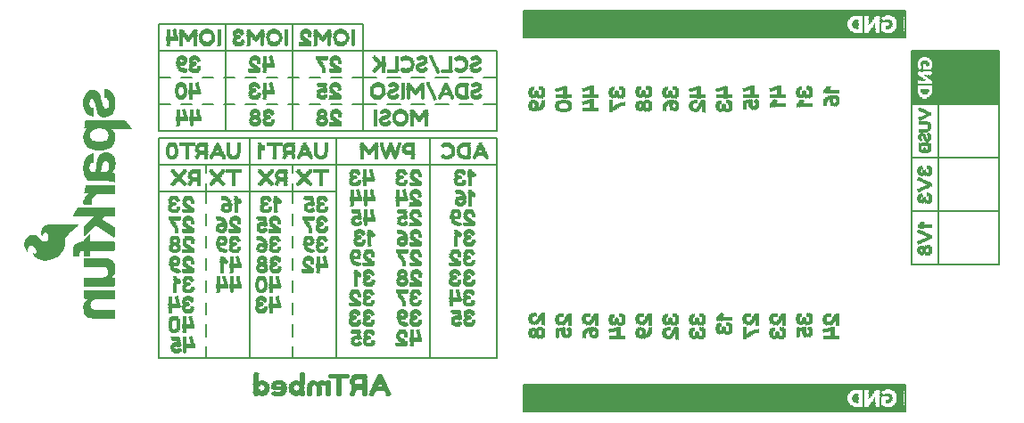
<source format=gbo>
G04 EAGLE Gerber RS-274X export*
G75*
%MOMM*%
%FSLAX34Y34*%
%LPD*%
%INSilkscreen Bottom*%
%IPPOS*%
%AMOC8*
5,1,8,0,0,1.08239X$1,22.5*%
G01*
%ADD10C,0.203200*%
%ADD11R,0.254000X5.080000*%
%ADD12R,30.480000X2.540000*%
%ADD13R,6.032500X5.080000*%
%ADD14R,0.320000X0.080000*%
%ADD15R,0.400000X0.080000*%
%ADD16R,0.480000X0.080000*%
%ADD17R,1.200000X0.080000*%
%ADD18R,1.920000X0.080000*%
%ADD19R,0.560000X0.080000*%
%ADD20R,1.360000X0.080000*%
%ADD21R,2.080000X0.080000*%
%ADD22R,1.440000X0.080000*%
%ADD23R,0.640000X0.080000*%
%ADD24R,1.520000X0.080000*%
%ADD25R,0.720000X0.080000*%
%ADD26R,0.800000X0.080000*%
%ADD27R,1.600000X0.080000*%
%ADD28R,0.880000X0.080000*%
%ADD29R,0.960000X0.080000*%
%ADD30R,1.040000X0.080000*%
%ADD31R,1.120000X0.080000*%
%ADD32R,1.280000X0.080000*%
%ADD33R,2.160000X0.080000*%
%ADD34R,2.240000X0.080000*%
%ADD35R,1.680000X0.080000*%
%ADD36R,1.760000X0.080000*%
%ADD37R,1.840000X0.080000*%
%ADD38R,0.240000X0.080000*%
%ADD39R,0.060000X0.300000*%
%ADD40R,0.060000X0.660000*%
%ADD41R,0.060000X0.600000*%
%ADD42R,0.060000X0.780000*%
%ADD43R,0.060000X0.900000*%
%ADD44R,0.060000X1.020000*%
%ADD45R,0.060000X0.960000*%
%ADD46R,0.060000X0.540000*%
%ADD47R,0.060000X0.480000*%
%ADD48R,0.060000X0.420000*%
%ADD49R,0.060000X0.360000*%
%ADD50R,0.060000X0.180000*%
%ADD51R,0.060000X0.720000*%
%ADD52R,0.060000X1.080000*%
%ADD53R,0.060000X1.140000*%
%ADD54R,0.060000X0.840000*%
%ADD55R,0.060000X0.120000*%
%ADD56R,0.060000X1.200000*%
%ADD57R,0.060000X0.060000*%
%ADD58R,0.060000X0.240000*%
%ADD59R,0.060000X1.260000*%
%ADD60R,0.060000X5.050000*%
%ADD61R,0.050000X5.050000*%
%ADD62R,0.050000X1.100000*%
%ADD63R,0.050000X3.590000*%
%ADD64R,0.050000X0.940000*%
%ADD65R,0.050000X0.420000*%
%ADD66R,0.050000X0.570000*%
%ADD67R,0.050000X0.210000*%
%ADD68R,0.050000X0.990000*%
%ADD69R,0.050000X0.890000*%
%ADD70R,0.050000X0.260000*%
%ADD71R,0.050000X0.520000*%
%ADD72R,0.050000X0.160000*%
%ADD73R,0.060000X0.210000*%
%ADD74R,0.060000X0.470000*%
%ADD75R,0.060000X0.160000*%
%ADD76R,0.060000X0.830000*%
%ADD77R,0.050000X0.730000*%
%ADD78R,0.050000X0.410000*%
%ADD79R,0.050000X0.680000*%
%ADD80R,0.050000X0.360000*%
%ADD81R,0.050000X0.630000*%
%ADD82R,0.050000X0.310000*%
%ADD83R,0.050000X0.320000*%
%ADD84R,0.060000X0.630000*%
%ADD85R,0.060000X0.940000*%
%ADD86R,0.060000X0.260000*%
%ADD87R,0.060000X0.370000*%
%ADD88R,0.050000X0.580000*%
%ADD89R,0.050000X0.470000*%
%ADD90R,0.050000X0.150000*%
%ADD91R,0.050000X0.100000*%
%ADD92R,0.060000X0.580000*%
%ADD93R,0.060000X0.310000*%
%ADD94R,0.060000X0.050000*%
%ADD95R,0.060000X0.100000*%
%ADD96R,0.060000X0.520000*%
%ADD97R,0.060000X0.570000*%
%ADD98R,0.050000X0.050000*%
%ADD99R,0.050000X0.110000*%
%ADD100R,0.050000X0.370000*%
%ADD101R,0.050000X0.840000*%
%ADD102R,0.050000X0.830000*%
%ADD103R,0.050000X0.620000*%
%ADD104R,0.050000X1.040000*%
%ADD105R,0.060000X0.410000*%
%ADD106R,0.060000X0.730000*%
%ADD107R,0.060000X0.670000*%
%ADD108R,0.050000X0.670000*%
%ADD109R,0.060000X0.680000*%
%ADD110R,0.050000X0.880000*%
%ADD111R,0.060000X0.880000*%
%ADD112R,0.050000X0.780000*%
%ADD113R,0.050000X0.040000*%
%ADD114R,0.050000X0.270000*%
%ADD115R,0.040000X0.170000*%
%ADD116R,0.040000X0.190000*%
%ADD117R,0.040000X0.230000*%
%ADD118R,0.040000X0.490000*%
%ADD119R,0.040000X0.710000*%
%ADD120R,0.050000X0.810000*%
%ADD121R,0.040000X0.320000*%
%ADD122R,0.040000X0.310000*%
%ADD123R,0.040000X0.680000*%
%ADD124R,0.040000X0.850000*%
%ADD125R,0.050000X0.760000*%
%ADD126R,0.050000X0.900000*%
%ADD127R,0.040000X0.720000*%
%ADD128R,0.040000X0.900000*%
%ADD129R,0.040000X0.180000*%
%ADD130R,0.040000X0.580000*%
%ADD131R,0.040000X0.450000*%
%ADD132R,0.050000X0.450000*%
%ADD133R,0.040000X0.500000*%
%ADD134R,0.040000X0.590000*%
%ADD135R,0.040000X0.440000*%
%ADD136R,0.040000X0.630000*%
%ADD137R,0.040000X0.270000*%
%ADD138R,0.040000X0.280000*%
%ADD139R,0.050000X0.140000*%
%ADD140R,0.040000X0.530000*%
%ADD141R,0.040000X0.220000*%
%ADD142R,0.050000X0.490000*%
%ADD143R,0.050000X0.350000*%
%ADD144R,0.040000X0.860000*%
%ADD145R,0.040000X0.940000*%
%ADD146R,0.050000X0.400000*%
%ADD147R,0.050000X0.800000*%
%ADD148R,0.040000X0.360000*%
%ADD149R,0.040000X0.800000*%
%ADD150R,0.040000X0.760000*%
%ADD151R,0.050000X0.720000*%
%ADD152R,0.050000X0.850000*%
%ADD153R,0.040000X0.540000*%
%ADD154R,0.050000X0.180000*%
%ADD155R,0.300000X0.060000*%
%ADD156R,0.900000X0.060000*%
%ADD157R,0.660000X0.060000*%
%ADD158R,0.360000X0.060000*%
%ADD159R,1.020000X0.060000*%
%ADD160R,0.420000X0.060000*%
%ADD161R,1.080000X0.060000*%
%ADD162R,0.480000X0.060000*%
%ADD163R,1.140000X0.060000*%
%ADD164R,0.540000X0.060000*%
%ADD165R,1.200000X0.060000*%
%ADD166R,0.600000X0.060000*%
%ADD167R,1.260000X0.060000*%
%ADD168R,0.240000X0.060000*%
%ADD169R,0.120000X0.060000*%
%ADD170R,0.780000X0.060000*%
%ADD171R,1.380000X0.060000*%
%ADD172R,0.960000X0.060000*%
%ADD173R,0.720000X0.060000*%
%ADD174R,0.840000X0.060000*%
%ADD175R,0.180000X0.060000*%
%ADD176R,1.680000X0.060000*%
%ADD177R,1.320000X0.060000*%
%ADD178R,1.740000X0.060000*%
%ADD179R,1.500000X0.060000*%
%ADD180R,1.560000X0.060000*%
%ADD181R,1.440000X0.060000*%
%ADD182R,6.020000X0.060000*%
%ADD183R,6.020000X0.070000*%
%ADD184R,1.310000X0.070000*%
%ADD185R,4.280000X0.070000*%
%ADD186R,1.120000X0.060000*%
%ADD187R,0.500000X0.060000*%
%ADD188R,0.680000X0.060000*%
%ADD189R,0.250000X0.060000*%
%ADD190R,1.180000X0.060000*%
%ADD191R,1.060000X0.060000*%
%ADD192R,0.310000X0.060000*%
%ADD193R,0.620000X0.060000*%
%ADD194R,0.190000X0.060000*%
%ADD195R,0.930000X0.060000*%
%ADD196R,0.560000X0.060000*%
%ADD197R,0.990000X0.060000*%
%ADD198R,0.870000X0.060000*%
%ADD199R,0.490000X0.060000*%
%ADD200R,0.810000X0.070000*%
%ADD201R,0.250000X0.070000*%
%ADD202R,0.490000X0.070000*%
%ADD203R,0.190000X0.070000*%
%ADD204R,0.870000X0.070000*%
%ADD205R,0.810000X0.060000*%
%ADD206R,0.430000X0.060000*%
%ADD207R,0.750000X0.060000*%
%ADD208R,0.370000X0.060000*%
%ADD209R,0.380000X0.060000*%
%ADD210R,0.440000X0.060000*%
%ADD211R,0.690000X0.060000*%
%ADD212R,0.690000X0.070000*%
%ADD213R,1.180000X0.070000*%
%ADD214R,0.560000X0.070000*%
%ADD215R,0.680000X0.070000*%
%ADD216R,0.310000X0.070000*%
%ADD217R,0.130000X0.070000*%
%ADD218R,0.620000X0.070000*%
%ADD219R,0.370000X0.070000*%
%ADD220R,1.000000X0.060000*%
%ADD221R,0.500000X0.070000*%
%ADD222R,0.740000X0.070000*%
%ADD223R,1.240000X0.070000*%

G36*
X69782Y144010D02*
X69782Y144010D01*
X69813Y144020D01*
X69859Y144023D01*
X73559Y145023D01*
X73591Y145040D01*
X73645Y145058D01*
X77245Y147058D01*
X77263Y147075D01*
X77293Y147090D01*
X79093Y148490D01*
X79103Y148502D01*
X79120Y148513D01*
X80720Y150013D01*
X80732Y150031D01*
X80754Y150048D01*
X82154Y151748D01*
X82163Y151767D01*
X82182Y151787D01*
X83382Y153687D01*
X83391Y153715D01*
X83413Y153749D01*
X84213Y155749D01*
X84215Y155761D01*
X84222Y155775D01*
X84922Y157975D01*
X84925Y158004D01*
X84937Y158043D01*
X85237Y160443D01*
X85235Y160464D01*
X85240Y160490D01*
X85240Y164243D01*
X85519Y165357D01*
X85991Y166302D01*
X86664Y167359D01*
X87530Y168321D01*
X88616Y169309D01*
X88617Y169310D01*
X88618Y169311D01*
X89912Y170505D01*
X91307Y171701D01*
X91311Y171707D01*
X91318Y171711D01*
X92617Y172910D01*
X95017Y175109D01*
X96004Y175998D01*
X96893Y176690D01*
X96899Y176696D01*
X96907Y176701D01*
X97598Y177293D01*
X97961Y177565D01*
X98129Y177649D01*
X98130Y177650D01*
X98193Y177702D01*
X98262Y177759D01*
X98263Y177760D01*
X98263Y177761D01*
X98297Y177836D01*
X98333Y177918D01*
X98334Y177919D01*
X98330Y178004D01*
X98327Y178091D01*
X98326Y178091D01*
X98326Y178092D01*
X98285Y178167D01*
X98244Y178243D01*
X98243Y178243D01*
X98243Y178244D01*
X98171Y178295D01*
X98102Y178343D01*
X98101Y178343D01*
X98094Y178344D01*
X97960Y178370D01*
X70360Y178370D01*
X70340Y178366D01*
X70313Y178367D01*
X68713Y178167D01*
X68681Y178156D01*
X68632Y178148D01*
X67232Y177648D01*
X67220Y177640D01*
X67203Y177636D01*
X66103Y177136D01*
X66079Y177118D01*
X66042Y177102D01*
X65042Y176402D01*
X65016Y176372D01*
X64960Y176323D01*
X64260Y175423D01*
X64255Y175412D01*
X64244Y175401D01*
X63644Y174501D01*
X63632Y174470D01*
X63607Y174431D01*
X63207Y173431D01*
X63205Y173416D01*
X63196Y173399D01*
X62896Y172399D01*
X62895Y172380D01*
X62886Y172358D01*
X62686Y171258D01*
X62687Y171229D01*
X62680Y171190D01*
X62680Y169490D01*
X62685Y169467D01*
X62684Y169436D01*
X62784Y168736D01*
X62797Y168703D01*
X62807Y168649D01*
X63003Y168159D01*
X63080Y167928D01*
X63080Y167790D01*
X63119Y167621D01*
X63229Y167488D01*
X63388Y167417D01*
X63561Y167423D01*
X63713Y167506D01*
X63813Y167648D01*
X63836Y167769D01*
X63976Y167979D01*
X63988Y168010D01*
X64029Y168098D01*
X64110Y168423D01*
X64364Y168762D01*
X64371Y168778D01*
X64386Y168794D01*
X64962Y169754D01*
X65296Y170088D01*
X65720Y170342D01*
X66222Y170510D01*
X66798Y170510D01*
X67304Y170341D01*
X67942Y169976D01*
X68479Y169529D01*
X68928Y168900D01*
X69301Y168062D01*
X69577Y167051D01*
X69483Y165551D01*
X69106Y164137D01*
X68472Y163051D01*
X67472Y162324D01*
X66397Y161876D01*
X65146Y161965D01*
X63761Y162519D01*
X62319Y163768D01*
X60629Y165459D01*
X60607Y165473D01*
X60583Y165498D01*
X58783Y166798D01*
X58768Y166804D01*
X58753Y166818D01*
X57053Y167818D01*
X57016Y167829D01*
X56943Y167861D01*
X55143Y168261D01*
X55109Y168261D01*
X55060Y168270D01*
X53360Y168270D01*
X53322Y168261D01*
X53247Y168253D01*
X51647Y167753D01*
X51613Y167733D01*
X51611Y167732D01*
X51584Y167726D01*
X51571Y167715D01*
X51545Y167703D01*
X49945Y166603D01*
X49920Y166576D01*
X49875Y166542D01*
X48375Y164842D01*
X48356Y164807D01*
X48317Y164754D01*
X47217Y162454D01*
X47210Y162421D01*
X47189Y162374D01*
X46689Y160174D01*
X46689Y160136D01*
X46680Y160071D01*
X46780Y158071D01*
X46788Y158045D01*
X46789Y158008D01*
X47189Y156208D01*
X47203Y156177D01*
X47215Y156129D01*
X47915Y154629D01*
X47918Y154625D01*
X47920Y154620D01*
X48520Y153420D01*
X48538Y153398D01*
X48556Y153362D01*
X49156Y152562D01*
X49174Y152547D01*
X49191Y152521D01*
X49391Y152321D01*
X49413Y152308D01*
X49429Y152288D01*
X49486Y152262D01*
X49538Y152230D01*
X49564Y152227D01*
X49588Y152217D01*
X49649Y152219D01*
X49711Y152213D01*
X49735Y152222D01*
X49761Y152223D01*
X49815Y152253D01*
X49873Y152275D01*
X49890Y152294D01*
X49913Y152306D01*
X49948Y152357D01*
X49990Y152402D01*
X49998Y152427D01*
X50013Y152448D01*
X50029Y152532D01*
X50040Y152568D01*
X50038Y152578D01*
X50040Y152590D01*
X50040Y152690D01*
X50032Y152726D01*
X50029Y152782D01*
X49933Y153168D01*
X49840Y153721D01*
X49840Y154366D01*
X49933Y155105D01*
X50212Y155944D01*
X50579Y156678D01*
X51128Y157318D01*
X51681Y157779D01*
X52120Y158042D01*
X52622Y158210D01*
X53698Y158210D01*
X54204Y158041D01*
X54855Y157669D01*
X55514Y157199D01*
X56669Y156043D01*
X57139Y155385D01*
X57525Y154710D01*
X57911Y153938D01*
X58189Y153195D01*
X58280Y152563D01*
X58280Y152068D01*
X58031Y151487D01*
X57715Y151093D01*
X57520Y150995D01*
X57214Y150842D01*
X56698Y150670D01*
X55722Y150670D01*
X55480Y150751D01*
X55443Y150754D01*
X55360Y150770D01*
X55160Y150770D01*
X55097Y150756D01*
X55033Y150748D01*
X55014Y150736D01*
X54991Y150731D01*
X54941Y150690D01*
X54887Y150655D01*
X54875Y150635D01*
X54858Y150621D01*
X54831Y150562D01*
X54798Y150507D01*
X54796Y150484D01*
X54787Y150462D01*
X54789Y150398D01*
X54784Y150334D01*
X54793Y150309D01*
X54793Y150289D01*
X54812Y150256D01*
X54832Y150197D01*
X55832Y148497D01*
X55859Y148469D01*
X55899Y148413D01*
X57599Y146813D01*
X57628Y146797D01*
X57662Y146765D01*
X59962Y145365D01*
X59994Y145355D01*
X60036Y145331D01*
X62936Y144331D01*
X62965Y144328D01*
X63001Y144314D01*
X66201Y143814D01*
X66234Y143817D01*
X66282Y143810D01*
X69782Y144010D01*
G37*
G36*
X118157Y248114D02*
X118157Y248114D01*
X118187Y248111D01*
X120987Y248311D01*
X121010Y248318D01*
X121043Y248319D01*
X123743Y248919D01*
X123763Y248929D01*
X123794Y248934D01*
X126194Y249834D01*
X126221Y249852D01*
X126264Y249869D01*
X128464Y251269D01*
X128483Y251288D01*
X128514Y251307D01*
X130414Y253007D01*
X130436Y253038D01*
X130481Y253086D01*
X131881Y255286D01*
X131892Y255318D01*
X131918Y255361D01*
X132818Y257861D01*
X132822Y257897D01*
X132834Y257924D01*
X132833Y257935D01*
X132838Y257951D01*
X133138Y260851D01*
X133135Y260880D01*
X133139Y260919D01*
X133039Y262219D01*
X133035Y262234D01*
X133035Y262253D01*
X132835Y263453D01*
X132830Y263465D01*
X132829Y263482D01*
X132529Y264682D01*
X132516Y264708D01*
X132506Y264747D01*
X132006Y265847D01*
X131999Y265857D01*
X131994Y265872D01*
X131394Y266972D01*
X131381Y266986D01*
X131372Y267008D01*
X130672Y268008D01*
X130645Y268032D01*
X130613Y268074D01*
X129713Y268874D01*
X129705Y268878D01*
X129698Y268887D01*
X129544Y269010D01*
X148860Y269010D01*
X148875Y269013D01*
X148891Y269011D01*
X148959Y269033D01*
X149029Y269049D01*
X149041Y269059D01*
X149056Y269064D01*
X149107Y269114D01*
X149162Y269159D01*
X149169Y269174D01*
X149180Y269185D01*
X149204Y269252D01*
X149233Y269318D01*
X149233Y269333D01*
X149238Y269348D01*
X149229Y269419D01*
X149227Y269491D01*
X149219Y269505D01*
X149217Y269520D01*
X149148Y269635D01*
X149144Y269643D01*
X149143Y269643D01*
X149143Y269644D01*
X148250Y270636D01*
X147457Y271628D01*
X147449Y271634D01*
X147443Y271644D01*
X146543Y272644D01*
X146535Y272650D01*
X146529Y272659D01*
X145644Y273544D01*
X144857Y274528D01*
X144849Y274534D01*
X144843Y274544D01*
X143944Y275543D01*
X143768Y275741D01*
X143430Y276121D01*
X143144Y276443D01*
X143143Y276443D01*
X143143Y276444D01*
X142243Y277444D01*
X142170Y277495D01*
X142102Y277543D01*
X142101Y277543D01*
X142100Y277543D01*
X142092Y277545D01*
X141960Y277570D01*
X105060Y277570D01*
X105051Y277568D01*
X105041Y277570D01*
X104967Y277548D01*
X104891Y277531D01*
X104884Y277525D01*
X104875Y277522D01*
X104818Y277470D01*
X104758Y277421D01*
X104754Y277412D01*
X104747Y277405D01*
X104689Y277273D01*
X104289Y275473D01*
X104289Y275453D01*
X104282Y275428D01*
X104184Y274450D01*
X103989Y273573D01*
X103989Y273554D01*
X103982Y273532D01*
X103884Y272652D01*
X103689Y271773D01*
X103689Y271769D01*
X103687Y271765D01*
X103487Y270765D01*
X103488Y270750D01*
X103482Y270732D01*
X103382Y269832D01*
X103391Y269761D01*
X103393Y269689D01*
X103401Y269676D01*
X103403Y269660D01*
X103442Y269600D01*
X103476Y269537D01*
X103489Y269528D01*
X103497Y269515D01*
X103559Y269479D01*
X103618Y269437D01*
X103635Y269434D01*
X103647Y269427D01*
X103686Y269424D01*
X103760Y269410D01*
X106191Y269410D01*
X106036Y269298D01*
X106020Y269278D01*
X105991Y269259D01*
X105091Y268359D01*
X105086Y268350D01*
X105076Y268343D01*
X104276Y267443D01*
X104262Y267416D01*
X104234Y267386D01*
X103634Y266386D01*
X103625Y266357D01*
X103603Y266320D01*
X103203Y265220D01*
X103202Y265215D01*
X103199Y265210D01*
X102799Y264010D01*
X102796Y263974D01*
X102781Y263919D01*
X102681Y262619D01*
X102581Y261422D01*
X102585Y261393D01*
X102582Y261353D01*
X102882Y258253D01*
X102893Y258221D01*
X102899Y258170D01*
X103799Y255470D01*
X103820Y255437D01*
X103846Y255376D01*
X105346Y253176D01*
X105371Y253153D01*
X105399Y253114D01*
X107299Y251314D01*
X107327Y251297D01*
X107362Y251265D01*
X109662Y249865D01*
X109693Y249855D01*
X109731Y249832D01*
X112231Y248932D01*
X112253Y248930D01*
X112280Y248918D01*
X115080Y248318D01*
X115104Y248319D01*
X115135Y248311D01*
X118135Y248111D01*
X118157Y248114D01*
G37*
G36*
X132109Y218321D02*
X132109Y218321D01*
X132161Y218323D01*
X132192Y218341D01*
X132227Y218349D01*
X132267Y218381D01*
X132313Y218406D01*
X132334Y218435D01*
X132361Y218458D01*
X132383Y218505D01*
X132413Y218548D01*
X132421Y218589D01*
X132433Y218616D01*
X132432Y218647D01*
X132440Y218690D01*
X132440Y226590D01*
X132429Y226640D01*
X132427Y226691D01*
X132409Y226723D01*
X132401Y226759D01*
X132368Y226798D01*
X132344Y226843D01*
X132314Y226864D01*
X132291Y226892D01*
X132244Y226913D01*
X132202Y226943D01*
X132160Y226951D01*
X132132Y226963D01*
X132102Y226962D01*
X132060Y226970D01*
X132011Y226970D01*
X131964Y226999D01*
X131902Y227043D01*
X131890Y227045D01*
X131882Y227050D01*
X131845Y227054D01*
X131760Y227070D01*
X131650Y227070D01*
X131585Y227103D01*
X131529Y227159D01*
X131464Y227199D01*
X131402Y227243D01*
X131390Y227245D01*
X131382Y227250D01*
X131345Y227254D01*
X131260Y227270D01*
X131011Y227270D01*
X130964Y227299D01*
X130902Y227343D01*
X130890Y227345D01*
X130882Y227350D01*
X130845Y227354D01*
X130760Y227370D01*
X130450Y227370D01*
X130330Y227430D01*
X130315Y227434D01*
X130302Y227443D01*
X130175Y227467D01*
X130529Y227821D01*
X130539Y227837D01*
X130557Y227852D01*
X130957Y228352D01*
X130967Y228373D01*
X130986Y228394D01*
X131286Y228894D01*
X131290Y228907D01*
X131300Y228920D01*
X132200Y230720D01*
X132206Y230743D01*
X132221Y230770D01*
X132621Y231970D01*
X132623Y231995D01*
X132635Y232028D01*
X132732Y232606D01*
X132926Y233286D01*
X132927Y233305D01*
X132935Y233328D01*
X133035Y233928D01*
X133035Y233932D01*
X133036Y233936D01*
X133136Y234636D01*
X133134Y234660D01*
X133140Y234690D01*
X133140Y235263D01*
X133236Y235936D01*
X133234Y235960D01*
X133240Y235990D01*
X133240Y237590D01*
X133236Y237606D01*
X133238Y237628D01*
X133138Y238628D01*
X133132Y238647D01*
X133131Y238673D01*
X132731Y240473D01*
X132724Y240488D01*
X132721Y240510D01*
X132421Y241410D01*
X132408Y241430D01*
X132400Y241460D01*
X132000Y242260D01*
X131994Y242267D01*
X131990Y242279D01*
X131590Y242979D01*
X131579Y242991D01*
X131569Y243011D01*
X131069Y243711D01*
X131060Y243720D01*
X131052Y243733D01*
X130552Y244333D01*
X130522Y244356D01*
X130481Y244399D01*
X129792Y244891D01*
X129203Y245382D01*
X129172Y245398D01*
X129130Y245430D01*
X128330Y245830D01*
X128313Y245834D01*
X128294Y245846D01*
X127494Y246146D01*
X127482Y246148D01*
X127469Y246154D01*
X126469Y246454D01*
X126440Y246456D01*
X126402Y246468D01*
X125502Y246568D01*
X125498Y246568D01*
X125494Y246569D01*
X124394Y246669D01*
X124360Y246664D01*
X124309Y246667D01*
X122109Y246367D01*
X122079Y246355D01*
X122033Y246349D01*
X120333Y245749D01*
X120304Y245730D01*
X120254Y245710D01*
X118854Y244810D01*
X118827Y244782D01*
X118770Y244736D01*
X117670Y243436D01*
X117660Y243416D01*
X117640Y243396D01*
X116740Y241996D01*
X116729Y241964D01*
X116704Y241924D01*
X116104Y240324D01*
X116101Y240302D01*
X116090Y240277D01*
X115690Y238577D01*
X115690Y238566D01*
X115685Y238553D01*
X115385Y236753D01*
X115386Y236743D01*
X115382Y236732D01*
X115182Y234932D01*
X114982Y233234D01*
X114787Y231670D01*
X114398Y230407D01*
X114010Y229244D01*
X113567Y228446D01*
X112917Y227958D01*
X112041Y227870D01*
X111491Y227870D01*
X110938Y227963D01*
X110593Y228049D01*
X109851Y228420D01*
X109602Y228586D01*
X109356Y228832D01*
X109190Y229081D01*
X109019Y229423D01*
X108929Y229782D01*
X108913Y229812D01*
X108913Y229813D01*
X108913Y229818D01*
X108911Y229823D01*
X108900Y229860D01*
X108740Y230180D01*
X108740Y230490D01*
X108733Y230520D01*
X108733Y230565D01*
X108540Y231528D01*
X108540Y232959D01*
X108634Y233521D01*
X108731Y234007D01*
X108829Y234398D01*
X108829Y234406D01*
X108833Y234415D01*
X108923Y234866D01*
X109089Y235199D01*
X109276Y235479D01*
X109284Y235499D01*
X109300Y235520D01*
X109473Y235865D01*
X109985Y236378D01*
X110433Y236601D01*
X111084Y236927D01*
X111535Y237017D01*
X111561Y237029D01*
X111601Y237037D01*
X112033Y237210D01*
X112460Y237210D01*
X112510Y237221D01*
X112561Y237223D01*
X112593Y237241D01*
X112629Y237249D01*
X112668Y237282D01*
X112713Y237306D01*
X112734Y237336D01*
X112762Y237359D01*
X112783Y237406D01*
X112813Y237448D01*
X112821Y237490D01*
X112833Y237518D01*
X112832Y237548D01*
X112840Y237590D01*
X112840Y245390D01*
X112822Y245467D01*
X112807Y245545D01*
X112803Y245551D01*
X112801Y245559D01*
X112750Y245620D01*
X112702Y245683D01*
X112695Y245687D01*
X112691Y245692D01*
X112618Y245725D01*
X112547Y245760D01*
X112539Y245760D01*
X112532Y245763D01*
X112499Y245762D01*
X112402Y245766D01*
X111102Y245566D01*
X111088Y245560D01*
X111068Y245559D01*
X109868Y245259D01*
X109848Y245249D01*
X109819Y245243D01*
X108819Y244843D01*
X108807Y244835D01*
X108790Y244830D01*
X108145Y244508D01*
X107790Y244330D01*
X107774Y244317D01*
X107749Y244306D01*
X106849Y243706D01*
X106834Y243690D01*
X106810Y243676D01*
X106010Y242976D01*
X105987Y242945D01*
X105944Y242901D01*
X104744Y241101D01*
X104739Y241088D01*
X104728Y241075D01*
X104228Y240175D01*
X104226Y240167D01*
X104220Y240160D01*
X103720Y239160D01*
X103713Y239130D01*
X103693Y239090D01*
X103093Y236890D01*
X103093Y236873D01*
X103085Y236853D01*
X102885Y235653D01*
X102886Y235640D01*
X102881Y235624D01*
X102781Y234524D01*
X102782Y234523D01*
X102781Y234522D01*
X102681Y233322D01*
X102683Y233307D01*
X102680Y233290D01*
X102680Y229890D01*
X102684Y229874D01*
X102682Y229852D01*
X102782Y228852D01*
X102786Y228839D01*
X102786Y228822D01*
X103186Y226622D01*
X103187Y226619D01*
X103187Y226615D01*
X103387Y225615D01*
X103394Y225601D01*
X103396Y225581D01*
X103696Y224581D01*
X103706Y224562D01*
X103713Y224536D01*
X104113Y223636D01*
X104122Y223624D01*
X104128Y223605D01*
X104628Y222705D01*
X104643Y222689D01*
X104656Y222662D01*
X105256Y221862D01*
X105264Y221855D01*
X105271Y221843D01*
X105871Y221143D01*
X105899Y221122D01*
X105932Y221086D01*
X106732Y220486D01*
X106745Y220480D01*
X106758Y220468D01*
X107558Y219968D01*
X107595Y219955D01*
X107651Y219926D01*
X108651Y219626D01*
X108655Y219626D01*
X108660Y219623D01*
X109760Y219323D01*
X109798Y219322D01*
X109860Y219310D01*
X126722Y219310D01*
X127185Y219217D01*
X127217Y219218D01*
X127260Y219210D01*
X128522Y219210D01*
X128985Y219117D01*
X129017Y219118D01*
X129060Y219110D01*
X129413Y219110D01*
X130568Y218821D01*
X130604Y218821D01*
X130660Y218810D01*
X130898Y218810D01*
X131092Y218745D01*
X131349Y218574D01*
X131385Y218560D01*
X131440Y218529D01*
X131714Y218438D01*
X131890Y218350D01*
X131940Y218338D01*
X131988Y218317D01*
X132024Y218318D01*
X132059Y218310D01*
X132109Y218321D01*
G37*
G36*
X131986Y165720D02*
X131986Y165720D01*
X132061Y165723D01*
X132071Y165729D01*
X132083Y165730D01*
X132147Y165770D01*
X132213Y165806D01*
X132220Y165816D01*
X132230Y165822D01*
X132270Y165886D01*
X132313Y165948D01*
X132315Y165961D01*
X132321Y165970D01*
X132324Y166008D01*
X132340Y166090D01*
X132340Y175490D01*
X132333Y175522D01*
X132335Y175556D01*
X132313Y175606D01*
X132301Y175659D01*
X132280Y175684D01*
X132267Y175715D01*
X132215Y175762D01*
X132191Y175792D01*
X132176Y175799D01*
X132160Y175813D01*
X119961Y183365D01*
X122421Y185910D01*
X131960Y185910D01*
X132010Y185921D01*
X132061Y185923D01*
X132093Y185941D01*
X132129Y185949D01*
X132168Y185982D01*
X132213Y186006D01*
X132234Y186036D01*
X132262Y186059D01*
X132283Y186106D01*
X132313Y186148D01*
X132321Y186190D01*
X132333Y186218D01*
X132332Y186248D01*
X132340Y186290D01*
X132340Y194090D01*
X132329Y194140D01*
X132327Y194191D01*
X132309Y194223D01*
X132301Y194259D01*
X132268Y194298D01*
X132244Y194343D01*
X132214Y194364D01*
X132191Y194392D01*
X132144Y194413D01*
X132102Y194443D01*
X132060Y194451D01*
X132032Y194463D01*
X132002Y194462D01*
X131960Y194470D01*
X97260Y194470D01*
X97218Y194461D01*
X97176Y194461D01*
X97135Y194441D01*
X97091Y194431D01*
X97058Y194404D01*
X97020Y194385D01*
X96985Y194343D01*
X96958Y194321D01*
X96948Y194298D01*
X96927Y194274D01*
X92627Y186474D01*
X92611Y186417D01*
X92587Y186362D01*
X92588Y186334D01*
X92580Y186307D01*
X92591Y186249D01*
X92593Y186189D01*
X92607Y186164D01*
X92612Y186137D01*
X92648Y186089D01*
X92676Y186037D01*
X92699Y186021D01*
X92716Y185998D01*
X92769Y185971D01*
X92818Y185937D01*
X92849Y185931D01*
X92871Y185920D01*
X92907Y185920D01*
X92960Y185910D01*
X112922Y185910D01*
X103495Y176763D01*
X103453Y176697D01*
X103407Y176632D01*
X103406Y176623D01*
X103402Y176617D01*
X103398Y176583D01*
X103380Y176490D01*
X103380Y167290D01*
X103386Y167262D01*
X103384Y167234D01*
X103406Y167179D01*
X103419Y167121D01*
X103437Y167099D01*
X103448Y167073D01*
X103492Y167033D01*
X103529Y166988D01*
X103555Y166976D01*
X103577Y166957D01*
X103634Y166941D01*
X103688Y166917D01*
X103716Y166918D01*
X103743Y166910D01*
X103801Y166921D01*
X103861Y166923D01*
X103886Y166937D01*
X103914Y166942D01*
X103979Y166988D01*
X104013Y167006D01*
X104020Y167016D01*
X104033Y167025D01*
X114212Y177498D01*
X131749Y165774D01*
X131819Y165747D01*
X131888Y165717D01*
X131900Y165717D01*
X131911Y165713D01*
X131986Y165720D01*
G37*
G36*
X132010Y88421D02*
X132010Y88421D01*
X132061Y88423D01*
X132093Y88441D01*
X132129Y88449D01*
X132168Y88482D01*
X132213Y88506D01*
X132234Y88536D01*
X132262Y88559D01*
X132283Y88606D01*
X132313Y88648D01*
X132321Y88690D01*
X132333Y88718D01*
X132332Y88748D01*
X132340Y88790D01*
X132340Y96590D01*
X132329Y96640D01*
X132327Y96691D01*
X132309Y96723D01*
X132301Y96759D01*
X132268Y96798D01*
X132244Y96843D01*
X132214Y96864D01*
X132191Y96892D01*
X132144Y96913D01*
X132102Y96943D01*
X132060Y96951D01*
X132032Y96963D01*
X132002Y96962D01*
X131960Y96970D01*
X116071Y96970D01*
X114398Y97069D01*
X113033Y97264D01*
X111893Y97549D01*
X110985Y98003D01*
X110367Y98621D01*
X109904Y99454D01*
X109535Y100377D01*
X109441Y101591D01*
X109536Y102920D01*
X109910Y104134D01*
X110468Y105064D01*
X111200Y105888D01*
X112205Y106436D01*
X113546Y106819D01*
X115203Y107111D01*
X117170Y107210D01*
X131960Y107210D01*
X132010Y107221D01*
X132061Y107223D01*
X132093Y107241D01*
X132129Y107249D01*
X132168Y107282D01*
X132213Y107306D01*
X132234Y107336D01*
X132262Y107359D01*
X132283Y107406D01*
X132313Y107448D01*
X132321Y107490D01*
X132333Y107518D01*
X132332Y107548D01*
X132340Y107590D01*
X132340Y115390D01*
X132329Y115440D01*
X132327Y115491D01*
X132309Y115523D01*
X132301Y115559D01*
X132268Y115598D01*
X132244Y115643D01*
X132214Y115664D01*
X132191Y115692D01*
X132144Y115713D01*
X132102Y115743D01*
X132060Y115751D01*
X132032Y115763D01*
X132002Y115762D01*
X131960Y115770D01*
X107260Y115770D01*
X107255Y115769D01*
X107249Y115770D01*
X103749Y115670D01*
X103705Y115658D01*
X103659Y115657D01*
X103622Y115637D01*
X103582Y115626D01*
X103547Y115596D01*
X103507Y115574D01*
X103483Y115540D01*
X103451Y115512D01*
X103434Y115470D01*
X103407Y115432D01*
X103398Y115383D01*
X103385Y115352D01*
X103387Y115325D01*
X103380Y115290D01*
X103380Y107890D01*
X103391Y107840D01*
X103393Y107789D01*
X103411Y107757D01*
X103419Y107721D01*
X103452Y107682D01*
X103476Y107637D01*
X103506Y107616D01*
X103529Y107588D01*
X103576Y107567D01*
X103618Y107537D01*
X103660Y107529D01*
X103688Y107517D01*
X103718Y107518D01*
X103760Y107510D01*
X106628Y107510D01*
X106336Y107298D01*
X106325Y107284D01*
X106306Y107273D01*
X105306Y106373D01*
X105290Y106351D01*
X105263Y106328D01*
X104463Y105328D01*
X104455Y105311D01*
X104439Y105294D01*
X103739Y104194D01*
X103730Y104168D01*
X103709Y104136D01*
X103209Y102936D01*
X103205Y102912D01*
X103191Y102882D01*
X102891Y101682D01*
X102891Y101668D01*
X102885Y101653D01*
X102685Y100453D01*
X102686Y100439D01*
X102681Y100422D01*
X102581Y99222D01*
X102585Y99196D01*
X102581Y99163D01*
X102781Y96363D01*
X102789Y96335D01*
X102792Y96294D01*
X103392Y93994D01*
X103409Y93961D01*
X103428Y93905D01*
X104428Y92105D01*
X104454Y92077D01*
X104491Y92021D01*
X105891Y90621D01*
X105923Y90601D01*
X105967Y90562D01*
X107667Y89562D01*
X107702Y89552D01*
X107751Y89526D01*
X109751Y88926D01*
X109770Y88925D01*
X109792Y88916D01*
X111992Y88516D01*
X112015Y88517D01*
X112045Y88510D01*
X114545Y88410D01*
X114552Y88411D01*
X114560Y88410D01*
X131960Y88410D01*
X132010Y88421D01*
G37*
G36*
X128465Y119111D02*
X128465Y119111D01*
X128471Y119110D01*
X131971Y119210D01*
X132015Y119222D01*
X132061Y119223D01*
X132098Y119243D01*
X132138Y119254D01*
X132173Y119284D01*
X132213Y119306D01*
X132237Y119340D01*
X132269Y119368D01*
X132286Y119410D01*
X132313Y119448D01*
X132322Y119497D01*
X132335Y119528D01*
X132333Y119555D01*
X132340Y119590D01*
X132340Y126990D01*
X132329Y127040D01*
X132327Y127091D01*
X132309Y127123D01*
X132301Y127159D01*
X132268Y127198D01*
X132244Y127243D01*
X132214Y127264D01*
X132191Y127292D01*
X132144Y127313D01*
X132102Y127343D01*
X132060Y127351D01*
X132032Y127363D01*
X132002Y127362D01*
X131960Y127370D01*
X129229Y127370D01*
X129384Y127482D01*
X129401Y127502D01*
X129429Y127521D01*
X130429Y128521D01*
X130439Y128537D01*
X130457Y128552D01*
X131257Y129552D01*
X131265Y129569D01*
X131281Y129586D01*
X131981Y130686D01*
X131989Y130708D01*
X132006Y130733D01*
X132506Y131833D01*
X132512Y131861D01*
X132529Y131898D01*
X132829Y133098D01*
X132829Y133103D01*
X132831Y133107D01*
X132830Y133116D01*
X132836Y133132D01*
X133036Y134432D01*
X133035Y134444D01*
X133039Y134458D01*
X133139Y135658D01*
X133135Y135684D01*
X133139Y135717D01*
X132939Y138517D01*
X132931Y138545D01*
X132928Y138586D01*
X132328Y140886D01*
X132311Y140919D01*
X132292Y140975D01*
X131292Y142775D01*
X131266Y142803D01*
X131229Y142859D01*
X129829Y144259D01*
X129796Y144280D01*
X129738Y144326D01*
X128038Y145226D01*
X128014Y145232D01*
X127986Y145249D01*
X125986Y145949D01*
X125954Y145952D01*
X125911Y145967D01*
X123711Y146267D01*
X123695Y146265D01*
X123675Y146270D01*
X121175Y146370D01*
X121168Y146369D01*
X121160Y146370D01*
X103760Y146370D01*
X103710Y146359D01*
X103659Y146357D01*
X103627Y146339D01*
X103591Y146331D01*
X103552Y146298D01*
X103507Y146274D01*
X103486Y146244D01*
X103458Y146221D01*
X103437Y146174D01*
X103407Y146132D01*
X103399Y146090D01*
X103387Y146062D01*
X103388Y146032D01*
X103380Y145990D01*
X103380Y138290D01*
X103391Y138240D01*
X103393Y138189D01*
X103411Y138157D01*
X103419Y138121D01*
X103452Y138082D01*
X103476Y138037D01*
X103506Y138016D01*
X103529Y137988D01*
X103576Y137967D01*
X103618Y137937D01*
X103660Y137929D01*
X103688Y137917D01*
X103718Y137918D01*
X103760Y137910D01*
X119649Y137910D01*
X121322Y137811D01*
X122672Y137618D01*
X123814Y137238D01*
X124748Y136771D01*
X125373Y136235D01*
X125909Y135430D01*
X125929Y135360D01*
X126032Y134980D01*
X126032Y134979D01*
X126136Y134599D01*
X126184Y134424D01*
X126279Y133287D01*
X126184Y131864D01*
X125810Y130742D01*
X125252Y129720D01*
X124530Y128998D01*
X123504Y128438D01*
X122162Y127959D01*
X120527Y127670D01*
X103760Y127670D01*
X103710Y127659D01*
X103659Y127657D01*
X103627Y127639D01*
X103591Y127631D01*
X103552Y127598D01*
X103507Y127574D01*
X103486Y127544D01*
X103458Y127521D01*
X103437Y127474D01*
X103407Y127432D01*
X103399Y127390D01*
X103387Y127362D01*
X103388Y127332D01*
X103380Y127290D01*
X103380Y119490D01*
X103391Y119440D01*
X103393Y119389D01*
X103411Y119357D01*
X103419Y119321D01*
X103452Y119282D01*
X103476Y119237D01*
X103506Y119216D01*
X103529Y119188D01*
X103576Y119167D01*
X103618Y119137D01*
X103660Y119129D01*
X103688Y119117D01*
X103718Y119118D01*
X103760Y119110D01*
X128460Y119110D01*
X128465Y119111D01*
G37*
G36*
X122953Y280016D02*
X122953Y280016D01*
X123005Y280012D01*
X125505Y280312D01*
X125540Y280325D01*
X125595Y280335D01*
X127695Y281135D01*
X127728Y281157D01*
X127791Y281188D01*
X129491Y282488D01*
X129511Y282512D01*
X129546Y282540D01*
X130946Y284140D01*
X130964Y284173D01*
X131000Y284220D01*
X132000Y286220D01*
X132007Y286250D01*
X132027Y286290D01*
X132627Y288490D01*
X132627Y288506D01*
X132635Y288525D01*
X133035Y290825D01*
X133033Y290847D01*
X133040Y290874D01*
X133140Y293274D01*
X133137Y293288D01*
X133140Y293306D01*
X133040Y295706D01*
X133034Y295726D01*
X133035Y295753D01*
X132635Y298153D01*
X132626Y298174D01*
X132622Y298205D01*
X131922Y300405D01*
X131909Y300427D01*
X131900Y300460D01*
X130900Y302460D01*
X130881Y302483D01*
X130862Y302521D01*
X129562Y304221D01*
X129533Y304245D01*
X129491Y304292D01*
X127791Y305592D01*
X127756Y305608D01*
X127704Y305642D01*
X125504Y306542D01*
X125469Y306547D01*
X125420Y306565D01*
X122920Y306965D01*
X122840Y306960D01*
X122759Y306957D01*
X122754Y306954D01*
X122747Y306953D01*
X122678Y306912D01*
X122607Y306874D01*
X122603Y306869D01*
X122598Y306865D01*
X122553Y306798D01*
X122507Y306732D01*
X122506Y306725D01*
X122503Y306721D01*
X122499Y306690D01*
X122480Y306590D01*
X122480Y299190D01*
X122488Y299157D01*
X122486Y299123D01*
X122507Y299074D01*
X122519Y299021D01*
X122541Y298995D01*
X122554Y298964D01*
X122595Y298929D01*
X122629Y298888D01*
X122660Y298874D01*
X122686Y298852D01*
X122752Y298833D01*
X122788Y298817D01*
X122805Y298817D01*
X122826Y298811D01*
X123870Y298716D01*
X124772Y298356D01*
X125500Y297810D01*
X126147Y297070D01*
X126608Y296241D01*
X126891Y295298D01*
X127083Y294337D01*
X127180Y293174D01*
X127180Y292432D01*
X126990Y291578D01*
X126801Y290823D01*
X126425Y290070D01*
X126063Y289436D01*
X125464Y288922D01*
X124752Y288655D01*
X123965Y288481D01*
X123303Y288646D01*
X122717Y288981D01*
X122185Y289691D01*
X121706Y290648D01*
X121221Y291813D01*
X121198Y291898D01*
X120995Y292659D01*
X120894Y293039D01*
X120829Y293280D01*
X120431Y295073D01*
X120429Y295077D01*
X120429Y295082D01*
X119529Y298682D01*
X119526Y298689D01*
X119525Y298697D01*
X119025Y300397D01*
X119017Y300411D01*
X119013Y300431D01*
X118413Y301931D01*
X118402Y301947D01*
X118395Y301970D01*
X117695Y303270D01*
X117674Y303294D01*
X117652Y303333D01*
X116652Y304533D01*
X116624Y304555D01*
X116588Y304594D01*
X115388Y305494D01*
X115352Y305510D01*
X115288Y305548D01*
X113888Y306048D01*
X113853Y306052D01*
X113804Y306068D01*
X112104Y306268D01*
X112069Y306264D01*
X112015Y306268D01*
X109515Y305968D01*
X109483Y305956D01*
X109434Y305949D01*
X107434Y305249D01*
X107407Y305231D01*
X107320Y305185D01*
X105720Y303885D01*
X105698Y303856D01*
X105656Y303818D01*
X104456Y302218D01*
X104442Y302186D01*
X104413Y302144D01*
X103613Y300344D01*
X103608Y300322D01*
X103594Y300294D01*
X102994Y298194D01*
X102993Y298171D01*
X102983Y298141D01*
X102683Y295941D01*
X102685Y295926D01*
X102680Y295907D01*
X102580Y293607D01*
X102583Y293592D01*
X102580Y293573D01*
X102680Y291273D01*
X102685Y291257D01*
X102684Y291236D01*
X102984Y289136D01*
X102992Y289115D01*
X102994Y289086D01*
X103594Y286986D01*
X103609Y286960D01*
X103620Y286920D01*
X104520Y285120D01*
X104538Y285098D01*
X104556Y285062D01*
X105756Y283462D01*
X105786Y283437D01*
X105832Y283386D01*
X107432Y282186D01*
X107461Y282173D01*
X107497Y282146D01*
X109397Y281246D01*
X109432Y281239D01*
X109482Y281218D01*
X111882Y280718D01*
X111885Y280718D01*
X111888Y280717D01*
X111972Y280720D01*
X112056Y280722D01*
X112058Y280723D01*
X112061Y280723D01*
X112135Y280763D01*
X112209Y280803D01*
X112211Y280805D01*
X112213Y280806D01*
X112261Y280874D01*
X112311Y280943D01*
X112311Y280946D01*
X112313Y280948D01*
X112340Y281090D01*
X112340Y288490D01*
X112337Y288503D01*
X112339Y288517D01*
X112318Y288587D01*
X112301Y288659D01*
X112292Y288669D01*
X112288Y288682D01*
X112237Y288736D01*
X112191Y288792D01*
X112178Y288798D01*
X112169Y288808D01*
X112035Y288863D01*
X111084Y289053D01*
X110357Y289417D01*
X109721Y289871D01*
X109280Y290400D01*
X108921Y291118D01*
X108540Y292832D01*
X108540Y294466D01*
X108637Y295239D01*
X108733Y295911D01*
X108909Y296529D01*
X109256Y297048D01*
X109585Y297378D01*
X109912Y297541D01*
X110093Y297631D01*
X110769Y297800D01*
X111588Y297637D01*
X112173Y297135D01*
X112727Y296305D01*
X113204Y295255D01*
X113591Y293997D01*
X113887Y292515D01*
X113891Y292508D01*
X113891Y292498D01*
X114288Y290911D01*
X114586Y289224D01*
X114594Y289204D01*
X114597Y289177D01*
X115096Y287581D01*
X115595Y285883D01*
X115603Y285869D01*
X115607Y285849D01*
X116207Y284349D01*
X116223Y284326D01*
X116236Y284291D01*
X117036Y282991D01*
X117053Y282974D01*
X117068Y282947D01*
X118068Y281747D01*
X118099Y281723D01*
X118144Y281677D01*
X119444Y280777D01*
X119480Y280763D01*
X119540Y280729D01*
X121040Y280229D01*
X121073Y280226D01*
X121118Y280212D01*
X122918Y280012D01*
X122953Y280016D01*
G37*
G36*
X98970Y147412D02*
X98970Y147412D01*
X98980Y147410D01*
X99054Y147432D01*
X99129Y147449D01*
X99137Y147456D01*
X99147Y147459D01*
X99203Y147510D01*
X99262Y147559D01*
X99267Y147569D01*
X99274Y147576D01*
X99302Y147647D01*
X99333Y147718D01*
X99333Y147728D01*
X99337Y147738D01*
X99329Y147882D01*
X99240Y148237D01*
X99240Y149990D01*
X99232Y150027D01*
X99221Y150110D01*
X99140Y150352D01*
X99140Y150663D01*
X99236Y151333D01*
X99330Y151898D01*
X99492Y152385D01*
X99810Y152702D01*
X100139Y152949D01*
X100648Y153118D01*
X101287Y153210D01*
X103380Y153210D01*
X103380Y148290D01*
X103391Y148240D01*
X103393Y148189D01*
X103411Y148157D01*
X103419Y148121D01*
X103452Y148082D01*
X103476Y148037D01*
X103506Y148016D01*
X103529Y147988D01*
X103576Y147967D01*
X103618Y147937D01*
X103660Y147929D01*
X103688Y147917D01*
X103718Y147918D01*
X103760Y147910D01*
X108960Y147910D01*
X109010Y147921D01*
X109061Y147923D01*
X109093Y147941D01*
X109129Y147949D01*
X109168Y147982D01*
X109213Y148006D01*
X109234Y148036D01*
X109262Y148059D01*
X109283Y148106D01*
X109313Y148148D01*
X109321Y148190D01*
X109333Y148218D01*
X109332Y148248D01*
X109340Y148290D01*
X109340Y153210D01*
X131960Y153210D01*
X132010Y153221D01*
X132061Y153223D01*
X132093Y153241D01*
X132129Y153249D01*
X132168Y153282D01*
X132213Y153306D01*
X132234Y153336D01*
X132262Y153359D01*
X132283Y153406D01*
X132313Y153448D01*
X132321Y153490D01*
X132333Y153518D01*
X132332Y153548D01*
X132340Y153590D01*
X132340Y161390D01*
X132329Y161440D01*
X132327Y161491D01*
X132309Y161523D01*
X132301Y161559D01*
X132268Y161598D01*
X132244Y161643D01*
X132214Y161664D01*
X132191Y161692D01*
X132144Y161713D01*
X132102Y161743D01*
X132060Y161751D01*
X132032Y161763D01*
X132002Y161762D01*
X131960Y161770D01*
X109340Y161770D01*
X109340Y169090D01*
X109334Y169115D01*
X109337Y169141D01*
X109327Y169166D01*
X109327Y169185D01*
X109312Y169212D01*
X109301Y169259D01*
X109284Y169279D01*
X109275Y169303D01*
X109250Y169326D01*
X109244Y169337D01*
X109226Y169350D01*
X109191Y169392D01*
X109167Y169403D01*
X109148Y169420D01*
X109109Y169432D01*
X109102Y169437D01*
X109084Y169440D01*
X109032Y169463D01*
X109007Y169462D01*
X108982Y169470D01*
X108921Y169459D01*
X108859Y169457D01*
X108837Y169444D01*
X108811Y169440D01*
X108791Y169426D01*
X108785Y169425D01*
X108769Y169412D01*
X108740Y169392D01*
X108707Y169374D01*
X108701Y169366D01*
X108691Y169359D01*
X107991Y168659D01*
X107984Y168648D01*
X107971Y168637D01*
X107390Y167960D01*
X106713Y167379D01*
X106698Y167358D01*
X106671Y167337D01*
X106090Y166660D01*
X105413Y166079D01*
X105398Y166058D01*
X105371Y166037D01*
X104781Y165348D01*
X103491Y164059D01*
X103451Y163994D01*
X103407Y163932D01*
X103405Y163920D01*
X103400Y163912D01*
X103396Y163875D01*
X103389Y163838D01*
X103387Y163833D01*
X103387Y163827D01*
X103380Y163790D01*
X103380Y161770D01*
X101560Y161770D01*
X101551Y161768D01*
X101539Y161770D01*
X99739Y161670D01*
X99705Y161660D01*
X99653Y161655D01*
X97953Y161155D01*
X97928Y161141D01*
X97890Y161130D01*
X97748Y161059D01*
X96988Y160679D01*
X96490Y160430D01*
X96466Y160411D01*
X96428Y160391D01*
X95128Y159391D01*
X95103Y159361D01*
X95051Y159311D01*
X94051Y157911D01*
X94041Y157887D01*
X94020Y157860D01*
X93220Y156260D01*
X93211Y156224D01*
X93188Y156168D01*
X92788Y154268D01*
X92788Y154248D01*
X92781Y154223D01*
X92581Y151923D01*
X92583Y151908D01*
X92580Y151890D01*
X92580Y150390D01*
X92587Y150360D01*
X92587Y150315D01*
X92680Y149852D01*
X92680Y148790D01*
X92687Y148760D01*
X92687Y148715D01*
X92780Y148252D01*
X92780Y147790D01*
X92791Y147740D01*
X92793Y147689D01*
X92811Y147657D01*
X92819Y147621D01*
X92852Y147582D01*
X92876Y147537D01*
X92906Y147516D01*
X92929Y147488D01*
X92976Y147467D01*
X93018Y147437D01*
X93060Y147429D01*
X93088Y147417D01*
X93118Y147418D01*
X93160Y147410D01*
X98960Y147410D01*
X98970Y147412D01*
G37*
G36*
X110484Y196715D02*
X110484Y196715D01*
X110509Y196713D01*
X110568Y196735D01*
X110629Y196749D01*
X110648Y196765D01*
X110671Y196774D01*
X110714Y196820D01*
X110762Y196859D01*
X110773Y196882D01*
X110790Y196901D01*
X110808Y196960D01*
X110833Y197018D01*
X110832Y197043D01*
X110840Y197067D01*
X110828Y197154D01*
X110827Y197191D01*
X110822Y197199D01*
X110821Y197210D01*
X110740Y197452D01*
X110740Y197690D01*
X110732Y197726D01*
X110729Y197782D01*
X110640Y198137D01*
X110640Y198790D01*
X110632Y198826D01*
X110629Y198882D01*
X110540Y199237D01*
X110540Y199871D01*
X110735Y201814D01*
X111208Y203328D01*
X112053Y204642D01*
X113090Y205585D01*
X114319Y206341D01*
X115850Y206820D01*
X117504Y207112D01*
X119270Y207210D01*
X132060Y207210D01*
X132110Y207221D01*
X132161Y207223D01*
X132193Y207241D01*
X132229Y207249D01*
X132268Y207282D01*
X132313Y207306D01*
X132334Y207336D01*
X132362Y207359D01*
X132383Y207406D01*
X132413Y207448D01*
X132421Y207490D01*
X132433Y207518D01*
X132432Y207548D01*
X132440Y207590D01*
X132440Y215390D01*
X132429Y215440D01*
X132427Y215491D01*
X132409Y215523D01*
X132401Y215559D01*
X132368Y215598D01*
X132344Y215643D01*
X132314Y215664D01*
X132291Y215692D01*
X132244Y215713D01*
X132202Y215743D01*
X132160Y215751D01*
X132132Y215763D01*
X132102Y215762D01*
X132060Y215770D01*
X108460Y215770D01*
X108455Y215769D01*
X108449Y215770D01*
X105049Y215670D01*
X105045Y215669D01*
X105041Y215670D01*
X104961Y215647D01*
X104881Y215626D01*
X104878Y215623D01*
X104875Y215622D01*
X104813Y215566D01*
X104751Y215512D01*
X104750Y215508D01*
X104747Y215505D01*
X104689Y215373D01*
X104489Y214473D01*
X104489Y214453D01*
X104482Y214428D01*
X104384Y213450D01*
X103989Y211673D01*
X103989Y211654D01*
X103982Y211632D01*
X103884Y210752D01*
X103689Y209873D01*
X103689Y209869D01*
X103687Y209865D01*
X103487Y208865D01*
X103488Y208850D01*
X103482Y208832D01*
X103382Y207932D01*
X103391Y207861D01*
X103393Y207789D01*
X103401Y207776D01*
X103403Y207760D01*
X103442Y207700D01*
X103476Y207637D01*
X103489Y207628D01*
X103497Y207615D01*
X103559Y207579D01*
X103618Y207537D01*
X103635Y207534D01*
X103647Y207527D01*
X103686Y207524D01*
X103760Y207510D01*
X107463Y207510D01*
X107436Y207498D01*
X106336Y206698D01*
X106320Y206678D01*
X106291Y206659D01*
X105291Y205659D01*
X105279Y205639D01*
X105256Y205618D01*
X104356Y204418D01*
X104348Y204400D01*
X104332Y204382D01*
X103632Y203182D01*
X103627Y203166D01*
X103615Y203149D01*
X103015Y201849D01*
X103008Y201816D01*
X102988Y201770D01*
X102688Y200370D01*
X102689Y200346D01*
X102681Y200315D01*
X102581Y198815D01*
X102582Y198804D01*
X102580Y198790D01*
X102580Y198190D01*
X102583Y198175D01*
X102581Y198160D01*
X102618Y198028D01*
X102619Y198021D01*
X102620Y198021D01*
X102620Y198020D01*
X102680Y197900D01*
X102680Y197790D01*
X102688Y197753D01*
X102699Y197670D01*
X102780Y197428D01*
X102780Y197290D01*
X102783Y197275D01*
X102781Y197260D01*
X102818Y197128D01*
X102819Y197121D01*
X102820Y197121D01*
X102820Y197120D01*
X102920Y196920D01*
X102952Y196881D01*
X102976Y196837D01*
X103007Y196816D01*
X103031Y196787D01*
X103077Y196766D01*
X103118Y196737D01*
X103161Y196729D01*
X103189Y196716D01*
X103219Y196718D01*
X103260Y196710D01*
X110460Y196710D01*
X110484Y196715D01*
G37*
%LPC*%
G36*
X116294Y256769D02*
X116294Y256769D01*
X114643Y256963D01*
X113206Y257442D01*
X111861Y258115D01*
X110732Y258962D01*
X109899Y260072D01*
X109433Y261376D01*
X109243Y263089D01*
X109433Y264707D01*
X109899Y266103D01*
X110725Y267114D01*
X111861Y267965D01*
X112535Y268302D01*
X113195Y268633D01*
X114642Y269018D01*
X116304Y269312D01*
X117960Y269409D01*
X119614Y269312D01*
X121176Y269019D01*
X122625Y268633D01*
X123952Y267969D01*
X124984Y267125D01*
X125826Y266002D01*
X126388Y264596D01*
X126577Y262989D01*
X126388Y261288D01*
X125828Y259982D01*
X124984Y258855D01*
X123961Y258018D01*
X122625Y257446D01*
X121175Y256963D01*
X119625Y256769D01*
X117960Y256671D01*
X116294Y256769D01*
G37*
%LPD*%
%LPC*%
G36*
X118937Y227870D02*
X118937Y227870D01*
X119076Y228079D01*
X119088Y228110D01*
X119129Y228198D01*
X119325Y228984D01*
X119421Y229270D01*
X119423Y229291D01*
X119433Y229315D01*
X119531Y229807D01*
X119729Y230598D01*
X119729Y230634D01*
X119740Y230690D01*
X119740Y231143D01*
X119829Y231498D01*
X119829Y231506D01*
X119833Y231515D01*
X119933Y232015D01*
X119932Y232047D01*
X119940Y232090D01*
X119940Y232452D01*
X120131Y233407D01*
X120229Y233798D01*
X120229Y233806D01*
X120233Y233815D01*
X120331Y234307D01*
X120529Y235098D01*
X120619Y235457D01*
X120800Y235820D01*
X120808Y235853D01*
X120829Y235898D01*
X120919Y236257D01*
X121090Y236599D01*
X121256Y236848D01*
X121802Y237395D01*
X122351Y237761D01*
X122693Y237931D01*
X123043Y238019D01*
X123498Y238110D01*
X124422Y238110D01*
X124877Y238019D01*
X125227Y237931D01*
X125569Y237761D01*
X126118Y237395D01*
X126365Y237148D01*
X126531Y236899D01*
X126708Y236544D01*
X126799Y236270D01*
X126812Y236250D01*
X126820Y236220D01*
X127001Y235857D01*
X127089Y235507D01*
X127180Y235052D01*
X127180Y232728D01*
X126989Y231773D01*
X126804Y231033D01*
X126430Y230379D01*
X126427Y230369D01*
X126420Y230360D01*
X126148Y229815D01*
X125706Y229374D01*
X124766Y228622D01*
X124319Y228443D01*
X124307Y228435D01*
X124290Y228430D01*
X123743Y228157D01*
X123736Y228153D01*
X122322Y227870D01*
X118937Y227870D01*
G37*
%LPD*%
D10*
X971550Y292100D02*
X971550Y342900D01*
X914400Y342900D01*
X889000Y342900D01*
X889000Y292100D01*
X971550Y292100D01*
X971550Y241300D01*
X889000Y241300D01*
X889000Y292100D01*
X971550Y241300D02*
X971550Y190500D01*
X889000Y190500D01*
X889000Y241300D01*
X971550Y190500D02*
X971550Y139700D01*
X914400Y139700D01*
X889000Y139700D01*
X889000Y190500D01*
X914400Y139700D02*
X914400Y342900D01*
D11*
X890270Y317500D03*
D10*
X368300Y342900D02*
X368300Y368300D01*
X368300Y342900D02*
X368300Y317500D01*
X368300Y292100D01*
X368300Y266700D01*
X301625Y266700D01*
X301625Y368300D01*
X368300Y368300D01*
X301625Y368300D02*
X238125Y368300D01*
X238125Y266700D01*
X301625Y266700D01*
X238125Y368300D02*
X174625Y368300D01*
X174625Y342900D01*
X174625Y317500D01*
X174625Y292100D01*
X174625Y266700D01*
X238125Y266700D01*
X174625Y342900D02*
X368300Y342900D01*
X368300Y317500D02*
X357933Y317500D01*
X347933Y317500D02*
X337565Y317500D01*
X327565Y317500D02*
X317198Y317500D01*
X307198Y317500D02*
X296830Y317500D01*
X286830Y317500D02*
X276463Y317500D01*
X266463Y317500D02*
X256095Y317500D01*
X246095Y317500D02*
X235728Y317500D01*
X225728Y317500D02*
X215360Y317500D01*
X205360Y317500D02*
X194993Y317500D01*
X184993Y317500D02*
X174625Y317500D01*
X357933Y292100D02*
X368300Y292100D01*
X347933Y292100D02*
X337565Y292100D01*
X327565Y292100D02*
X317198Y292100D01*
X307198Y292100D02*
X296830Y292100D01*
X286830Y292100D02*
X276463Y292100D01*
X266463Y292100D02*
X256095Y292100D01*
X246095Y292100D02*
X235728Y292100D01*
X225728Y292100D02*
X215360Y292100D01*
X205360Y292100D02*
X194993Y292100D01*
X184993Y292100D02*
X174625Y292100D01*
X342900Y234950D02*
X431800Y234950D01*
X431800Y260350D02*
X342900Y260350D01*
X342900Y50800D02*
X431800Y50800D01*
X342900Y234950D02*
X342900Y260350D01*
X260350Y260350D02*
X260350Y234950D01*
X260350Y260350D02*
X342900Y260350D01*
X342900Y234950D02*
X342900Y209550D01*
X342900Y50800D01*
X301625Y50800D01*
X260350Y50800D01*
X260350Y209550D01*
X260350Y234950D01*
X301625Y234950D02*
X301625Y227250D01*
X301625Y217250D02*
X301625Y209550D01*
X342900Y209550D01*
X301625Y209550D02*
X260350Y209550D01*
X301625Y209550D02*
X301625Y198456D01*
X301625Y188456D02*
X301625Y177363D01*
X301625Y167363D02*
X301625Y156269D01*
X301625Y146269D02*
X301625Y135175D01*
X301625Y125175D02*
X301625Y114081D01*
X301625Y104081D02*
X301625Y92988D01*
X301625Y82988D02*
X301625Y71894D01*
X301625Y61894D02*
X301625Y50800D01*
X431800Y234950D02*
X495300Y234950D01*
X431800Y234950D02*
X431800Y260350D01*
X495300Y260350D01*
X495300Y234950D01*
X495300Y50800D01*
X431800Y50800D01*
X431800Y234950D01*
X342900Y234950D02*
X260350Y234950D01*
X174625Y234950D02*
X174625Y260350D01*
X260350Y260350D01*
X260350Y50800D02*
X219075Y50800D01*
X174625Y50800D01*
X174625Y209550D01*
X174625Y234950D01*
X219075Y234950D02*
X219075Y227250D01*
X219075Y217250D02*
X219075Y209550D01*
X260350Y209550D01*
X219075Y209550D02*
X174625Y209550D01*
X219075Y209550D02*
X219075Y198456D01*
X219075Y188456D02*
X219075Y177363D01*
X219075Y167363D02*
X219075Y156269D01*
X219075Y146269D02*
X219075Y135175D01*
X219075Y125175D02*
X219075Y114081D01*
X219075Y104081D02*
X219075Y92988D01*
X219075Y82988D02*
X219075Y71894D01*
X219075Y61894D02*
X219075Y50800D01*
X260350Y234950D02*
X174625Y234950D01*
X368300Y266700D02*
X495300Y266700D01*
X495300Y292100D01*
X495300Y317500D01*
X495300Y342900D01*
X381133Y317500D02*
X368300Y317500D01*
X391133Y317500D02*
X403967Y317500D01*
X413967Y317500D02*
X426800Y317500D01*
X436800Y317500D02*
X449633Y317500D01*
X459633Y317500D02*
X472467Y317500D01*
X482467Y317500D02*
X495300Y317500D01*
X381133Y292100D02*
X368300Y292100D01*
X391133Y292100D02*
X403967Y292100D01*
X413967Y292100D02*
X426800Y292100D01*
X436800Y292100D02*
X449633Y292100D01*
X459633Y292100D02*
X472467Y292100D01*
X482467Y292100D02*
X495300Y292100D01*
X495300Y342900D02*
X368300Y342900D01*
D12*
X673100Y368300D03*
X673100Y12700D03*
D10*
X882650Y355600D02*
X882650Y381000D01*
X520700Y381000D01*
X520700Y355600D01*
X882650Y355600D01*
X882650Y25400D02*
X882650Y0D01*
X520700Y0D01*
X520700Y25400D01*
X882650Y25400D01*
D13*
X941388Y317500D03*
D14*
X310350Y36600D03*
D15*
X266750Y36600D03*
D16*
X310350Y35800D03*
X267150Y35800D03*
D15*
X384350Y35000D03*
D17*
X365950Y35000D03*
D18*
X345550Y35000D03*
D16*
X310350Y35000D03*
D19*
X266750Y35000D03*
D16*
X383950Y34200D03*
D20*
X365150Y34200D03*
D21*
X345550Y34200D03*
D16*
X310350Y34200D03*
D19*
X266750Y34200D03*
X384350Y33400D03*
D22*
X364750Y33400D03*
D21*
X345550Y33400D03*
D16*
X310350Y33400D03*
D19*
X266750Y33400D03*
D23*
X383950Y32600D03*
D24*
X364350Y32600D03*
D21*
X345550Y32600D03*
D16*
X310350Y32600D03*
D19*
X266750Y32600D03*
D25*
X384350Y31800D03*
D24*
X364350Y31800D03*
D18*
X345550Y31800D03*
D16*
X310350Y31800D03*
D19*
X266750Y31800D03*
D26*
X383950Y31000D03*
D27*
X363950Y31000D03*
D16*
X345550Y31000D03*
X310350Y31000D03*
D19*
X266750Y31000D03*
D28*
X384350Y30200D03*
D16*
X369550Y30200D03*
D23*
X359150Y30200D03*
D16*
X345550Y30200D03*
X310350Y30200D03*
D19*
X266750Y30200D03*
D29*
X383950Y29400D03*
D16*
X369550Y29400D03*
X358350Y29400D03*
X345550Y29400D03*
D15*
X334750Y29400D03*
X329150Y29400D03*
X320350Y29400D03*
D16*
X310350Y29400D03*
D15*
X304350Y29400D03*
D25*
X288350Y29400D03*
D15*
X272350Y29400D03*
D19*
X266750Y29400D03*
D30*
X384350Y28600D03*
D16*
X369550Y28600D03*
X358350Y28600D03*
X345550Y28600D03*
X335150Y28600D03*
D23*
X328750Y28600D03*
X320750Y28600D03*
D17*
X306750Y28600D03*
D29*
X287950Y28600D03*
D17*
X269950Y28600D03*
D31*
X383950Y27800D03*
D16*
X369550Y27800D03*
X358350Y27800D03*
X345550Y27800D03*
D21*
X327150Y27800D03*
D32*
X306350Y27800D03*
D17*
X288350Y27800D03*
D32*
X270350Y27800D03*
D17*
X384350Y27000D03*
D16*
X369550Y27000D03*
X358350Y27000D03*
X345550Y27000D03*
D33*
X326750Y27000D03*
D20*
X305950Y27000D03*
D32*
X287950Y27000D03*
D20*
X270750Y27000D03*
D19*
X387550Y26200D03*
D23*
X380750Y26200D03*
D16*
X369550Y26200D03*
D19*
X358750Y26200D03*
D16*
X345550Y26200D03*
D33*
X326750Y26200D03*
D22*
X305550Y26200D03*
D20*
X288350Y26200D03*
D22*
X271150Y26200D03*
D23*
X387950Y25400D03*
D19*
X380350Y25400D03*
D27*
X363950Y25400D03*
D16*
X345550Y25400D03*
D34*
X326350Y25400D03*
D22*
X305550Y25400D03*
D25*
X292350Y25400D03*
D19*
X284350Y25400D03*
D24*
X271550Y25400D03*
D19*
X388350Y24600D03*
D23*
X379950Y24600D03*
D24*
X364350Y24600D03*
D16*
X345550Y24600D03*
D23*
X334350Y24600D03*
D26*
X326350Y24600D03*
D23*
X318350Y24600D03*
D25*
X309150Y24600D03*
D23*
X301550Y24600D03*
D19*
X293150Y24600D03*
X283550Y24600D03*
D23*
X275950Y24600D03*
D25*
X267550Y24600D03*
D19*
X388350Y23800D03*
X379550Y23800D03*
D24*
X364350Y23800D03*
D16*
X345550Y23800D03*
D19*
X334750Y23800D03*
X325950Y23800D03*
X317950Y23800D03*
X309950Y23800D03*
X300350Y23800D03*
X293150Y23800D03*
X283550Y23800D03*
X276350Y23800D03*
D23*
X267150Y23800D03*
D27*
X383950Y23000D03*
D22*
X364750Y23000D03*
D16*
X345550Y23000D03*
D19*
X334750Y23000D03*
D16*
X326350Y23000D03*
X317550Y23000D03*
D19*
X309950Y23000D03*
X300350Y23000D03*
D24*
X288350Y23000D03*
D16*
X276750Y23000D03*
D19*
X266750Y23000D03*
D27*
X383950Y22200D03*
D22*
X364750Y22200D03*
D16*
X345550Y22200D03*
D19*
X334750Y22200D03*
D16*
X326350Y22200D03*
X317550Y22200D03*
X310350Y22200D03*
X299950Y22200D03*
D22*
X288750Y22200D03*
D19*
X277150Y22200D03*
X266750Y22200D03*
D35*
X384350Y21400D03*
D22*
X364750Y21400D03*
D16*
X345550Y21400D03*
D19*
X334750Y21400D03*
D16*
X326350Y21400D03*
X317550Y21400D03*
D19*
X309950Y21400D03*
X300350Y21400D03*
D22*
X288750Y21400D03*
D16*
X276750Y21400D03*
D19*
X266750Y21400D03*
D36*
X383950Y20600D03*
D24*
X364350Y20600D03*
D16*
X345550Y20600D03*
D19*
X334750Y20600D03*
D16*
X326350Y20600D03*
X317550Y20600D03*
D19*
X309950Y20600D03*
X300350Y20600D03*
D32*
X289550Y20600D03*
D19*
X276350Y20600D03*
D23*
X267150Y20600D03*
D37*
X384350Y19800D03*
D16*
X369550Y19800D03*
D19*
X359550Y19800D03*
D16*
X345550Y19800D03*
D19*
X334750Y19800D03*
D16*
X326350Y19800D03*
X317550Y19800D03*
D25*
X309150Y19800D03*
D23*
X301550Y19800D03*
D19*
X293150Y19800D03*
D23*
X275950Y19800D03*
D25*
X267550Y19800D03*
D19*
X390750Y19000D03*
D23*
X377550Y19000D03*
D16*
X369550Y19000D03*
D19*
X358750Y19000D03*
D16*
X345550Y19000D03*
D19*
X334750Y19000D03*
D16*
X326350Y19000D03*
X317550Y19000D03*
D22*
X305550Y19000D03*
D23*
X292750Y19000D03*
D38*
X284350Y19000D03*
D24*
X271550Y19000D03*
D19*
X391550Y18200D03*
X377150Y18200D03*
D16*
X369550Y18200D03*
D19*
X358750Y18200D03*
D16*
X345550Y18200D03*
D19*
X334750Y18200D03*
D16*
X326350Y18200D03*
X317550Y18200D03*
D22*
X305550Y18200D03*
D32*
X288750Y18200D03*
D22*
X271150Y18200D03*
D19*
X391550Y17400D03*
X376350Y17400D03*
D16*
X369550Y17400D03*
D19*
X357950Y17400D03*
D16*
X345550Y17400D03*
D19*
X334750Y17400D03*
D16*
X326350Y17400D03*
X317550Y17400D03*
D20*
X305950Y17400D03*
D32*
X287950Y17400D03*
D20*
X270750Y17400D03*
D19*
X392350Y16600D03*
X376350Y16600D03*
D16*
X369550Y16600D03*
D19*
X357950Y16600D03*
D16*
X345550Y16600D03*
D19*
X334750Y16600D03*
D16*
X326350Y16600D03*
X317550Y16600D03*
D32*
X306350Y16600D03*
X287950Y16600D03*
X270350Y16600D03*
D16*
X391950Y15800D03*
X375950Y15800D03*
X369550Y15800D03*
X358350Y15800D03*
X345550Y15800D03*
X335150Y15800D03*
X326350Y15800D03*
X317550Y15800D03*
D17*
X306750Y15800D03*
D31*
X287950Y15800D03*
X270350Y15800D03*
D14*
X391950Y15000D03*
X376750Y15000D03*
X369550Y15000D03*
X358350Y15000D03*
X345550Y15000D03*
D15*
X334750Y15000D03*
X325950Y15000D03*
D14*
X317550Y15000D03*
X310350Y15000D03*
D15*
X304350Y15000D03*
D28*
X287550Y15000D03*
D15*
X272350Y15000D03*
X266750Y15000D03*
D39*
X525600Y303750D03*
X525600Y291150D03*
D40*
X526200Y303750D03*
D41*
X526200Y291450D03*
D42*
X526800Y303750D03*
X526800Y291150D03*
D43*
X527400Y303750D03*
X527400Y291150D03*
D44*
X528000Y303750D03*
D45*
X528000Y291450D03*
D44*
X528600Y303750D03*
X528600Y291150D03*
D46*
X529200Y306750D03*
D47*
X529200Y300450D03*
X529200Y294450D03*
D48*
X529200Y288150D03*
D49*
X529800Y307050D03*
D48*
X529800Y300150D03*
X529800Y294750D03*
D49*
X529800Y287850D03*
D39*
X530400Y307350D03*
D48*
X530400Y300150D03*
X530400Y294750D03*
D49*
X530400Y287850D03*
D50*
X531000Y306750D03*
D48*
X531000Y300150D03*
X531000Y294750D03*
X531000Y287550D03*
D51*
X531600Y301650D03*
D47*
X531600Y294450D03*
D46*
X531600Y288150D03*
D40*
X532200Y301950D03*
D52*
X532200Y290850D03*
D41*
X532800Y302250D03*
D52*
X532800Y290850D03*
D41*
X533400Y302250D03*
D44*
X533400Y290550D03*
D40*
X534000Y301950D03*
D43*
X534000Y290550D03*
D51*
X534600Y301650D03*
D42*
X534600Y289950D03*
D47*
X535200Y300450D03*
D48*
X535200Y288150D03*
D39*
X535800Y307950D03*
D49*
X535800Y299850D03*
D48*
X535800Y288150D03*
D49*
X536400Y307650D03*
D48*
X536400Y299550D03*
X536400Y288750D03*
X537000Y307950D03*
X537000Y299550D03*
D47*
X537000Y289050D03*
D48*
X537600Y307350D03*
X537600Y300150D03*
D41*
X537600Y290250D03*
D53*
X538200Y303750D03*
D54*
X538200Y292050D03*
D53*
X538800Y303750D03*
D54*
X538800Y292050D03*
D44*
X539400Y303750D03*
D42*
X539400Y292350D03*
D43*
X540000Y303750D03*
D51*
X540000Y292650D03*
D42*
X540600Y303750D03*
D41*
X540600Y293250D03*
X541200Y304050D03*
D49*
X541200Y293850D03*
D55*
X551000Y306450D03*
D39*
X551000Y290550D03*
X551600Y306150D03*
X551600Y300150D03*
D41*
X551600Y290850D03*
D49*
X552200Y305850D03*
D48*
X552200Y300150D03*
D42*
X552200Y290550D03*
D48*
X552800Y306150D03*
X552800Y300150D03*
D43*
X552800Y290550D03*
D48*
X553400Y306150D03*
X553400Y300150D03*
D45*
X553400Y290850D03*
D48*
X554000Y306150D03*
X554000Y300150D03*
D44*
X554000Y290550D03*
D49*
X554600Y306450D03*
D48*
X554600Y300150D03*
D52*
X554600Y290850D03*
D48*
X555200Y306750D03*
X555200Y300150D03*
X555200Y294150D03*
X555200Y287550D03*
X555800Y306750D03*
X555800Y300150D03*
X555800Y294150D03*
X555800Y286950D03*
X556400Y306750D03*
X556400Y300150D03*
D49*
X556400Y294450D03*
D48*
X556400Y286950D03*
D49*
X557000Y307050D03*
D48*
X557000Y300150D03*
X557000Y294750D03*
D49*
X557000Y286650D03*
D48*
X557600Y307350D03*
X557600Y300150D03*
X557600Y294750D03*
D49*
X557600Y286650D03*
D48*
X558200Y307350D03*
X558200Y300150D03*
X558200Y294750D03*
D49*
X558200Y286650D03*
D53*
X558800Y303750D03*
D48*
X558800Y294750D03*
D49*
X558800Y286650D03*
D53*
X559400Y303750D03*
D48*
X559400Y294750D03*
D49*
X559400Y286650D03*
D53*
X560000Y303750D03*
D48*
X560000Y294750D03*
D49*
X560000Y286650D03*
D56*
X560600Y304050D03*
D48*
X560600Y294750D03*
D49*
X560600Y286650D03*
D53*
X561200Y303750D03*
D48*
X561200Y294750D03*
D49*
X561200Y286650D03*
D53*
X561800Y303750D03*
D49*
X561800Y294450D03*
D48*
X561800Y286950D03*
X562400Y300150D03*
X562400Y294150D03*
X562400Y286950D03*
X563000Y300150D03*
D47*
X563000Y293850D03*
D48*
X563000Y287550D03*
X563600Y300150D03*
D52*
X563600Y290850D03*
D48*
X564200Y300150D03*
D44*
X564200Y290550D03*
D48*
X564800Y300150D03*
D43*
X564800Y290550D03*
D48*
X565400Y300150D03*
D54*
X565400Y290850D03*
D49*
X566000Y299850D03*
D51*
X566000Y290850D03*
D39*
X566600Y300150D03*
D46*
X566600Y290550D03*
D57*
X576400Y306750D03*
X576400Y294150D03*
D49*
X577000Y306450D03*
X577000Y300450D03*
D39*
X577000Y293550D03*
D49*
X577000Y287850D03*
X577600Y306450D03*
X577600Y300450D03*
D48*
X577600Y293550D03*
D49*
X577600Y287850D03*
X578200Y306450D03*
X578200Y300450D03*
D48*
X578200Y293550D03*
D49*
X578200Y287850D03*
X578800Y306450D03*
X578800Y300450D03*
X578800Y293850D03*
X578800Y287850D03*
D48*
X579400Y306750D03*
D49*
X579400Y300450D03*
D48*
X579400Y294150D03*
D49*
X579400Y287850D03*
D48*
X580000Y306750D03*
D49*
X580000Y300450D03*
D48*
X580000Y294150D03*
D49*
X580000Y287850D03*
X580600Y307050D03*
X580600Y300450D03*
D48*
X580600Y294150D03*
D49*
X580600Y287850D03*
X581200Y307050D03*
X581200Y300450D03*
X581200Y294450D03*
X581200Y287850D03*
D48*
X581800Y307350D03*
D49*
X581800Y300450D03*
D48*
X581800Y294750D03*
D49*
X581800Y287850D03*
D48*
X582400Y307350D03*
D49*
X582400Y300450D03*
D48*
X582400Y294750D03*
D49*
X582400Y287850D03*
X583000Y307650D03*
X583000Y300450D03*
D48*
X583000Y294750D03*
D49*
X583000Y287850D03*
X583600Y307650D03*
X583600Y300450D03*
X583600Y295050D03*
X583600Y287850D03*
D53*
X584200Y304350D03*
X584200Y291750D03*
X584800Y304350D03*
X584800Y291750D03*
X585400Y304350D03*
X585400Y291750D03*
X586000Y304350D03*
X586000Y291750D03*
X586600Y304350D03*
X586600Y291750D03*
X587200Y304350D03*
X587200Y291750D03*
D48*
X587800Y300750D03*
D49*
X587800Y287850D03*
X588400Y300450D03*
X588400Y287850D03*
X589000Y300450D03*
X589000Y287850D03*
X589600Y300450D03*
X589600Y287850D03*
X590200Y300450D03*
X590200Y287850D03*
X590800Y300450D03*
X590800Y287850D03*
X591400Y300450D03*
X591400Y287850D03*
D58*
X592000Y300450D03*
D39*
X592000Y287550D03*
X601800Y303750D03*
D40*
X602400Y303750D03*
D53*
X602400Y291150D03*
D42*
X603000Y303750D03*
D53*
X603000Y291150D03*
D43*
X603600Y303750D03*
D53*
X603600Y291150D03*
D44*
X604200Y303750D03*
D53*
X604200Y291150D03*
D44*
X604800Y303750D03*
D53*
X604800Y291150D03*
D46*
X605400Y306750D03*
D47*
X605400Y300450D03*
D52*
X605400Y290850D03*
D49*
X606000Y307050D03*
D48*
X606000Y300150D03*
X606000Y288150D03*
D39*
X606600Y307350D03*
D48*
X606600Y300150D03*
X606600Y288150D03*
D50*
X607200Y306750D03*
D48*
X607200Y300150D03*
X607200Y288750D03*
D51*
X607800Y301650D03*
D47*
X607800Y289050D03*
D40*
X608400Y301950D03*
D47*
X608400Y289650D03*
D41*
X609000Y302250D03*
D48*
X609000Y289950D03*
D41*
X609600Y302250D03*
D47*
X609600Y290250D03*
D40*
X610200Y301950D03*
D48*
X610200Y290550D03*
D51*
X610800Y301650D03*
D47*
X610800Y290850D03*
X611400Y300450D03*
D48*
X611400Y291150D03*
D39*
X612000Y307950D03*
D49*
X612000Y299850D03*
D48*
X612000Y291750D03*
D49*
X612600Y307650D03*
D48*
X612600Y299550D03*
X612600Y291750D03*
X613200Y307950D03*
X613200Y299550D03*
X613200Y292350D03*
X613800Y307350D03*
X613800Y300150D03*
X613800Y292350D03*
D53*
X614400Y303750D03*
D48*
X614400Y292350D03*
D53*
X615000Y303750D03*
D49*
X615000Y292650D03*
D44*
X615600Y303750D03*
D49*
X615600Y292650D03*
D43*
X616200Y303750D03*
D49*
X616200Y292650D03*
D42*
X616800Y303750D03*
D49*
X616800Y292650D03*
D41*
X617400Y304050D03*
D39*
X617400Y292950D03*
D49*
X627200Y304050D03*
D39*
X627200Y291150D03*
D41*
X627800Y304050D03*
D40*
X627800Y291150D03*
D54*
X628400Y304050D03*
D42*
X628400Y291150D03*
D45*
X629000Y304050D03*
D43*
X629000Y291150D03*
D45*
X629600Y304050D03*
D43*
X629600Y291150D03*
D52*
X630200Y304050D03*
D44*
X630200Y291150D03*
D47*
X630800Y307050D03*
X630800Y301050D03*
D48*
X630800Y294150D03*
X630800Y288150D03*
X631400Y307350D03*
D49*
X631400Y300450D03*
X631400Y294450D03*
X631400Y287850D03*
D39*
X632000Y307350D03*
D49*
X632000Y300450D03*
X632000Y294450D03*
X632000Y287850D03*
D50*
X632600Y307350D03*
D48*
X632600Y300750D03*
X632600Y294150D03*
X632600Y288150D03*
D40*
X633200Y301950D03*
D44*
X633200Y291150D03*
D51*
X633800Y302250D03*
D43*
X633800Y291150D03*
D41*
X634400Y302850D03*
D43*
X634400Y291150D03*
D41*
X635000Y302850D03*
D43*
X635000Y291150D03*
D40*
X635600Y302550D03*
D44*
X635600Y291150D03*
D40*
X636200Y301950D03*
D44*
X636200Y291150D03*
D47*
X636800Y300450D03*
X636800Y294450D03*
X636800Y287850D03*
D39*
X637400Y307950D03*
D48*
X637400Y300150D03*
X637400Y294750D03*
X637400Y287550D03*
D49*
X638000Y308250D03*
X638000Y299850D03*
X638000Y295050D03*
X638000Y287250D03*
D48*
X638600Y307950D03*
X638600Y300150D03*
D49*
X638600Y295050D03*
D48*
X638600Y287550D03*
X639200Y307950D03*
X639200Y300150D03*
X639200Y294750D03*
X639200Y287550D03*
D56*
X639800Y304050D03*
D53*
X639800Y291150D03*
D52*
X640400Y304050D03*
D44*
X640400Y291150D03*
D52*
X641000Y304050D03*
D44*
X641000Y291150D03*
D45*
X641600Y304050D03*
D43*
X641600Y291150D03*
D54*
X642200Y304050D03*
D42*
X642200Y291150D03*
D41*
X642800Y304050D03*
D46*
X642800Y291150D03*
D39*
X652600Y303750D03*
D40*
X653200Y303750D03*
D47*
X653200Y289050D03*
D42*
X653800Y303750D03*
D40*
X653800Y289350D03*
D43*
X654400Y303750D03*
D51*
X654400Y289650D03*
D44*
X655000Y303750D03*
D42*
X655000Y289950D03*
D44*
X655600Y303750D03*
D54*
X655600Y290250D03*
D46*
X656200Y306750D03*
D47*
X656200Y300450D03*
D54*
X656200Y290850D03*
D49*
X656800Y307050D03*
D48*
X656800Y300150D03*
D46*
X656800Y292350D03*
D39*
X657400Y307350D03*
D48*
X657400Y300150D03*
D47*
X657400Y293250D03*
D50*
X658000Y306750D03*
D48*
X658000Y300150D03*
D47*
X658000Y293850D03*
D51*
X658600Y301650D03*
D48*
X658600Y294150D03*
D40*
X659200Y301950D03*
X659200Y292950D03*
D41*
X659800Y302250D03*
D54*
X659800Y292050D03*
D41*
X660400Y302250D03*
D45*
X660400Y292050D03*
D40*
X661000Y301950D03*
D44*
X661000Y291750D03*
D51*
X661600Y301650D03*
D52*
X661600Y291450D03*
D47*
X662200Y300450D03*
D52*
X662200Y291450D03*
D39*
X662800Y307950D03*
D49*
X662800Y299850D03*
D47*
X662800Y294450D03*
D48*
X662800Y288150D03*
D49*
X663400Y307650D03*
D48*
X663400Y299550D03*
X663400Y294750D03*
X663400Y287550D03*
X664000Y307950D03*
X664000Y299550D03*
X664000Y294750D03*
X664000Y287550D03*
X664600Y307350D03*
X664600Y300150D03*
D49*
X664600Y294450D03*
D48*
X664600Y287550D03*
D53*
X665200Y303750D03*
D47*
X665200Y293850D03*
X665200Y288450D03*
D53*
X665800Y303750D03*
D44*
X665800Y291150D03*
X666400Y303750D03*
D43*
X666400Y291150D03*
X667000Y303750D03*
D54*
X667000Y290850D03*
D42*
X667600Y303750D03*
D51*
X667600Y290850D03*
D41*
X668200Y304050D03*
D46*
X668200Y291150D03*
D55*
X678000Y306450D03*
D49*
X678000Y290850D03*
D39*
X678600Y306150D03*
X678600Y300150D03*
D41*
X678600Y290850D03*
D49*
X679200Y305850D03*
D48*
X679200Y300150D03*
D51*
X679200Y290850D03*
D48*
X679800Y306150D03*
X679800Y300150D03*
D54*
X679800Y290850D03*
D48*
X680400Y306150D03*
X680400Y300150D03*
D45*
X680400Y290850D03*
D48*
X681000Y306150D03*
X681000Y300150D03*
D52*
X681000Y290850D03*
D49*
X681600Y306450D03*
D48*
X681600Y300150D03*
D52*
X681600Y290850D03*
D48*
X682200Y306750D03*
X682200Y300150D03*
X682200Y294150D03*
X682200Y287550D03*
X682800Y306750D03*
X682800Y300150D03*
X682800Y294750D03*
X682800Y286950D03*
X683400Y306750D03*
X683400Y300150D03*
X683400Y294750D03*
X683400Y286950D03*
D49*
X684000Y307050D03*
D48*
X684000Y300150D03*
X684000Y294750D03*
X684000Y286950D03*
X684600Y307350D03*
X684600Y300150D03*
X684600Y294750D03*
X684600Y286950D03*
X685200Y307350D03*
X685200Y300150D03*
D39*
X685200Y294750D03*
D48*
X685200Y287550D03*
D53*
X685800Y303750D03*
D47*
X685800Y287850D03*
D53*
X686400Y303750D03*
D46*
X686400Y288150D03*
D53*
X687000Y303750D03*
D41*
X687000Y289050D03*
D56*
X687600Y304050D03*
D40*
X687600Y289950D03*
D53*
X688200Y303750D03*
D40*
X688200Y290550D03*
D53*
X688800Y303750D03*
D51*
X688800Y291450D03*
D48*
X689400Y300150D03*
D40*
X689400Y292350D03*
D48*
X690000Y300150D03*
D40*
X690000Y292950D03*
D48*
X690600Y300150D03*
D53*
X690600Y290550D03*
D48*
X691200Y300150D03*
D59*
X691200Y290550D03*
D48*
X691800Y300150D03*
D59*
X691800Y290550D03*
D48*
X692400Y300150D03*
D59*
X692400Y290550D03*
D49*
X693000Y299850D03*
D56*
X693000Y290250D03*
D39*
X693600Y300150D03*
D52*
X693600Y290250D03*
D55*
X703400Y306450D03*
D39*
X703400Y290550D03*
X704000Y306150D03*
X704000Y300150D03*
D40*
X704000Y290550D03*
D49*
X704600Y305850D03*
D48*
X704600Y300150D03*
D42*
X704600Y290550D03*
D48*
X705200Y306150D03*
X705200Y300150D03*
D43*
X705200Y290550D03*
D48*
X705800Y306150D03*
X705800Y300150D03*
D44*
X705800Y290550D03*
D48*
X706400Y306150D03*
X706400Y300150D03*
D44*
X706400Y290550D03*
D49*
X707000Y306450D03*
D48*
X707000Y300150D03*
D46*
X707000Y293550D03*
X707000Y287550D03*
D48*
X707600Y306750D03*
X707600Y300150D03*
X707600Y294150D03*
X707600Y286950D03*
X708200Y306750D03*
X708200Y300150D03*
D39*
X708200Y294150D03*
D48*
X708200Y286950D03*
X708800Y306750D03*
X708800Y300150D03*
D50*
X708800Y294150D03*
D48*
X708800Y286950D03*
D49*
X709400Y307050D03*
D48*
X709400Y300150D03*
D40*
X709400Y288750D03*
D48*
X710000Y307350D03*
X710000Y300150D03*
D40*
X710000Y288750D03*
D48*
X710600Y307350D03*
X710600Y300150D03*
D40*
X710600Y289350D03*
D53*
X711200Y303750D03*
D41*
X711200Y289650D03*
D53*
X711800Y303750D03*
D40*
X711800Y288750D03*
D53*
X712400Y303750D03*
D40*
X712400Y288750D03*
D56*
X713000Y304050D03*
D47*
X713000Y287250D03*
D53*
X713600Y303750D03*
D39*
X713600Y294750D03*
D48*
X713600Y286950D03*
D53*
X714200Y303750D03*
D49*
X714200Y295050D03*
X714200Y286650D03*
D48*
X714800Y300150D03*
X714800Y294750D03*
D49*
X714800Y286650D03*
D48*
X715400Y300150D03*
D47*
X715400Y294450D03*
D48*
X715400Y286950D03*
X716000Y300150D03*
D53*
X716000Y290550D03*
D48*
X716600Y300150D03*
D52*
X716600Y290850D03*
D48*
X717200Y300150D03*
D44*
X717200Y290550D03*
D48*
X717800Y300150D03*
D45*
X717800Y290850D03*
D49*
X718400Y299850D03*
D42*
X718400Y290550D03*
D39*
X719000Y300150D03*
D41*
X719000Y290850D03*
D57*
X728800Y306750D03*
D49*
X729400Y306450D03*
X729400Y300450D03*
D54*
X729400Y291450D03*
D49*
X730000Y306450D03*
X730000Y300450D03*
D43*
X730000Y291750D03*
D49*
X730600Y306450D03*
X730600Y300450D03*
D43*
X730600Y291750D03*
D49*
X731200Y306450D03*
X731200Y300450D03*
D43*
X731200Y291750D03*
D48*
X731800Y306750D03*
D49*
X731800Y300450D03*
D43*
X731800Y291750D03*
D48*
X732400Y306750D03*
D49*
X732400Y300450D03*
D43*
X732400Y292350D03*
D49*
X733000Y307050D03*
X733000Y300450D03*
D48*
X733000Y294750D03*
D49*
X733600Y307050D03*
X733600Y300450D03*
D48*
X733600Y294750D03*
X734200Y307350D03*
D49*
X734200Y300450D03*
D48*
X734200Y294750D03*
X734800Y307350D03*
D49*
X734800Y300450D03*
D51*
X734800Y293250D03*
D49*
X735400Y307650D03*
X735400Y300450D03*
D42*
X735400Y292950D03*
D49*
X736000Y307650D03*
X736000Y300450D03*
D54*
X736000Y292650D03*
D53*
X736600Y304350D03*
D43*
X736600Y292350D03*
D53*
X737200Y304350D03*
D44*
X737200Y292350D03*
D53*
X737800Y304350D03*
D45*
X737800Y292050D03*
D53*
X738400Y304350D03*
D39*
X738400Y294750D03*
D47*
X738400Y289050D03*
D53*
X739000Y304350D03*
D48*
X739000Y288750D03*
D53*
X739600Y304350D03*
D48*
X739600Y288750D03*
X740200Y300750D03*
D50*
X740200Y295350D03*
D48*
X740200Y288750D03*
D49*
X740800Y300450D03*
D39*
X740800Y295350D03*
D47*
X740800Y289050D03*
D49*
X741400Y300450D03*
D44*
X741400Y292350D03*
D49*
X742000Y300450D03*
D44*
X742000Y292350D03*
D49*
X742600Y300450D03*
D45*
X742600Y292650D03*
D49*
X743200Y300450D03*
D54*
X743200Y292650D03*
D49*
X743800Y300450D03*
D51*
X743800Y292650D03*
D58*
X744400Y300450D03*
D46*
X744400Y292350D03*
D57*
X754200Y306750D03*
D39*
X754800Y306150D03*
D49*
X754800Y300450D03*
D39*
X754800Y291150D03*
D48*
X755400Y306150D03*
D49*
X755400Y300450D03*
D48*
X755400Y291750D03*
X756000Y306150D03*
D49*
X756000Y300450D03*
D47*
X756000Y292050D03*
D49*
X756600Y306450D03*
X756600Y300450D03*
D46*
X756600Y292350D03*
D48*
X757200Y306750D03*
D49*
X757200Y300450D03*
D41*
X757200Y292650D03*
D48*
X757800Y306750D03*
D49*
X757800Y300450D03*
D40*
X757800Y292950D03*
D48*
X758400Y306750D03*
D49*
X758400Y300450D03*
D51*
X758400Y293250D03*
D49*
X759000Y307050D03*
X759000Y300450D03*
D42*
X759000Y293550D03*
D48*
X759600Y307350D03*
D49*
X759600Y300450D03*
D42*
X759600Y293550D03*
D48*
X760200Y307350D03*
D49*
X760200Y300450D03*
D51*
X760200Y293250D03*
D48*
X760800Y307350D03*
D49*
X760800Y300450D03*
D40*
X760800Y292950D03*
D49*
X761400Y307650D03*
X761400Y300450D03*
D57*
X761400Y295350D03*
D49*
X761400Y291450D03*
D53*
X762000Y304350D03*
D49*
X762000Y291450D03*
D53*
X762600Y304350D03*
D49*
X762600Y291450D03*
D53*
X763200Y304350D03*
D49*
X763200Y291450D03*
D53*
X763800Y304350D03*
D49*
X763800Y291450D03*
D53*
X764400Y304350D03*
D49*
X764400Y291450D03*
D53*
X765000Y304350D03*
D49*
X765000Y291450D03*
X765600Y300450D03*
X765600Y291450D03*
X766200Y300450D03*
X766200Y291450D03*
X766800Y300450D03*
X766800Y291450D03*
X767400Y300450D03*
X767400Y291450D03*
X768000Y300450D03*
X768000Y291450D03*
X768600Y300450D03*
X768600Y291450D03*
X769200Y300450D03*
X769200Y291450D03*
D39*
X769800Y300150D03*
X769800Y291750D03*
X779600Y303750D03*
D40*
X780200Y303750D03*
D39*
X780200Y291150D03*
D42*
X780800Y303750D03*
D49*
X780800Y291450D03*
D43*
X781400Y303750D03*
D48*
X781400Y291750D03*
D44*
X782000Y303750D03*
D46*
X782000Y292350D03*
D44*
X782600Y303750D03*
D41*
X782600Y292650D03*
D46*
X783200Y306750D03*
X783200Y300750D03*
D40*
X783200Y292950D03*
D48*
X783800Y307350D03*
X783800Y300150D03*
D51*
X783800Y293250D03*
D39*
X784400Y307350D03*
D48*
X784400Y300150D03*
D51*
X784400Y293250D03*
D50*
X785000Y307350D03*
D48*
X785000Y300150D03*
D51*
X785000Y293250D03*
D40*
X785600Y301950D03*
D51*
X785600Y293250D03*
D40*
X786200Y301950D03*
X786200Y292950D03*
X786800Y302550D03*
D57*
X786800Y295350D03*
D49*
X786800Y291450D03*
D41*
X787400Y302850D03*
D49*
X787400Y291450D03*
D40*
X788000Y301950D03*
D49*
X788000Y291450D03*
D40*
X788600Y301950D03*
D49*
X788600Y291450D03*
D47*
X789200Y300450D03*
D49*
X789200Y291450D03*
D39*
X789800Y307950D03*
D48*
X789800Y300150D03*
D49*
X789800Y291450D03*
X790400Y308250D03*
X790400Y299850D03*
X790400Y291450D03*
D48*
X791000Y307950D03*
D49*
X791000Y299850D03*
X791000Y291450D03*
D47*
X791600Y307650D03*
D48*
X791600Y300150D03*
D49*
X791600Y291450D03*
D53*
X792200Y303750D03*
D49*
X792200Y291450D03*
D52*
X792800Y304050D03*
D49*
X792800Y291450D03*
D44*
X793400Y303750D03*
D49*
X793400Y291450D03*
D45*
X794000Y304050D03*
D49*
X794000Y291450D03*
D42*
X794600Y303750D03*
D49*
X794600Y291450D03*
D41*
X795200Y304050D03*
D49*
X795200Y291450D03*
D39*
X805600Y304350D03*
D47*
X805600Y293250D03*
D49*
X806200Y304650D03*
D41*
X806200Y293850D03*
D48*
X806800Y304950D03*
D51*
X806800Y294450D03*
D46*
X807400Y305550D03*
D42*
X807400Y294750D03*
D41*
X808000Y305850D03*
D54*
X808000Y295050D03*
D40*
X808600Y306150D03*
D54*
X808600Y295050D03*
D51*
X809200Y306450D03*
D46*
X809200Y297150D03*
D51*
X809800Y306450D03*
D47*
X809800Y298050D03*
D51*
X810400Y306450D03*
D48*
X810400Y298350D03*
D51*
X811000Y306450D03*
D49*
X811000Y298650D03*
D40*
X811600Y306150D03*
D51*
X811600Y297450D03*
D57*
X812200Y308550D03*
D49*
X812200Y304650D03*
D54*
X812200Y296850D03*
D49*
X812800Y304650D03*
D45*
X812800Y296250D03*
D49*
X813400Y304650D03*
D45*
X813400Y296250D03*
D49*
X814000Y304650D03*
D44*
X814000Y295950D03*
D49*
X814600Y304650D03*
D52*
X814600Y295650D03*
D49*
X815200Y304650D03*
D48*
X815200Y298950D03*
X815200Y292350D03*
D49*
X815800Y304650D03*
X815800Y299250D03*
X815800Y292050D03*
X816400Y304650D03*
X816400Y299250D03*
X816400Y292050D03*
X817000Y304650D03*
D48*
X817000Y298950D03*
X817000Y292350D03*
D49*
X817600Y304650D03*
D47*
X817600Y298650D03*
X817600Y292650D03*
D49*
X818200Y304650D03*
D45*
X818200Y295650D03*
D49*
X818800Y304650D03*
D45*
X818800Y295650D03*
D49*
X819400Y304650D03*
D54*
X819400Y295650D03*
D49*
X820000Y304650D03*
D51*
X820000Y295650D03*
D49*
X820600Y304650D03*
D47*
X820600Y295650D03*
D39*
X525600Y88450D03*
X525600Y75250D03*
D41*
X526200Y88150D03*
D40*
X526200Y75250D03*
D42*
X526800Y88450D03*
X526800Y75250D03*
D43*
X527400Y88450D03*
X527400Y75250D03*
D45*
X528000Y88150D03*
D43*
X528000Y75250D03*
D44*
X528600Y88450D03*
X528600Y75250D03*
D53*
X529200Y88450D03*
D48*
X529200Y78250D03*
X529200Y72250D03*
X529800Y92050D03*
X529800Y84850D03*
D49*
X529800Y78550D03*
X529800Y71950D03*
D48*
X530400Y92050D03*
D49*
X530400Y84550D03*
X530400Y78550D03*
X530400Y71950D03*
X531000Y92350D03*
X531000Y84550D03*
D48*
X531000Y78250D03*
X531000Y72250D03*
D49*
X531600Y92350D03*
X531600Y84550D03*
D44*
X531600Y75250D03*
D49*
X532200Y92350D03*
D48*
X532200Y84850D03*
D43*
X532200Y75250D03*
D39*
X532800Y92050D03*
D48*
X532800Y84850D03*
D43*
X532800Y75250D03*
D47*
X533400Y85150D03*
D43*
X533400Y75250D03*
D46*
X534000Y86050D03*
D44*
X534000Y75250D03*
D41*
X534600Y86350D03*
D44*
X534600Y75250D03*
D40*
X535200Y87250D03*
D47*
X535200Y78550D03*
X535200Y71950D03*
D51*
X535800Y88150D03*
D48*
X535800Y78850D03*
X535800Y71650D03*
D40*
X536400Y89050D03*
D49*
X536400Y79150D03*
X536400Y71350D03*
D40*
X537000Y89650D03*
D49*
X537000Y79150D03*
D48*
X537000Y71650D03*
D40*
X537600Y90250D03*
D48*
X537600Y78850D03*
X537600Y71650D03*
D56*
X538200Y88150D03*
D53*
X538200Y75250D03*
D56*
X538800Y88150D03*
D44*
X538800Y75250D03*
D56*
X539400Y88150D03*
D44*
X539400Y75250D03*
D56*
X540000Y88150D03*
D43*
X540000Y75250D03*
D56*
X540600Y88150D03*
D42*
X540600Y75250D03*
D53*
X541200Y87850D03*
D46*
X541200Y75250D03*
D39*
X551000Y87850D03*
D41*
X551600Y87550D03*
D54*
X551600Y74950D03*
D42*
X552200Y87850D03*
D43*
X552200Y74650D03*
X552800Y87850D03*
D45*
X552800Y74950D03*
X553400Y87550D03*
X553400Y74950D03*
D44*
X554000Y87850D03*
D43*
X554000Y75250D03*
D53*
X554600Y87850D03*
D43*
X554600Y75250D03*
D48*
X555200Y91450D03*
X555200Y84250D03*
D49*
X555200Y77950D03*
D48*
X555800Y91450D03*
D49*
X555800Y83950D03*
X555800Y77950D03*
X556400Y91750D03*
X556400Y83950D03*
X556400Y77950D03*
X557000Y91750D03*
X557000Y83950D03*
D51*
X557000Y76750D03*
D49*
X557600Y91750D03*
D48*
X557600Y84250D03*
D54*
X557600Y76150D03*
D39*
X558200Y91450D03*
D48*
X558200Y84250D03*
D43*
X558200Y75850D03*
D47*
X558800Y84550D03*
D45*
X558800Y75550D03*
D46*
X559400Y85450D03*
D45*
X559400Y75550D03*
D41*
X560000Y85750D03*
D44*
X560000Y75250D03*
D40*
X560600Y86650D03*
D58*
X560600Y77950D03*
D48*
X560600Y72250D03*
D51*
X561200Y87550D03*
D48*
X561200Y72250D03*
D40*
X561800Y88450D03*
D49*
X561800Y71950D03*
D40*
X562400Y89050D03*
D55*
X562400Y78550D03*
D49*
X562400Y71950D03*
D40*
X563000Y89650D03*
D39*
X563000Y78250D03*
D48*
X563000Y72250D03*
D56*
X563600Y87550D03*
D44*
X563600Y75250D03*
D56*
X564200Y87550D03*
D45*
X564200Y75550D03*
D56*
X564800Y87550D03*
D45*
X564800Y75550D03*
D56*
X565400Y87550D03*
D43*
X565400Y75850D03*
D56*
X566000Y87550D03*
D51*
X566000Y75550D03*
D53*
X566600Y87250D03*
D46*
X566600Y75850D03*
D49*
X576400Y88150D03*
D41*
X577000Y88150D03*
D47*
X577000Y72550D03*
D42*
X577600Y87850D03*
D40*
X577600Y73450D03*
D54*
X578200Y88150D03*
D51*
X578200Y73750D03*
D45*
X578800Y88150D03*
D42*
X578800Y74050D03*
D52*
X579400Y88150D03*
D54*
X579400Y74350D03*
D52*
X580000Y88150D03*
D54*
X580000Y74950D03*
D48*
X580600Y91450D03*
D47*
X580600Y84550D03*
D46*
X580600Y76450D03*
D48*
X581200Y92050D03*
X581200Y84250D03*
D47*
X581200Y77350D03*
D48*
X581800Y92050D03*
X581800Y84250D03*
X581800Y77650D03*
X582400Y92050D03*
X582400Y84250D03*
X582400Y78250D03*
X583000Y92050D03*
X583000Y84250D03*
D40*
X583000Y77050D03*
D39*
X583600Y92050D03*
D47*
X583600Y84550D03*
D54*
X583600Y76150D03*
D47*
X584200Y85150D03*
D43*
X584200Y75850D03*
D46*
X584800Y85450D03*
D44*
X584800Y75850D03*
D41*
X585400Y86350D03*
D52*
X585400Y75550D03*
D40*
X586000Y87250D03*
D52*
X586000Y75550D03*
D40*
X586600Y87850D03*
D47*
X586600Y78550D03*
D48*
X586600Y71650D03*
D51*
X587200Y88750D03*
D48*
X587200Y78850D03*
X587200Y71650D03*
D40*
X587800Y89650D03*
D49*
X587800Y78550D03*
D48*
X587800Y71650D03*
D40*
X588400Y90250D03*
D49*
X588400Y78550D03*
D48*
X588400Y71650D03*
D53*
X589000Y87850D03*
D47*
X589000Y77950D03*
X589000Y72550D03*
D56*
X589600Y87550D03*
D45*
X589600Y74950D03*
D59*
X590200Y87850D03*
D45*
X590200Y74950D03*
D59*
X590800Y87850D03*
D54*
X590800Y74950D03*
D56*
X591400Y87550D03*
D51*
X591400Y74950D03*
D52*
X592000Y87550D03*
D46*
X592000Y75250D03*
D49*
X601800Y87550D03*
D55*
X601800Y77350D03*
D41*
X602400Y87550D03*
D39*
X602400Y77050D03*
X602400Y71050D03*
D54*
X603000Y87550D03*
D49*
X603000Y76750D03*
D48*
X603000Y71050D03*
D45*
X603600Y87550D03*
D48*
X603600Y77050D03*
X603600Y71050D03*
D45*
X604200Y87550D03*
D48*
X604200Y77050D03*
X604200Y71050D03*
D52*
X604800Y87550D03*
D49*
X604800Y77350D03*
D48*
X604800Y71050D03*
D47*
X605400Y90550D03*
X605400Y84550D03*
D49*
X605400Y77350D03*
D48*
X605400Y71050D03*
X606000Y90850D03*
D49*
X606000Y83950D03*
D48*
X606000Y77650D03*
X606000Y71050D03*
D39*
X606600Y90850D03*
D49*
X606600Y83950D03*
D48*
X606600Y77650D03*
X606600Y71050D03*
D50*
X607200Y90850D03*
D48*
X607200Y84250D03*
D49*
X607200Y77950D03*
D48*
X607200Y71050D03*
D40*
X607800Y85450D03*
D49*
X607800Y77950D03*
D48*
X607800Y71050D03*
D51*
X608400Y85750D03*
D48*
X608400Y78250D03*
X608400Y71050D03*
D41*
X609000Y86350D03*
D48*
X609000Y78250D03*
X609000Y71050D03*
D41*
X609600Y86350D03*
D53*
X609600Y74650D03*
D40*
X610200Y86050D03*
D53*
X610200Y74650D03*
D40*
X610800Y85450D03*
D56*
X610800Y74950D03*
D47*
X611400Y83950D03*
D56*
X611400Y74950D03*
D39*
X612000Y91450D03*
D48*
X612000Y83650D03*
D56*
X612000Y74950D03*
D49*
X612600Y91750D03*
X612600Y83350D03*
D53*
X612600Y74650D03*
D48*
X613200Y91450D03*
X613200Y83650D03*
X613200Y71050D03*
X613800Y91450D03*
X613800Y83650D03*
X613800Y71050D03*
D56*
X614400Y87550D03*
D48*
X614400Y71050D03*
D52*
X615000Y87550D03*
D48*
X615000Y71050D03*
D52*
X615600Y87550D03*
D48*
X615600Y71050D03*
D45*
X616200Y87550D03*
D48*
X616200Y71050D03*
D54*
X616800Y87550D03*
D48*
X616800Y71050D03*
D41*
X617400Y87550D03*
D39*
X617400Y71050D03*
D49*
X627200Y88150D03*
D39*
X627200Y75250D03*
D41*
X627800Y88150D03*
D40*
X627800Y75250D03*
D42*
X628400Y87850D03*
X628400Y75250D03*
D54*
X629000Y88150D03*
D43*
X629000Y75250D03*
D45*
X629600Y88150D03*
X629600Y75550D03*
D52*
X630200Y88150D03*
D44*
X630200Y75250D03*
D52*
X630800Y88150D03*
D48*
X630800Y78250D03*
X630800Y72250D03*
X631400Y91450D03*
D47*
X631400Y84550D03*
D48*
X631400Y78850D03*
D49*
X631400Y71950D03*
D48*
X632000Y92050D03*
X632000Y84250D03*
X632000Y78850D03*
X632000Y71650D03*
X632600Y92050D03*
X632600Y84250D03*
X632600Y78850D03*
X632600Y71650D03*
X633200Y92050D03*
X633200Y84250D03*
X633200Y78250D03*
D47*
X633200Y71950D03*
D48*
X633800Y92050D03*
X633800Y84250D03*
D52*
X633800Y74950D03*
D39*
X634400Y92050D03*
D47*
X634400Y84550D03*
D44*
X634400Y74650D03*
D47*
X635000Y85150D03*
D44*
X635000Y74650D03*
D46*
X635600Y85450D03*
D45*
X635600Y74350D03*
D41*
X636200Y86350D03*
D42*
X636200Y74050D03*
D40*
X636800Y87250D03*
D48*
X636800Y72250D03*
D40*
X637400Y87850D03*
D48*
X637400Y72250D03*
D51*
X638000Y88750D03*
D48*
X638000Y72850D03*
D40*
X638600Y89650D03*
D47*
X638600Y73150D03*
D40*
X639200Y90250D03*
D41*
X639200Y74350D03*
D53*
X639800Y87850D03*
D54*
X639800Y75550D03*
D56*
X640400Y87550D03*
D54*
X640400Y76150D03*
D59*
X641000Y87850D03*
D42*
X641000Y76450D03*
D59*
X641600Y87850D03*
D51*
X641600Y76750D03*
D56*
X642200Y87550D03*
D41*
X642200Y77350D03*
D52*
X642800Y87550D03*
D48*
X642800Y77650D03*
D39*
X652600Y87850D03*
D49*
X652600Y74950D03*
D40*
X653200Y87850D03*
D41*
X653200Y74950D03*
D42*
X653800Y87850D03*
X653800Y74650D03*
D43*
X654400Y87850D03*
D54*
X654400Y74950D03*
D44*
X655000Y87850D03*
D45*
X655000Y74950D03*
D44*
X655600Y87850D03*
D52*
X655600Y74950D03*
D46*
X656200Y90850D03*
D47*
X656200Y84550D03*
D52*
X656200Y74950D03*
D49*
X656800Y91150D03*
D48*
X656800Y84250D03*
X656800Y78250D03*
D47*
X656800Y71350D03*
D39*
X657400Y91450D03*
D48*
X657400Y84250D03*
X657400Y78850D03*
X657400Y71050D03*
D50*
X658000Y90850D03*
D48*
X658000Y84250D03*
X658000Y78850D03*
X658000Y71050D03*
D51*
X658600Y85750D03*
D48*
X658600Y78850D03*
X658600Y71050D03*
D40*
X659200Y86050D03*
D48*
X659200Y78850D03*
X659200Y71050D03*
D41*
X659800Y86350D03*
D39*
X659800Y78850D03*
D47*
X659800Y71350D03*
D41*
X660400Y86350D03*
D47*
X660400Y71950D03*
D40*
X661000Y86050D03*
D46*
X661000Y72250D03*
D51*
X661600Y85750D03*
D41*
X661600Y73150D03*
D47*
X662200Y84550D03*
D40*
X662200Y74050D03*
D39*
X662800Y92050D03*
D49*
X662800Y83950D03*
D40*
X662800Y74650D03*
D49*
X663400Y91750D03*
D48*
X663400Y83650D03*
D51*
X663400Y75550D03*
D48*
X664000Y92050D03*
X664000Y83650D03*
D40*
X664000Y76450D03*
D48*
X664600Y91450D03*
X664600Y84250D03*
D40*
X664600Y77050D03*
D53*
X665200Y87850D03*
X665200Y74650D03*
X665800Y87850D03*
D56*
X665800Y74350D03*
D44*
X666400Y87850D03*
D59*
X666400Y74650D03*
D43*
X667000Y87850D03*
D59*
X667000Y74650D03*
D42*
X667600Y87850D03*
D56*
X667600Y74350D03*
D41*
X668200Y88150D03*
D52*
X668200Y74350D03*
D39*
X678000Y87850D03*
X678000Y74650D03*
D40*
X678600Y87850D03*
X678600Y74650D03*
D42*
X679200Y87850D03*
X679200Y74650D03*
D43*
X679800Y87850D03*
X679800Y74650D03*
D44*
X680400Y87850D03*
X680400Y74650D03*
X681000Y87850D03*
X681000Y74650D03*
D46*
X681600Y90850D03*
D47*
X681600Y84550D03*
D46*
X681600Y77650D03*
D47*
X681600Y71350D03*
D49*
X682200Y91150D03*
D48*
X682200Y84250D03*
D49*
X682200Y77950D03*
D48*
X682200Y71050D03*
D39*
X682800Y91450D03*
D48*
X682800Y84250D03*
D39*
X682800Y78250D03*
D48*
X682800Y71050D03*
D50*
X683400Y90850D03*
D48*
X683400Y84250D03*
D50*
X683400Y77650D03*
D48*
X683400Y71050D03*
D51*
X684000Y85750D03*
X684000Y72550D03*
D40*
X684600Y86050D03*
X684600Y72850D03*
D41*
X685200Y86350D03*
X685200Y73150D03*
X685800Y86350D03*
X685800Y73150D03*
D40*
X686400Y86050D03*
X686400Y72850D03*
D51*
X687000Y85750D03*
X687000Y72550D03*
D47*
X687600Y84550D03*
X687600Y71350D03*
D39*
X688200Y92050D03*
D49*
X688200Y83950D03*
D39*
X688200Y78850D03*
D49*
X688200Y70750D03*
X688800Y91750D03*
D48*
X688800Y83650D03*
D49*
X688800Y78550D03*
D48*
X688800Y70450D03*
X689400Y92050D03*
X689400Y83650D03*
X689400Y78850D03*
X689400Y70450D03*
X690000Y91450D03*
X690000Y84250D03*
X690000Y78250D03*
X690000Y71050D03*
D53*
X690600Y87850D03*
X690600Y74650D03*
X691200Y87850D03*
X691200Y74650D03*
D44*
X691800Y87850D03*
X691800Y74650D03*
D43*
X692400Y87850D03*
X692400Y74650D03*
D42*
X693000Y87850D03*
X693000Y74650D03*
D41*
X693600Y88150D03*
X693600Y74950D03*
D49*
X703400Y79150D03*
D39*
X704000Y88450D03*
D41*
X704000Y79150D03*
D48*
X704600Y88450D03*
D54*
X704600Y79150D03*
D47*
X705200Y88750D03*
D45*
X705200Y79150D03*
D46*
X705800Y89050D03*
D45*
X705800Y79150D03*
D41*
X706400Y89350D03*
D52*
X706400Y79150D03*
D40*
X707000Y89650D03*
D47*
X707000Y82150D03*
X707000Y76150D03*
D51*
X707600Y89950D03*
D48*
X707600Y82450D03*
D49*
X707600Y75550D03*
D42*
X708200Y90250D03*
D39*
X708200Y82450D03*
D49*
X708200Y75550D03*
D42*
X708800Y90250D03*
D50*
X708800Y82450D03*
D48*
X708800Y75850D03*
D42*
X709400Y90250D03*
D40*
X709400Y77050D03*
D51*
X710000Y89950D03*
X710000Y77350D03*
D57*
X710600Y92050D03*
D48*
X710600Y88450D03*
D41*
X710600Y77950D03*
D48*
X711200Y88450D03*
D41*
X711200Y77950D03*
D48*
X711800Y88450D03*
D40*
X711800Y77650D03*
D48*
X712400Y88450D03*
D40*
X712400Y77050D03*
D48*
X713000Y88450D03*
D47*
X713000Y75550D03*
D48*
X713600Y88450D03*
D39*
X713600Y83050D03*
D48*
X713600Y75250D03*
X714200Y88450D03*
D49*
X714200Y83350D03*
X714200Y74950D03*
D48*
X714800Y88450D03*
X714800Y83050D03*
X714800Y75250D03*
X715400Y88450D03*
X715400Y83050D03*
X715400Y75250D03*
X716000Y88450D03*
D56*
X716000Y79150D03*
D48*
X716600Y88450D03*
D52*
X716600Y79150D03*
D48*
X717200Y88450D03*
D52*
X717200Y79150D03*
D48*
X717800Y88450D03*
D45*
X717800Y79150D03*
D49*
X718400Y88750D03*
D54*
X718400Y79150D03*
D39*
X719000Y88450D03*
D41*
X719000Y79150D03*
D49*
X728800Y88150D03*
D41*
X729400Y88150D03*
D53*
X729400Y75250D03*
D42*
X730000Y87850D03*
D53*
X730000Y75250D03*
D54*
X730600Y88150D03*
D53*
X730600Y75250D03*
D45*
X731200Y88150D03*
D53*
X731200Y75250D03*
D52*
X731800Y88150D03*
D53*
X731800Y75250D03*
D52*
X732400Y88150D03*
X732400Y74950D03*
D48*
X733000Y91450D03*
D47*
X733000Y84550D03*
D48*
X733000Y72250D03*
X733600Y92050D03*
X733600Y84250D03*
X733600Y72250D03*
X734200Y92050D03*
X734200Y84250D03*
X734200Y72850D03*
X734800Y92050D03*
X734800Y84250D03*
D47*
X734800Y73150D03*
D48*
X735400Y92050D03*
X735400Y84250D03*
D47*
X735400Y73750D03*
D39*
X736000Y92050D03*
D47*
X736000Y84550D03*
D48*
X736000Y74050D03*
D47*
X736600Y85150D03*
X736600Y74350D03*
D46*
X737200Y85450D03*
D48*
X737200Y74650D03*
D41*
X737800Y86350D03*
D47*
X737800Y74950D03*
D40*
X738400Y87250D03*
D48*
X738400Y75250D03*
D40*
X739000Y87850D03*
D48*
X739000Y75850D03*
D51*
X739600Y88750D03*
D48*
X739600Y75850D03*
D40*
X740200Y89650D03*
D48*
X740200Y76450D03*
D40*
X740800Y90250D03*
D48*
X740800Y76450D03*
D53*
X741400Y87850D03*
D48*
X741400Y76450D03*
D56*
X742000Y87550D03*
D49*
X742000Y76750D03*
D59*
X742600Y87850D03*
D49*
X742600Y76750D03*
D59*
X743200Y87850D03*
D49*
X743200Y76750D03*
D56*
X743800Y87550D03*
D49*
X743800Y76750D03*
D52*
X744400Y87550D03*
D39*
X744400Y77050D03*
D49*
X754200Y88150D03*
D39*
X754200Y74650D03*
D41*
X754800Y88150D03*
D40*
X754800Y74650D03*
D42*
X755400Y87850D03*
X755400Y74650D03*
D54*
X756000Y88150D03*
D43*
X756000Y74650D03*
D45*
X756600Y88150D03*
D44*
X756600Y74650D03*
D52*
X757200Y88150D03*
D44*
X757200Y74650D03*
D52*
X757800Y88150D03*
D46*
X757800Y77650D03*
D47*
X757800Y71350D03*
D48*
X758400Y91450D03*
D47*
X758400Y84550D03*
D49*
X758400Y77950D03*
D48*
X758400Y71050D03*
X759000Y92050D03*
X759000Y84250D03*
D39*
X759000Y78250D03*
D48*
X759000Y71050D03*
X759600Y92050D03*
X759600Y84250D03*
D50*
X759600Y77650D03*
D48*
X759600Y71050D03*
X760200Y92050D03*
X760200Y84250D03*
D51*
X760200Y72550D03*
D48*
X760800Y92050D03*
X760800Y84250D03*
D40*
X760800Y72850D03*
D39*
X761400Y92050D03*
D47*
X761400Y84550D03*
D41*
X761400Y73150D03*
D47*
X762000Y85150D03*
D41*
X762000Y73150D03*
D46*
X762600Y85450D03*
D40*
X762600Y72850D03*
D41*
X763200Y86350D03*
D51*
X763200Y72550D03*
D40*
X763800Y87250D03*
D47*
X763800Y71350D03*
D40*
X764400Y87850D03*
D39*
X764400Y78850D03*
D49*
X764400Y70750D03*
D51*
X765000Y88750D03*
D49*
X765000Y78550D03*
D48*
X765000Y70450D03*
D40*
X765600Y89650D03*
D48*
X765600Y78850D03*
X765600Y70450D03*
D40*
X766200Y90250D03*
D48*
X766200Y78250D03*
X766200Y71050D03*
D53*
X766800Y87850D03*
X766800Y74650D03*
D56*
X767400Y87550D03*
D53*
X767400Y74650D03*
D59*
X768000Y87850D03*
D44*
X768000Y74650D03*
D59*
X768600Y87850D03*
D43*
X768600Y74650D03*
D56*
X769200Y87550D03*
D42*
X769200Y74650D03*
D52*
X769800Y87550D03*
D41*
X769800Y74950D03*
D49*
X779600Y88150D03*
D41*
X780200Y88150D03*
D54*
X780200Y75550D03*
X780800Y88150D03*
D43*
X780800Y75250D03*
D45*
X781400Y88150D03*
X781400Y75550D03*
X782000Y88150D03*
X782000Y75550D03*
D52*
X782600Y88150D03*
D43*
X782600Y75850D03*
D47*
X783200Y91150D03*
X783200Y85150D03*
D43*
X783200Y75850D03*
D48*
X783800Y91450D03*
D49*
X783800Y84550D03*
X783800Y78550D03*
D39*
X784400Y91450D03*
D49*
X784400Y84550D03*
X784400Y78550D03*
D50*
X785000Y91450D03*
D48*
X785000Y84850D03*
D49*
X785000Y78550D03*
D40*
X785600Y86050D03*
D51*
X785600Y77350D03*
X786200Y86350D03*
D54*
X786200Y76750D03*
D41*
X786800Y86950D03*
D43*
X786800Y76450D03*
D41*
X787400Y86950D03*
D45*
X787400Y76150D03*
D40*
X788000Y86650D03*
D45*
X788000Y76150D03*
D40*
X788600Y86050D03*
D44*
X788600Y75850D03*
D47*
X789200Y84550D03*
D58*
X789200Y78550D03*
D48*
X789200Y72850D03*
D39*
X789800Y92050D03*
D48*
X789800Y84250D03*
X789800Y72850D03*
D49*
X790400Y92350D03*
X790400Y83950D03*
X790400Y72550D03*
D48*
X791000Y92050D03*
X791000Y84250D03*
D55*
X791000Y79150D03*
D49*
X791000Y72550D03*
D48*
X791600Y92050D03*
X791600Y84250D03*
D39*
X791600Y78850D03*
D48*
X791600Y72850D03*
D56*
X792200Y88150D03*
D44*
X792200Y75850D03*
D52*
X792800Y88150D03*
D45*
X792800Y76150D03*
D52*
X793400Y88150D03*
D45*
X793400Y76150D03*
X794000Y88150D03*
D43*
X794000Y76450D03*
D54*
X794600Y88150D03*
D51*
X794600Y76150D03*
D41*
X795200Y88150D03*
D46*
X795200Y76450D03*
D39*
X805000Y87850D03*
D55*
X805000Y77350D03*
D41*
X805600Y87550D03*
D39*
X805600Y77050D03*
X805600Y71050D03*
D42*
X806200Y87850D03*
D49*
X806200Y76750D03*
D48*
X806200Y71050D03*
D43*
X806800Y87850D03*
D48*
X806800Y77050D03*
X806800Y71050D03*
D45*
X807400Y87550D03*
D48*
X807400Y77050D03*
X807400Y71050D03*
D44*
X808000Y87850D03*
D49*
X808000Y77350D03*
D48*
X808000Y71050D03*
D53*
X808600Y87850D03*
D49*
X808600Y77350D03*
D48*
X808600Y71050D03*
X809200Y91450D03*
X809200Y84250D03*
X809200Y77650D03*
X809200Y71050D03*
X809800Y91450D03*
D49*
X809800Y83950D03*
D48*
X809800Y77650D03*
X809800Y71050D03*
D49*
X810400Y91750D03*
X810400Y83950D03*
X810400Y77950D03*
D48*
X810400Y71050D03*
D49*
X811000Y91750D03*
X811000Y83950D03*
X811000Y77950D03*
D48*
X811000Y71050D03*
D49*
X811600Y91750D03*
D48*
X811600Y84250D03*
X811600Y78250D03*
X811600Y71050D03*
D39*
X812200Y91450D03*
D48*
X812200Y84250D03*
X812200Y78250D03*
X812200Y71050D03*
D47*
X812800Y84550D03*
D53*
X812800Y74650D03*
D46*
X813400Y85450D03*
D53*
X813400Y74650D03*
D41*
X814000Y85750D03*
D56*
X814000Y74950D03*
D40*
X814600Y86650D03*
D56*
X814600Y74950D03*
D51*
X815200Y87550D03*
D56*
X815200Y74950D03*
D40*
X815800Y88450D03*
D53*
X815800Y74650D03*
D40*
X816400Y89050D03*
D48*
X816400Y71050D03*
D40*
X817000Y89650D03*
D48*
X817000Y71050D03*
D56*
X817600Y87550D03*
D48*
X817600Y71050D03*
D56*
X818200Y87550D03*
D48*
X818200Y71050D03*
D56*
X818800Y87550D03*
D48*
X818800Y71050D03*
D56*
X819400Y87550D03*
D48*
X819400Y71050D03*
D56*
X820000Y87550D03*
D48*
X820000Y71050D03*
D53*
X820600Y87250D03*
D39*
X820600Y71050D03*
D60*
X891300Y317800D03*
D61*
X891850Y317800D03*
X892350Y317800D03*
X892850Y317800D03*
X893350Y317800D03*
D60*
X893900Y317800D03*
D61*
X894450Y317800D03*
D62*
X894950Y337550D03*
D63*
X894950Y310500D03*
D64*
X895450Y338350D03*
D65*
X895450Y325350D03*
D66*
X895450Y317800D03*
D67*
X895450Y310800D03*
D68*
X895450Y297500D03*
D69*
X895950Y338600D03*
D70*
X895950Y325050D03*
D71*
X895950Y317550D03*
D72*
X895950Y311050D03*
D69*
X895950Y297000D03*
D42*
X896500Y339150D03*
D73*
X896500Y324800D03*
D74*
X896500Y317300D03*
D75*
X896500Y311050D03*
D76*
X896500Y296700D03*
D77*
X897050Y339400D03*
D72*
X897050Y324550D03*
D78*
X897050Y317000D03*
D72*
X897050Y311050D03*
D77*
X897050Y296200D03*
D79*
X897550Y339650D03*
D67*
X897550Y324800D03*
D78*
X897550Y317000D03*
D72*
X897550Y311050D03*
D77*
X897550Y296200D03*
D79*
X898050Y339650D03*
D67*
X898050Y324800D03*
D80*
X898050Y316750D03*
D72*
X898050Y311050D03*
D79*
X898050Y295950D03*
D81*
X898550Y339900D03*
D80*
X898550Y330250D03*
D70*
X898550Y325050D03*
D82*
X898550Y316500D03*
D72*
X898550Y311050D03*
D83*
X898550Y305050D03*
D81*
X898550Y295700D03*
D84*
X899100Y339900D03*
D85*
X899100Y328450D03*
D86*
X899100Y316250D03*
D75*
X899100Y311050D03*
D87*
X899100Y304800D03*
D84*
X899100Y295700D03*
D88*
X899650Y340150D03*
D64*
X899650Y328450D03*
D70*
X899650Y316250D03*
D72*
X899650Y311050D03*
D65*
X899650Y304550D03*
D66*
X899650Y295400D03*
D88*
X900150Y340150D03*
D68*
X900150Y328700D03*
D67*
X900150Y316000D03*
D72*
X900150Y311050D03*
D89*
X900150Y304300D03*
D66*
X900150Y295400D03*
D88*
X900650Y340150D03*
D70*
X900650Y332350D03*
D67*
X900650Y324800D03*
D90*
X900650Y315700D03*
D72*
X900650Y311050D03*
D89*
X900650Y304300D03*
D66*
X900650Y295400D03*
D88*
X901150Y340150D03*
D82*
X901150Y332600D03*
D72*
X901150Y324550D03*
D91*
X901150Y315450D03*
D72*
X901150Y311050D03*
D71*
X901150Y304050D03*
D66*
X901150Y295400D03*
D92*
X901700Y340150D03*
D93*
X901700Y332600D03*
D75*
X901700Y324550D03*
D94*
X901700Y319900D03*
D95*
X901700Y315450D03*
D75*
X901700Y311050D03*
D96*
X901700Y304050D03*
D97*
X901700Y295400D03*
D88*
X902250Y340150D03*
D82*
X902250Y332600D03*
D72*
X902250Y324550D03*
D98*
X902250Y319900D03*
X902250Y315200D03*
D72*
X902250Y311050D03*
D71*
X902250Y304050D03*
D66*
X902250Y295400D03*
D88*
X902750Y340150D03*
D70*
X902750Y332350D03*
D72*
X902750Y324550D03*
D99*
X902750Y319600D03*
D72*
X902750Y311050D03*
D71*
X902750Y304050D03*
D66*
X902750Y295400D03*
D88*
X903250Y340150D03*
D89*
X903250Y331300D03*
D72*
X903250Y324550D03*
X903250Y319350D03*
X903250Y311050D03*
D89*
X903250Y304300D03*
D66*
X903250Y295400D03*
D88*
X903750Y340150D03*
D71*
X903750Y331050D03*
D72*
X903750Y324550D03*
D67*
X903750Y319100D03*
D72*
X903750Y311050D03*
D89*
X903750Y304300D03*
D66*
X903750Y295400D03*
D84*
X904300Y339900D03*
D74*
X904300Y330800D03*
D75*
X904300Y324550D03*
D73*
X904300Y319100D03*
D75*
X904300Y311050D03*
D48*
X904300Y304550D03*
D84*
X904300Y295700D03*
D81*
X904850Y339900D03*
D65*
X904850Y330550D03*
D72*
X904850Y324550D03*
D70*
X904850Y318850D03*
D72*
X904850Y311050D03*
D100*
X904850Y304800D03*
D81*
X904850Y295700D03*
D79*
X905350Y339650D03*
D70*
X905350Y330250D03*
D72*
X905350Y324550D03*
D82*
X905350Y318600D03*
D72*
X905350Y311050D03*
D67*
X905350Y305600D03*
D79*
X905350Y295950D03*
X905850Y339650D03*
D72*
X905850Y324550D03*
D100*
X905850Y318300D03*
D72*
X905850Y311050D03*
D79*
X905850Y295950D03*
D77*
X906350Y339400D03*
D72*
X906350Y324550D03*
D100*
X906350Y318300D03*
D72*
X906350Y311050D03*
D77*
X906350Y296200D03*
D42*
X906900Y339150D03*
D75*
X906900Y324550D03*
D48*
X906900Y318050D03*
D75*
X906900Y311050D03*
D42*
X906900Y296450D03*
D101*
X907450Y338850D03*
D67*
X907450Y324800D03*
D89*
X907450Y317800D03*
D72*
X907450Y311050D03*
D102*
X907450Y296700D03*
D69*
X907950Y338600D03*
D70*
X907950Y325050D03*
D71*
X907950Y317550D03*
D72*
X907950Y311050D03*
D64*
X907950Y297250D03*
D68*
X908450Y338100D03*
D65*
X908450Y325350D03*
D103*
X908450Y317550D03*
D67*
X908450Y310800D03*
D104*
X908450Y297750D03*
D61*
X908950Y317800D03*
D60*
X909500Y317800D03*
D61*
X910050Y317800D03*
X910550Y317800D03*
X911050Y317800D03*
X911550Y317800D03*
D60*
X912100Y317800D03*
D99*
X894950Y171190D03*
D91*
X894950Y161340D03*
D82*
X894950Y153490D03*
D70*
X895450Y176140D03*
X895450Y171440D03*
X895450Y161040D03*
D71*
X895450Y153540D03*
D80*
X895950Y176140D03*
D82*
X895950Y171690D03*
X895950Y160790D03*
D103*
X895950Y153540D03*
D105*
X896500Y176390D03*
D49*
X896500Y171440D03*
X896500Y161040D03*
D106*
X896500Y153490D03*
D89*
X897050Y176690D03*
D80*
X897050Y171440D03*
X897050Y161040D03*
D102*
X897050Y153490D03*
D71*
X897550Y176940D03*
D80*
X897550Y170940D03*
D100*
X897550Y161590D03*
D102*
X897550Y153490D03*
D66*
X898050Y177190D03*
D80*
X898050Y170940D03*
D100*
X898050Y161590D03*
D65*
X898050Y156140D03*
X898050Y150940D03*
D103*
X898550Y177440D03*
D80*
X898550Y170440D03*
D100*
X898550Y162090D03*
X898550Y156390D03*
D80*
X898550Y150640D03*
D107*
X899100Y177690D03*
D49*
X899100Y170440D03*
D87*
X899100Y162090D03*
X899100Y156390D03*
D49*
X899100Y150640D03*
D108*
X899650Y177690D03*
D82*
X899650Y170190D03*
D80*
X899650Y162640D03*
D100*
X899650Y156390D03*
D80*
X899650Y150640D03*
D103*
X900150Y177440D03*
D100*
X900150Y169890D03*
D80*
X900150Y162640D03*
D102*
X900150Y153490D03*
D103*
X900650Y177440D03*
D83*
X900650Y169640D03*
D80*
X900650Y163140D03*
D102*
X900650Y153490D03*
D98*
X901150Y179290D03*
D80*
X901150Y176140D03*
D100*
X901150Y169390D03*
D80*
X901150Y163140D03*
D77*
X901150Y153490D03*
D49*
X901700Y176140D03*
D93*
X901700Y169090D03*
X901700Y163390D03*
D106*
X901700Y153490D03*
D80*
X902250Y176140D03*
X902250Y168840D03*
X902250Y163640D03*
D102*
X902250Y153490D03*
D80*
X902750Y176140D03*
D82*
X902750Y168590D03*
X902750Y163890D03*
D64*
X902750Y153540D03*
D80*
X903250Y176140D03*
X903250Y168340D03*
D100*
X903250Y164190D03*
X903250Y156390D03*
D80*
X903250Y150640D03*
X903750Y176140D03*
X903750Y168340D03*
D83*
X903750Y164440D03*
D100*
X903750Y156890D03*
D82*
X903750Y150390D03*
D49*
X904300Y176140D03*
D109*
X904300Y166240D03*
D87*
X904300Y156890D03*
D49*
X904300Y150140D03*
D80*
X904850Y176140D03*
D103*
X904850Y166540D03*
D100*
X904850Y156890D03*
D80*
X904850Y150140D03*
X905350Y176140D03*
D66*
X905350Y166290D03*
D100*
X905350Y156390D03*
D80*
X905350Y150640D03*
X905850Y176140D03*
D71*
X905850Y166540D03*
D64*
X905850Y153540D03*
D80*
X906350Y176140D03*
D89*
X906350Y166290D03*
D64*
X906350Y153540D03*
D49*
X906900Y176140D03*
D48*
X906900Y166540D03*
D76*
X906900Y153490D03*
D80*
X907450Y176140D03*
X907450Y166240D03*
D77*
X907450Y153490D03*
D80*
X907950Y176140D03*
D82*
X907950Y166490D03*
D103*
X907950Y153540D03*
D70*
X908450Y176140D03*
D72*
X908450Y166240D03*
D89*
X908450Y153790D03*
D70*
X894950Y228980D03*
D91*
X894950Y220880D03*
D99*
X894950Y211030D03*
D70*
X894950Y202980D03*
D66*
X895450Y228930D03*
D70*
X895450Y221180D03*
X895450Y210780D03*
D66*
X895450Y202930D03*
D79*
X895950Y228980D03*
D82*
X895950Y221430D03*
X895950Y210530D03*
D79*
X895950Y202980D03*
D42*
X896500Y228980D03*
D49*
X896500Y221180D03*
X896500Y210780D03*
D42*
X896500Y202980D03*
D110*
X897050Y228980D03*
D80*
X897050Y221180D03*
X897050Y210780D03*
D110*
X897050Y202980D03*
X897550Y228980D03*
D100*
X897550Y220630D03*
D80*
X897550Y211280D03*
D110*
X897550Y202980D03*
D89*
X898050Y231530D03*
D65*
X898050Y226080D03*
D100*
X898050Y220630D03*
D80*
X898050Y211280D03*
D89*
X898050Y205530D03*
D65*
X898050Y200080D03*
D82*
X898550Y231830D03*
D100*
X898550Y225830D03*
X898550Y220130D03*
D80*
X898550Y211780D03*
D82*
X898550Y205830D03*
D100*
X898550Y199830D03*
D86*
X899100Y232080D03*
D87*
X899100Y225830D03*
X899100Y220130D03*
D49*
X899100Y211780D03*
D86*
X899100Y206080D03*
D87*
X899100Y199830D03*
D72*
X899650Y231580D03*
D100*
X899650Y225830D03*
D80*
X899650Y219580D03*
D82*
X899650Y212030D03*
D72*
X899650Y205580D03*
D100*
X899650Y199830D03*
D81*
X900150Y227130D03*
D80*
X900150Y219580D03*
D100*
X900150Y212330D03*
D81*
X900150Y201130D03*
D66*
X900650Y227430D03*
D80*
X900650Y219080D03*
D83*
X900650Y212580D03*
D66*
X900650Y201430D03*
D71*
X901150Y227680D03*
D80*
X901150Y219080D03*
D100*
X901150Y212830D03*
D71*
X901150Y201680D03*
D96*
X901700Y227680D03*
D93*
X901700Y218830D03*
X901700Y213130D03*
D96*
X901700Y201680D03*
D66*
X902250Y227430D03*
D80*
X902250Y218580D03*
X902250Y213380D03*
D66*
X902250Y201430D03*
D81*
X902750Y227130D03*
D82*
X902750Y218330D03*
D80*
X902750Y213380D03*
D81*
X902750Y201130D03*
D65*
X903250Y226080D03*
D100*
X903250Y218030D03*
D80*
X903250Y213880D03*
D65*
X903250Y200080D03*
D70*
X903750Y232580D03*
D83*
X903750Y225580D03*
D77*
X903750Y215730D03*
D70*
X903750Y206580D03*
D83*
X903750Y199580D03*
D93*
X904300Y232330D03*
D87*
X904300Y225330D03*
D109*
X904300Y215980D03*
D93*
X904300Y206330D03*
D87*
X904300Y199330D03*
D80*
X904850Y232580D03*
D100*
X904850Y225330D03*
D103*
X904850Y215680D03*
D80*
X904850Y206580D03*
D100*
X904850Y199330D03*
D80*
X905350Y232080D03*
D100*
X905350Y225830D03*
D66*
X905350Y215930D03*
D80*
X905350Y206080D03*
D100*
X905350Y199830D03*
D68*
X905850Y228930D03*
D71*
X905850Y215680D03*
D68*
X905850Y202930D03*
X906350Y228930D03*
D89*
X906350Y215930D03*
D68*
X906350Y202930D03*
D111*
X906900Y228980D03*
D48*
X906900Y215680D03*
D111*
X906900Y202980D03*
D112*
X907450Y228980D03*
D80*
X907450Y215980D03*
D112*
X907450Y202980D03*
D79*
X907950Y228980D03*
D82*
X907950Y215730D03*
D79*
X907950Y202980D03*
D71*
X908450Y229180D03*
D72*
X908450Y215980D03*
D71*
X908450Y203180D03*
D98*
X895850Y287370D03*
D113*
X895850Y278820D03*
D114*
X895850Y261070D03*
D115*
X896300Y287570D03*
D116*
X896300Y278570D03*
D117*
X896300Y274770D03*
X896300Y267070D03*
D118*
X896300Y260770D03*
D119*
X896300Y251570D03*
D114*
X896750Y287570D03*
X896750Y278570D03*
D82*
X896750Y274770D03*
D83*
X896750Y267120D03*
D88*
X896750Y260820D03*
D120*
X896750Y251570D03*
D121*
X897200Y287820D03*
D122*
X897200Y278370D03*
X897200Y274770D03*
D121*
X897200Y267120D03*
D123*
X897200Y260820D03*
D124*
X897200Y251370D03*
D83*
X897650Y287320D03*
X897650Y278820D03*
D82*
X897650Y274770D03*
D83*
X897650Y267120D03*
D125*
X897650Y260820D03*
D126*
X897650Y251120D03*
D121*
X898100Y287320D03*
X898100Y278820D03*
D122*
X898100Y274770D03*
D121*
X898100Y267120D03*
D127*
X898100Y261020D03*
D128*
X898100Y251120D03*
D82*
X898550Y286870D03*
D83*
X898550Y279220D03*
D82*
X898550Y274770D03*
D83*
X898550Y267120D03*
D80*
X898550Y263320D03*
D114*
X898550Y258770D03*
D126*
X898550Y251120D03*
D122*
X899000Y286870D03*
D121*
X899000Y279220D03*
D122*
X899000Y274770D03*
D121*
X899000Y267120D03*
X899000Y263520D03*
D129*
X899000Y258820D03*
D122*
X899000Y254070D03*
X899000Y247770D03*
D82*
X899450Y286470D03*
D83*
X899450Y279720D03*
D82*
X899450Y274770D03*
D83*
X899450Y267120D03*
X899450Y263520D03*
D82*
X899450Y254070D03*
X899450Y247770D03*
D122*
X899900Y286470D03*
D121*
X899900Y279720D03*
D122*
X899900Y274770D03*
D121*
X899900Y267120D03*
X899900Y263520D03*
D122*
X899900Y254070D03*
X899900Y247770D03*
D114*
X900350Y286270D03*
D82*
X900350Y280170D03*
X900350Y274770D03*
D83*
X900350Y267120D03*
D78*
X900350Y262570D03*
D82*
X900350Y254070D03*
X900350Y248170D03*
D121*
X900800Y286020D03*
D122*
X900800Y280170D03*
X900800Y274770D03*
D121*
X900800Y267120D03*
D130*
X900800Y261720D03*
D122*
X900800Y254070D03*
D131*
X900800Y248870D03*
D114*
X901250Y285770D03*
D83*
X901250Y280620D03*
D82*
X901250Y274770D03*
D83*
X901250Y267120D03*
D81*
X901250Y261070D03*
D82*
X901250Y254070D03*
D132*
X901250Y248870D03*
D122*
X901700Y285570D03*
D121*
X901700Y280620D03*
D122*
X901700Y274770D03*
D121*
X901700Y267120D03*
D123*
X901700Y260820D03*
D122*
X901700Y254070D03*
D133*
X901700Y249120D03*
D114*
X902150Y285370D03*
X902150Y280870D03*
D82*
X902150Y274770D03*
D83*
X902150Y267120D03*
D103*
X902150Y260120D03*
D82*
X902150Y254070D03*
D132*
X902150Y248870D03*
D121*
X902600Y285120D03*
D122*
X902600Y281070D03*
X902600Y274770D03*
D121*
X902600Y267120D03*
D134*
X902600Y259470D03*
D122*
X902600Y254070D03*
D135*
X902600Y248420D03*
D114*
X903050Y284870D03*
X903050Y281270D03*
D82*
X903050Y274770D03*
D83*
X903050Y267120D03*
D132*
X903050Y258770D03*
D82*
X903050Y254070D03*
D114*
X903050Y247570D03*
D136*
X903500Y283070D03*
D137*
X903500Y274570D03*
D138*
X903500Y267320D03*
D121*
X903500Y258120D03*
D122*
X903500Y254070D03*
D137*
X903500Y247570D03*
D88*
X903950Y283320D03*
D83*
X903950Y274320D03*
X903950Y267520D03*
D139*
X903950Y263520D03*
D114*
X903950Y257870D03*
D82*
X903950Y254070D03*
D114*
X903950Y247570D03*
D140*
X904400Y283070D03*
D121*
X904400Y274320D03*
X904400Y267520D03*
D141*
X904400Y263520D03*
D137*
X904400Y257870D03*
D122*
X904400Y254070D03*
D137*
X904400Y247570D03*
D142*
X904850Y283270D03*
D80*
X904850Y273620D03*
D78*
X904850Y267970D03*
D83*
X904850Y263520D03*
X904850Y258120D03*
D82*
X904850Y254070D03*
D143*
X904850Y247970D03*
D131*
X905300Y283070D03*
D128*
X905300Y270920D03*
D144*
X905300Y260820D03*
D145*
X905300Y250920D03*
D146*
X905750Y283320D03*
D147*
X905750Y270920D03*
D120*
X905750Y261070D03*
D126*
X905750Y251120D03*
D148*
X906200Y283120D03*
D149*
X906200Y270920D03*
D150*
X906200Y260820D03*
D128*
X906200Y251120D03*
D83*
X906650Y283320D03*
D151*
X906650Y270920D03*
D79*
X906650Y260820D03*
D152*
X906650Y251370D03*
D137*
X907100Y283070D03*
D153*
X907100Y270920D03*
D130*
X907100Y260820D03*
D150*
X907100Y251320D03*
D154*
X907550Y283120D03*
D132*
X907550Y270970D03*
D146*
X907550Y260820D03*
D108*
X907550Y251770D03*
D155*
X447350Y255450D03*
X479750Y254850D03*
D156*
X465950Y254850D03*
D157*
X447350Y254850D03*
D158*
X479450Y254250D03*
D159*
X465350Y254250D03*
D156*
X447350Y254250D03*
D160*
X479750Y253650D03*
D161*
X465050Y253650D03*
X447650Y253650D03*
D162*
X479450Y253050D03*
D163*
X464750Y253050D03*
X447950Y253050D03*
D164*
X479750Y252450D03*
D165*
X464450Y252450D03*
X448250Y252450D03*
D166*
X479450Y251850D03*
D167*
X464150Y251850D03*
D165*
X448250Y251850D03*
D157*
X479750Y251250D03*
D158*
X468650Y251250D03*
D164*
X460550Y251250D03*
X452150Y251250D03*
D168*
X444050Y251250D03*
D157*
X479750Y250650D03*
D158*
X468650Y250650D03*
D162*
X459650Y250650D03*
X452450Y250650D03*
D169*
X444050Y250650D03*
D170*
X479750Y250050D03*
D158*
X468650Y250050D03*
D160*
X459350Y250050D03*
D162*
X453050Y250050D03*
D170*
X479750Y249450D03*
D158*
X468650Y249450D03*
D160*
X458750Y249450D03*
X453350Y249450D03*
D156*
X479750Y248850D03*
D158*
X468650Y248850D03*
D160*
X458750Y248850D03*
X453350Y248850D03*
X482150Y248250D03*
X477350Y248250D03*
D158*
X468650Y248250D03*
D160*
X458750Y248250D03*
D158*
X453650Y248250D03*
D160*
X482750Y247650D03*
X476750Y247650D03*
D158*
X468650Y247650D03*
D160*
X458750Y247650D03*
D158*
X453650Y247650D03*
D160*
X482750Y247050D03*
X476750Y247050D03*
D158*
X468650Y247050D03*
D160*
X458750Y247050D03*
D158*
X453650Y247050D03*
D162*
X483050Y246450D03*
D160*
X476150Y246450D03*
D158*
X468650Y246450D03*
D160*
X458750Y246450D03*
D158*
X453650Y246450D03*
D163*
X479750Y245850D03*
D158*
X468650Y245850D03*
D160*
X458750Y245850D03*
X453350Y245850D03*
D167*
X479750Y245250D03*
D158*
X468650Y245250D03*
D160*
X459350Y245250D03*
X453350Y245250D03*
D167*
X479750Y244650D03*
D158*
X468650Y244650D03*
D160*
X459350Y244650D03*
D162*
X453050Y244650D03*
D171*
X479750Y244050D03*
D158*
X468650Y244050D03*
D164*
X459950Y244050D03*
D162*
X452450Y244050D03*
D169*
X444050Y244050D03*
D171*
X479750Y243450D03*
D160*
X468350Y243450D03*
D166*
X460850Y243450D03*
X451850Y243450D03*
D155*
X444350Y243450D03*
D162*
X484850Y242850D03*
X474650Y242850D03*
D165*
X464450Y242850D03*
X448250Y242850D03*
D160*
X485150Y242250D03*
X474350Y242250D03*
D165*
X464450Y242250D03*
D163*
X447950Y242250D03*
D160*
X485150Y241650D03*
X473750Y241650D03*
D163*
X464750Y241650D03*
D161*
X447650Y241650D03*
D160*
X485750Y241050D03*
X473750Y241050D03*
D159*
X465350Y241050D03*
X447350Y241050D03*
D158*
X485450Y240450D03*
D155*
X473750Y240450D03*
D172*
X465650Y240450D03*
D170*
X447350Y240450D03*
D168*
X485450Y239850D03*
X474050Y239850D03*
D173*
X466250Y239850D03*
D164*
X447350Y239850D03*
D158*
X460150Y230050D03*
D155*
X469450Y229450D03*
D166*
X460150Y229450D03*
D160*
X469450Y228850D03*
D174*
X460150Y228850D03*
D162*
X469750Y228250D03*
D172*
X460150Y228250D03*
D164*
X470050Y227650D03*
D172*
X460150Y227650D03*
D166*
X470350Y227050D03*
D161*
X460150Y227050D03*
D157*
X470650Y226450D03*
D162*
X463150Y226450D03*
X457150Y226450D03*
D173*
X470950Y225850D03*
D160*
X463450Y225850D03*
D158*
X456550Y225850D03*
D170*
X471250Y225250D03*
D155*
X463450Y225250D03*
D158*
X456550Y225250D03*
D170*
X471250Y224650D03*
D175*
X463450Y224650D03*
D160*
X456850Y224650D03*
D170*
X471250Y224050D03*
D157*
X458050Y224050D03*
D173*
X470950Y223450D03*
X458350Y223450D03*
D57*
X473050Y222850D03*
D160*
X469450Y222850D03*
D166*
X458950Y222850D03*
D160*
X469450Y222250D03*
D166*
X458950Y222250D03*
D160*
X469450Y221650D03*
D157*
X458650Y221650D03*
D160*
X469450Y221050D03*
D157*
X458050Y221050D03*
D160*
X469450Y220450D03*
D162*
X456550Y220450D03*
D160*
X469450Y219850D03*
D155*
X464050Y219850D03*
D160*
X456250Y219850D03*
X469450Y219250D03*
D158*
X464350Y219250D03*
X455950Y219250D03*
D160*
X469450Y218650D03*
X464050Y218650D03*
X456250Y218650D03*
X469450Y218050D03*
X464050Y218050D03*
X456250Y218050D03*
X469450Y217450D03*
D165*
X460150Y217450D03*
D160*
X469450Y216850D03*
D161*
X460150Y216850D03*
D160*
X469450Y216250D03*
D161*
X460150Y216250D03*
D160*
X469450Y215650D03*
D172*
X460150Y215650D03*
D158*
X469750Y215050D03*
D174*
X460150Y215050D03*
D155*
X469450Y214450D03*
D166*
X460150Y214450D03*
D155*
X469450Y210400D03*
D162*
X458350Y210400D03*
D158*
X469750Y209800D03*
D166*
X458950Y209800D03*
D160*
X470050Y209200D03*
D173*
X459550Y209200D03*
D164*
X470650Y208600D03*
D170*
X459850Y208600D03*
D166*
X470950Y208000D03*
D174*
X460150Y208000D03*
D157*
X471250Y207400D03*
D174*
X460150Y207400D03*
D173*
X471550Y206800D03*
D164*
X462250Y206800D03*
D173*
X471550Y206200D03*
D162*
X463150Y206200D03*
D173*
X471550Y205600D03*
D160*
X463450Y205600D03*
D173*
X471550Y205000D03*
D158*
X463750Y205000D03*
D157*
X471250Y204400D03*
D173*
X462550Y204400D03*
D57*
X473650Y203800D03*
D158*
X469750Y203800D03*
D174*
X461950Y203800D03*
D158*
X469750Y203200D03*
D172*
X461350Y203200D03*
D158*
X469750Y202600D03*
D172*
X461350Y202600D03*
D158*
X469750Y202000D03*
D159*
X461050Y202000D03*
D158*
X469750Y201400D03*
D161*
X460750Y201400D03*
D158*
X469750Y200800D03*
D160*
X464050Y200800D03*
X457450Y200800D03*
D158*
X469750Y200200D03*
X464350Y200200D03*
X457150Y200200D03*
X469750Y199600D03*
X464350Y199600D03*
X457150Y199600D03*
X469750Y199000D03*
D160*
X464050Y199000D03*
X457450Y199000D03*
D158*
X469750Y198400D03*
D162*
X463750Y198400D03*
X457750Y198400D03*
D158*
X469750Y197800D03*
D172*
X460750Y197800D03*
D158*
X469750Y197200D03*
D172*
X460750Y197200D03*
D158*
X469750Y196600D03*
D174*
X460750Y196600D03*
D158*
X469750Y196000D03*
D173*
X460750Y196000D03*
D158*
X469750Y195400D03*
D162*
X460750Y195400D03*
D158*
X469150Y191950D03*
D155*
X456250Y191950D03*
D166*
X469150Y191350D03*
D157*
X456250Y191350D03*
D170*
X468850Y190750D03*
X456250Y190750D03*
D174*
X469150Y190150D03*
D156*
X456250Y190150D03*
D172*
X469150Y189550D03*
X456550Y189550D03*
D161*
X469150Y188950D03*
D159*
X456250Y188950D03*
D161*
X469150Y188350D03*
D160*
X459250Y188350D03*
X453250Y188350D03*
X472450Y187750D03*
D162*
X465550Y187750D03*
D160*
X459850Y187750D03*
D158*
X452950Y187750D03*
D160*
X473050Y187150D03*
X465250Y187150D03*
X459850Y187150D03*
X452650Y187150D03*
X473050Y186550D03*
X465250Y186550D03*
X459850Y186550D03*
X452650Y186550D03*
X473050Y185950D03*
X465250Y185950D03*
X459250Y185950D03*
D162*
X452950Y185950D03*
D160*
X473050Y185350D03*
X465250Y185350D03*
D161*
X455950Y185350D03*
D155*
X473050Y184750D03*
D162*
X465550Y184750D03*
D159*
X455650Y184750D03*
D162*
X466150Y184150D03*
D159*
X455650Y184150D03*
D164*
X466450Y183550D03*
D172*
X455350Y183550D03*
D166*
X467350Y182950D03*
D170*
X455050Y182950D03*
D157*
X468250Y182350D03*
D160*
X453250Y182350D03*
D157*
X468850Y181750D03*
D160*
X453250Y181750D03*
D173*
X469750Y181150D03*
D160*
X453850Y181150D03*
D157*
X470650Y180550D03*
D162*
X454150Y180550D03*
D157*
X471250Y179950D03*
D166*
X455350Y179950D03*
D163*
X468850Y179350D03*
D174*
X456550Y179350D03*
D165*
X468550Y178750D03*
D174*
X457150Y178750D03*
D167*
X468850Y178150D03*
D170*
X457450Y178150D03*
D167*
X468850Y177550D03*
D173*
X457750Y177550D03*
D165*
X468550Y176950D03*
D166*
X458350Y176950D03*
D161*
X468550Y176350D03*
D160*
X458650Y176350D03*
D155*
X468850Y172900D03*
D157*
X468850Y172300D03*
D155*
X456250Y172300D03*
D170*
X468850Y171700D03*
D158*
X456550Y171700D03*
D156*
X468850Y171100D03*
D160*
X456850Y171100D03*
D159*
X468850Y170500D03*
D164*
X457450Y170500D03*
D159*
X468850Y169900D03*
D166*
X457750Y169900D03*
D164*
X471850Y169300D03*
X465850Y169300D03*
D157*
X458050Y169300D03*
D160*
X472450Y168700D03*
X465250Y168700D03*
D173*
X458350Y168700D03*
D155*
X472450Y168100D03*
D160*
X465250Y168100D03*
D173*
X458350Y168100D03*
D175*
X472450Y167500D03*
D160*
X465250Y167500D03*
D173*
X458350Y167500D03*
D157*
X467050Y166900D03*
D173*
X458350Y166900D03*
D157*
X467050Y166300D03*
X458050Y166300D03*
X467650Y165700D03*
D57*
X460450Y165700D03*
D158*
X456550Y165700D03*
D166*
X467950Y165100D03*
D158*
X456550Y165100D03*
D157*
X467050Y164500D03*
D158*
X456550Y164500D03*
D157*
X467050Y163900D03*
D158*
X456550Y163900D03*
D162*
X465550Y163300D03*
D158*
X456550Y163300D03*
D155*
X473050Y162700D03*
D160*
X465250Y162700D03*
D158*
X456550Y162700D03*
X473350Y162100D03*
X464950Y162100D03*
X456550Y162100D03*
D160*
X473050Y161500D03*
D158*
X464950Y161500D03*
X456550Y161500D03*
D162*
X472750Y160900D03*
D160*
X465250Y160900D03*
D158*
X456550Y160900D03*
D163*
X468850Y160300D03*
D158*
X456550Y160300D03*
D161*
X469150Y159700D03*
D158*
X456550Y159700D03*
D159*
X468850Y159100D03*
D158*
X456550Y159100D03*
D172*
X469150Y158500D03*
D158*
X456550Y158500D03*
D170*
X468850Y157900D03*
D158*
X456550Y157900D03*
D166*
X469150Y157300D03*
D158*
X456550Y157300D03*
D155*
X468850Y153850D03*
D158*
X455950Y153850D03*
D157*
X468850Y153250D03*
D166*
X455950Y153250D03*
D170*
X468850Y152650D03*
X455650Y152650D03*
D156*
X468850Y152050D03*
D174*
X455950Y152050D03*
D159*
X468850Y151450D03*
D172*
X455950Y151450D03*
D159*
X468850Y150850D03*
D161*
X455950Y150850D03*
D164*
X471850Y150250D03*
D162*
X465550Y150250D03*
D161*
X455950Y150250D03*
D158*
X472150Y149650D03*
D160*
X465250Y149650D03*
X459250Y149650D03*
D162*
X452350Y149650D03*
D155*
X472450Y149050D03*
D160*
X465250Y149050D03*
X459850Y149050D03*
X452050Y149050D03*
D175*
X471850Y148450D03*
D160*
X465250Y148450D03*
X459850Y148450D03*
X452050Y148450D03*
D173*
X466750Y147850D03*
D160*
X459850Y147850D03*
X452050Y147850D03*
D157*
X467050Y147250D03*
D160*
X459850Y147250D03*
X452050Y147250D03*
D166*
X467350Y146650D03*
D155*
X459850Y146650D03*
D162*
X452350Y146650D03*
D166*
X467350Y146050D03*
D162*
X452950Y146050D03*
D157*
X467050Y145450D03*
D164*
X453250Y145450D03*
D173*
X466750Y144850D03*
D166*
X454150Y144850D03*
D162*
X465550Y144250D03*
D157*
X455050Y144250D03*
D155*
X473050Y143650D03*
D158*
X464950Y143650D03*
D157*
X455650Y143650D03*
D158*
X472750Y143050D03*
D160*
X464650Y143050D03*
D173*
X456550Y143050D03*
D160*
X473050Y142450D03*
X464650Y142450D03*
D157*
X457450Y142450D03*
D160*
X472450Y141850D03*
X465250Y141850D03*
D157*
X458050Y141850D03*
D163*
X468850Y141250D03*
X455650Y141250D03*
X468850Y140650D03*
D165*
X455350Y140650D03*
D159*
X468850Y140050D03*
D167*
X455650Y140050D03*
D156*
X468850Y139450D03*
D167*
X455650Y139450D03*
D170*
X468850Y138850D03*
D165*
X455350Y138850D03*
D166*
X469150Y138250D03*
D161*
X455350Y138250D03*
D155*
X468850Y134800D03*
X455650Y134800D03*
D157*
X468850Y134200D03*
X455650Y134200D03*
D170*
X468850Y133600D03*
X455650Y133600D03*
D156*
X468850Y133000D03*
X455650Y133000D03*
D159*
X468850Y132400D03*
X455650Y132400D03*
X468850Y131800D03*
X455650Y131800D03*
D164*
X471850Y131200D03*
D162*
X465550Y131200D03*
D164*
X458650Y131200D03*
D162*
X452350Y131200D03*
D158*
X472150Y130600D03*
D160*
X465250Y130600D03*
D158*
X458950Y130600D03*
D160*
X452050Y130600D03*
D155*
X472450Y130000D03*
D160*
X465250Y130000D03*
D155*
X459250Y130000D03*
D160*
X452050Y130000D03*
D175*
X471850Y129400D03*
D160*
X465250Y129400D03*
D175*
X458650Y129400D03*
D160*
X452050Y129400D03*
D173*
X466750Y128800D03*
X453550Y128800D03*
D157*
X467050Y128200D03*
X453850Y128200D03*
D166*
X467350Y127600D03*
X454150Y127600D03*
X467350Y127000D03*
X454150Y127000D03*
D157*
X467050Y126400D03*
X453850Y126400D03*
D173*
X466750Y125800D03*
X453550Y125800D03*
D162*
X465550Y125200D03*
X452350Y125200D03*
D155*
X473050Y124600D03*
D158*
X464950Y124600D03*
D155*
X459850Y124600D03*
D158*
X451750Y124600D03*
X472750Y124000D03*
D160*
X464650Y124000D03*
D158*
X459550Y124000D03*
D160*
X451450Y124000D03*
X473050Y123400D03*
X464650Y123400D03*
X459850Y123400D03*
X451450Y123400D03*
X472450Y122800D03*
X465250Y122800D03*
X459250Y122800D03*
X452050Y122800D03*
D163*
X468850Y122200D03*
X455650Y122200D03*
X468850Y121600D03*
X455650Y121600D03*
D159*
X468850Y121000D03*
X455650Y121000D03*
D156*
X468850Y120400D03*
X455650Y120400D03*
D170*
X468850Y119800D03*
X455650Y119800D03*
D166*
X469150Y119200D03*
X455950Y119200D03*
D158*
X468550Y115750D03*
D169*
X458350Y115750D03*
D166*
X468550Y115150D03*
D155*
X458050Y115150D03*
X452050Y115150D03*
D174*
X468550Y114550D03*
D158*
X457750Y114550D03*
D160*
X452050Y114550D03*
D172*
X468550Y113950D03*
D160*
X458050Y113950D03*
X452050Y113950D03*
D172*
X468550Y113350D03*
D160*
X458050Y113350D03*
X452050Y113350D03*
D161*
X468550Y112750D03*
D158*
X458350Y112750D03*
D160*
X452050Y112750D03*
D162*
X471550Y112150D03*
X465550Y112150D03*
D158*
X458350Y112150D03*
D160*
X452050Y112150D03*
X471850Y111550D03*
D158*
X464950Y111550D03*
D160*
X458650Y111550D03*
X452050Y111550D03*
D155*
X471850Y110950D03*
D158*
X464950Y110950D03*
D160*
X458650Y110950D03*
X452050Y110950D03*
D175*
X471850Y110350D03*
D160*
X465250Y110350D03*
D158*
X458950Y110350D03*
D160*
X452050Y110350D03*
D157*
X466450Y109750D03*
D158*
X458950Y109750D03*
D160*
X452050Y109750D03*
D173*
X466750Y109150D03*
D160*
X459250Y109150D03*
X452050Y109150D03*
D166*
X467350Y108550D03*
D160*
X459250Y108550D03*
X452050Y108550D03*
D166*
X467350Y107950D03*
D163*
X455650Y107950D03*
D157*
X467050Y107350D03*
D163*
X455650Y107350D03*
D157*
X466450Y106750D03*
D165*
X455950Y106750D03*
D162*
X464950Y106150D03*
D165*
X455950Y106150D03*
D155*
X472450Y105550D03*
D160*
X464650Y105550D03*
D165*
X455950Y105550D03*
D158*
X472750Y104950D03*
X464350Y104950D03*
D163*
X455650Y104950D03*
D160*
X472450Y104350D03*
X464650Y104350D03*
X452050Y104350D03*
X472450Y103750D03*
X464650Y103750D03*
X452050Y103750D03*
D165*
X468550Y103150D03*
D160*
X452050Y103150D03*
D161*
X468550Y102550D03*
D160*
X452050Y102550D03*
D161*
X468550Y101950D03*
D160*
X452050Y101950D03*
D172*
X468550Y101350D03*
D160*
X452050Y101350D03*
D174*
X468550Y100750D03*
D160*
X452050Y100750D03*
D166*
X468550Y100150D03*
D155*
X452050Y100150D03*
D158*
X469150Y96700D03*
D166*
X469150Y96100D03*
D174*
X456550Y96100D03*
X469150Y95500D03*
D156*
X456250Y95500D03*
D172*
X469150Y94900D03*
X456550Y94900D03*
X469150Y94300D03*
X456550Y94300D03*
D161*
X469150Y93700D03*
D156*
X456850Y93700D03*
D162*
X472150Y93100D03*
X466150Y93100D03*
D156*
X456850Y93100D03*
D160*
X472450Y92500D03*
D158*
X465550Y92500D03*
X459550Y92500D03*
D155*
X472450Y91900D03*
D158*
X465550Y91900D03*
X459550Y91900D03*
D175*
X472450Y91300D03*
D160*
X465850Y91300D03*
D158*
X459550Y91300D03*
D157*
X467050Y90700D03*
D173*
X458350Y90700D03*
X467350Y90100D03*
D174*
X457750Y90100D03*
D166*
X467950Y89500D03*
D156*
X457450Y89500D03*
D166*
X467950Y88900D03*
D172*
X457150Y88900D03*
D157*
X467650Y88300D03*
D172*
X457150Y88300D03*
D157*
X467050Y87700D03*
D159*
X456850Y87700D03*
D162*
X465550Y87100D03*
D168*
X459550Y87100D03*
D160*
X453850Y87100D03*
D155*
X473050Y86500D03*
D160*
X465250Y86500D03*
X453850Y86500D03*
D158*
X473350Y85900D03*
X464950Y85900D03*
X453550Y85900D03*
D160*
X473050Y85300D03*
X465250Y85300D03*
D169*
X460150Y85300D03*
D158*
X453550Y85300D03*
D160*
X473050Y84700D03*
X465250Y84700D03*
D155*
X459850Y84700D03*
D160*
X453850Y84700D03*
D165*
X469150Y84100D03*
D159*
X456850Y84100D03*
D161*
X469150Y83500D03*
D172*
X457150Y83500D03*
D161*
X469150Y82900D03*
D172*
X457150Y82900D03*
X469150Y82300D03*
D156*
X457450Y82300D03*
D174*
X469150Y81700D03*
D173*
X457150Y81700D03*
D166*
X469150Y81100D03*
D164*
X457450Y81100D03*
D155*
X347350Y363400D03*
X313750Y363400D03*
D158*
X358450Y362800D03*
D157*
X347350Y362800D03*
D158*
X336250Y362800D03*
X323050Y362800D03*
D166*
X314050Y362800D03*
D158*
X358450Y362200D03*
D156*
X347350Y362200D03*
D160*
X335950Y362200D03*
D158*
X323050Y362200D03*
D170*
X313750Y362200D03*
D158*
X358450Y361600D03*
D159*
X347350Y361600D03*
D160*
X335950Y361600D03*
X323350Y361600D03*
D156*
X313750Y361600D03*
D158*
X358450Y361000D03*
D163*
X347350Y361000D03*
D162*
X335650Y361000D03*
X323650Y361000D03*
D159*
X313750Y361000D03*
D158*
X358450Y360400D03*
D167*
X347350Y360400D03*
D164*
X335350Y360400D03*
X323950Y360400D03*
D159*
X313750Y360400D03*
D158*
X358450Y359800D03*
D171*
X347350Y359800D03*
D166*
X335050Y359800D03*
X324250Y359800D03*
D163*
X313750Y359800D03*
D158*
X358450Y359200D03*
D162*
X351850Y359200D03*
D164*
X343150Y359200D03*
D157*
X334750Y359200D03*
D166*
X324250Y359200D03*
D160*
X317350Y359200D03*
X310150Y359200D03*
D158*
X358450Y358600D03*
D162*
X352450Y358600D03*
X342250Y358600D03*
D157*
X334750Y358600D03*
X324550Y358600D03*
D160*
X317350Y358600D03*
X310150Y358600D03*
D158*
X358450Y358000D03*
D160*
X352750Y358000D03*
X341950Y358000D03*
D173*
X334450Y358000D03*
X324850Y358000D03*
D158*
X317650Y358000D03*
X309850Y358000D03*
X358450Y357400D03*
D160*
X352750Y357400D03*
X341950Y357400D03*
D170*
X334150Y357400D03*
X325150Y357400D03*
D158*
X317650Y357400D03*
X309850Y357400D03*
X358450Y356800D03*
X353050Y356800D03*
X341650Y356800D03*
D174*
X333850Y356800D03*
D170*
X325150Y356800D03*
D158*
X317650Y356800D03*
D160*
X310150Y356800D03*
D158*
X358450Y356200D03*
D160*
X353350Y356200D03*
X341350Y356200D03*
D176*
X329650Y356200D03*
D158*
X317650Y356200D03*
D162*
X310450Y356200D03*
D158*
X358450Y355600D03*
D160*
X353350Y355600D03*
X341350Y355600D03*
D158*
X336250Y355600D03*
D170*
X329350Y355600D03*
D158*
X323050Y355600D03*
D164*
X310750Y355600D03*
D158*
X358450Y355000D03*
D160*
X353350Y355000D03*
X341350Y355000D03*
D158*
X336250Y355000D03*
D173*
X329650Y355000D03*
D158*
X323050Y355000D03*
D164*
X311350Y355000D03*
D158*
X358450Y354400D03*
D160*
X353350Y354400D03*
D158*
X341650Y354400D03*
X336250Y354400D03*
D166*
X329650Y354400D03*
D158*
X323050Y354400D03*
D166*
X312250Y354400D03*
D158*
X358450Y353800D03*
X353050Y353800D03*
X341650Y353800D03*
X336250Y353800D03*
D164*
X329350Y353800D03*
D158*
X323050Y353800D03*
D157*
X312550Y353800D03*
D158*
X358450Y353200D03*
D160*
X352750Y353200D03*
X341950Y353200D03*
D158*
X336250Y353200D03*
D162*
X329650Y353200D03*
D158*
X323050Y353200D03*
D173*
X313450Y353200D03*
D158*
X358450Y352600D03*
D160*
X352750Y352600D03*
X341950Y352600D03*
D158*
X336250Y352600D03*
X329650Y352600D03*
X323050Y352600D03*
D157*
X314350Y352600D03*
D158*
X358450Y352000D03*
D162*
X352450Y352000D03*
D160*
X342550Y352000D03*
D158*
X336250Y352000D03*
D168*
X329650Y352000D03*
D158*
X323050Y352000D03*
D157*
X314950Y352000D03*
D158*
X358450Y351400D03*
D164*
X351550Y351400D03*
X343150Y351400D03*
D158*
X336250Y351400D03*
X323050Y351400D03*
D166*
X315850Y351400D03*
D158*
X358450Y350800D03*
D167*
X347350Y350800D03*
D158*
X336250Y350800D03*
X323050Y350800D03*
D165*
X313450Y350800D03*
D158*
X358450Y350200D03*
D167*
X347350Y350200D03*
D158*
X336250Y350200D03*
X323050Y350200D03*
D165*
X313450Y350200D03*
D158*
X358450Y349600D03*
D163*
X347350Y349600D03*
D158*
X336250Y349600D03*
X323050Y349600D03*
D165*
X313450Y349600D03*
D158*
X358450Y349000D03*
D159*
X347350Y349000D03*
D158*
X336250Y349000D03*
X323050Y349000D03*
D165*
X313450Y349000D03*
D158*
X358450Y348400D03*
D170*
X347350Y348400D03*
D158*
X336250Y348400D03*
X323050Y348400D03*
D165*
X313450Y348400D03*
D168*
X358450Y347800D03*
D166*
X347050Y347800D03*
D168*
X336250Y347800D03*
D155*
X322750Y347800D03*
D163*
X313150Y347800D03*
D155*
X283850Y363400D03*
D158*
X249950Y363400D03*
X294950Y362800D03*
D157*
X283850Y362800D03*
D158*
X272750Y362800D03*
X259550Y362800D03*
D157*
X250250Y362800D03*
D158*
X294950Y362200D03*
D156*
X283850Y362200D03*
D160*
X272450Y362200D03*
D158*
X259550Y362200D03*
D174*
X249950Y362200D03*
D158*
X294950Y361600D03*
D159*
X283850Y361600D03*
D160*
X272450Y361600D03*
X259850Y361600D03*
D156*
X250250Y361600D03*
D158*
X294950Y361000D03*
D163*
X283850Y361000D03*
D162*
X272150Y361000D03*
X260150Y361000D03*
D172*
X249950Y361000D03*
D158*
X294950Y360400D03*
D167*
X283850Y360400D03*
D164*
X271850Y360400D03*
X260450Y360400D03*
D161*
X249950Y360400D03*
D158*
X294950Y359800D03*
D171*
X283850Y359800D03*
D166*
X271550Y359800D03*
X260750Y359800D03*
D162*
X252950Y359800D03*
X246950Y359800D03*
D158*
X294950Y359200D03*
D162*
X288350Y359200D03*
D164*
X279650Y359200D03*
D157*
X271250Y359200D03*
D166*
X260750Y359200D03*
D158*
X253550Y359200D03*
D160*
X246650Y359200D03*
D158*
X294950Y358600D03*
D162*
X288950Y358600D03*
X278750Y358600D03*
D157*
X271250Y358600D03*
X261050Y358600D03*
D155*
X253250Y358600D03*
D158*
X246350Y358600D03*
X294950Y358000D03*
D160*
X289250Y358000D03*
X278450Y358000D03*
D173*
X270950Y358000D03*
X261350Y358000D03*
D175*
X253250Y358000D03*
D160*
X246650Y358000D03*
D158*
X294950Y357400D03*
D160*
X289250Y357400D03*
X278450Y357400D03*
D170*
X270650Y357400D03*
X261650Y357400D03*
D157*
X247850Y357400D03*
D158*
X294950Y356800D03*
X289550Y356800D03*
X278150Y356800D03*
D174*
X270350Y356800D03*
D170*
X261650Y356800D03*
D157*
X248450Y356800D03*
D158*
X294950Y356200D03*
D160*
X289850Y356200D03*
X277850Y356200D03*
D176*
X266150Y356200D03*
D166*
X248750Y356200D03*
D158*
X294950Y355600D03*
D160*
X289850Y355600D03*
X277850Y355600D03*
D158*
X272750Y355600D03*
D170*
X265850Y355600D03*
D158*
X259550Y355600D03*
D166*
X248750Y355600D03*
D158*
X294950Y355000D03*
D160*
X289850Y355000D03*
X277850Y355000D03*
D158*
X272750Y355000D03*
D173*
X266150Y355000D03*
D158*
X259550Y355000D03*
D157*
X248450Y355000D03*
D158*
X294950Y354400D03*
D160*
X289850Y354400D03*
D158*
X278150Y354400D03*
X272750Y354400D03*
D166*
X266150Y354400D03*
D158*
X259550Y354400D03*
D173*
X248150Y354400D03*
D158*
X294950Y353800D03*
X289550Y353800D03*
X278150Y353800D03*
X272750Y353800D03*
D164*
X265850Y353800D03*
D158*
X259550Y353800D03*
D160*
X246650Y353800D03*
D158*
X294950Y353200D03*
D160*
X289250Y353200D03*
X278450Y353200D03*
D158*
X272750Y353200D03*
D162*
X266150Y353200D03*
D158*
X259550Y353200D03*
D168*
X254150Y353200D03*
D160*
X246050Y353200D03*
D158*
X294950Y352600D03*
D160*
X289250Y352600D03*
X278450Y352600D03*
D158*
X272750Y352600D03*
X266150Y352600D03*
X259550Y352600D03*
X254150Y352600D03*
D160*
X246050Y352600D03*
D158*
X294950Y352000D03*
D162*
X288950Y352000D03*
D160*
X279050Y352000D03*
D158*
X272750Y352000D03*
D168*
X266150Y352000D03*
D158*
X259550Y352000D03*
X254150Y352000D03*
D160*
X246050Y352000D03*
D158*
X294950Y351400D03*
D164*
X288050Y351400D03*
X279650Y351400D03*
D158*
X272750Y351400D03*
X259550Y351400D03*
D160*
X253850Y351400D03*
D162*
X246350Y351400D03*
D158*
X294950Y350800D03*
D167*
X283850Y350800D03*
D158*
X272750Y350800D03*
X259550Y350800D03*
D163*
X250250Y350800D03*
D158*
X294950Y350200D03*
D167*
X283850Y350200D03*
D158*
X272750Y350200D03*
X259550Y350200D03*
D161*
X249950Y350200D03*
D158*
X294950Y349600D03*
D163*
X283850Y349600D03*
D158*
X272750Y349600D03*
X259550Y349600D03*
D159*
X250250Y349600D03*
D158*
X294950Y349000D03*
D159*
X283850Y349000D03*
D158*
X272750Y349000D03*
X259550Y349000D03*
D172*
X249950Y349000D03*
D158*
X294950Y348400D03*
D170*
X283850Y348400D03*
D158*
X272750Y348400D03*
X259550Y348400D03*
D170*
X250250Y348400D03*
D168*
X294950Y347800D03*
D166*
X283550Y347800D03*
D168*
X272750Y347800D03*
D155*
X259250Y347800D03*
D166*
X249950Y347800D03*
D155*
X220350Y363400D03*
D169*
X189450Y363400D03*
D158*
X231450Y362800D03*
D157*
X220350Y362800D03*
D155*
X208950Y362800D03*
X195750Y362800D03*
X189150Y362800D03*
X183150Y362800D03*
D158*
X231450Y362200D03*
D174*
X220050Y362200D03*
D160*
X208950Y362200D03*
X195750Y362200D03*
D158*
X188850Y362200D03*
D160*
X183150Y362200D03*
D158*
X231450Y361600D03*
D159*
X220350Y361600D03*
D162*
X208650Y361600D03*
X196050Y361600D03*
D160*
X189150Y361600D03*
X183150Y361600D03*
D158*
X231450Y361000D03*
D163*
X220350Y361000D03*
D164*
X208350Y361000D03*
X196350Y361000D03*
D160*
X189150Y361000D03*
X183150Y361000D03*
D158*
X231450Y360400D03*
D167*
X220350Y360400D03*
D164*
X208350Y360400D03*
X196350Y360400D03*
D160*
X189150Y360400D03*
X183150Y360400D03*
D158*
X231450Y359800D03*
D177*
X220050Y359800D03*
D166*
X208050Y359800D03*
X196650Y359800D03*
D158*
X189450Y359800D03*
D160*
X183150Y359800D03*
D158*
X231450Y359200D03*
D164*
X224550Y359200D03*
D162*
X215850Y359200D03*
D157*
X207750Y359200D03*
X196950Y359200D03*
D160*
X189750Y359200D03*
X183150Y359200D03*
D158*
X231450Y358600D03*
D160*
X225150Y358600D03*
D162*
X215250Y358600D03*
D173*
X207450Y358600D03*
X197250Y358600D03*
D160*
X189750Y358600D03*
X183150Y358600D03*
D158*
X231450Y358000D03*
D160*
X225750Y358000D03*
X214950Y358000D03*
D173*
X207450Y358000D03*
X197250Y358000D03*
D160*
X189750Y358000D03*
X183150Y358000D03*
D158*
X231450Y357400D03*
D160*
X225750Y357400D03*
X214350Y357400D03*
D170*
X207150Y357400D03*
X197550Y357400D03*
D158*
X190050Y357400D03*
D160*
X183150Y357400D03*
D158*
X231450Y356800D03*
X226050Y356800D03*
D160*
X214350Y356800D03*
D174*
X206850Y356800D03*
X197850Y356800D03*
D160*
X190350Y356800D03*
X183150Y356800D03*
D158*
X231450Y356200D03*
X226050Y356200D03*
D160*
X214350Y356200D03*
D178*
X202350Y356200D03*
D160*
X190350Y356200D03*
X183150Y356200D03*
D158*
X231450Y355600D03*
X226050Y355600D03*
D160*
X214350Y355600D03*
X208950Y355600D03*
D170*
X202350Y355600D03*
D160*
X195750Y355600D03*
D163*
X186750Y355600D03*
D158*
X231450Y355000D03*
X226050Y355000D03*
D160*
X214350Y355000D03*
X208950Y355000D03*
D157*
X202350Y355000D03*
D160*
X195750Y355000D03*
D163*
X186750Y355000D03*
D158*
X231450Y354400D03*
X226050Y354400D03*
D160*
X214350Y354400D03*
X208950Y354400D03*
D157*
X202350Y354400D03*
D160*
X195750Y354400D03*
D163*
X186750Y354400D03*
D158*
X231450Y353800D03*
D160*
X225750Y353800D03*
X214350Y353800D03*
X208950Y353800D03*
D164*
X202350Y353800D03*
D160*
X195750Y353800D03*
D165*
X187050Y353800D03*
D158*
X231450Y353200D03*
D160*
X225750Y353200D03*
D158*
X214650Y353200D03*
D160*
X208950Y353200D03*
X202350Y353200D03*
X195750Y353200D03*
D163*
X186750Y353200D03*
D158*
X231450Y352600D03*
D162*
X225450Y352600D03*
D160*
X214950Y352600D03*
X208950Y352600D03*
D155*
X202350Y352600D03*
D160*
X195750Y352600D03*
D163*
X186750Y352600D03*
D158*
X231450Y352000D03*
D162*
X224850Y352000D03*
X215250Y352000D03*
D160*
X208950Y352000D03*
D155*
X202350Y352000D03*
D160*
X195750Y352000D03*
X183150Y352000D03*
D158*
X231450Y351400D03*
D164*
X224550Y351400D03*
X216150Y351400D03*
D160*
X208950Y351400D03*
X195750Y351400D03*
X183150Y351400D03*
D158*
X231450Y350800D03*
D177*
X220050Y350800D03*
D160*
X208950Y350800D03*
X195750Y350800D03*
X183150Y350800D03*
D158*
X231450Y350200D03*
D165*
X220050Y350200D03*
D160*
X208950Y350200D03*
X195750Y350200D03*
X183150Y350200D03*
D158*
X231450Y349600D03*
D161*
X220050Y349600D03*
D160*
X208950Y349600D03*
X195750Y349600D03*
X183150Y349600D03*
D158*
X231450Y349000D03*
D172*
X220050Y349000D03*
D160*
X208950Y349000D03*
X195750Y349000D03*
X183150Y349000D03*
D158*
X231450Y348400D03*
D174*
X220050Y348400D03*
D158*
X209250Y348400D03*
D160*
X195750Y348400D03*
D158*
X182850Y348400D03*
D155*
X231150Y347800D03*
D166*
X220050Y347800D03*
D155*
X208950Y347800D03*
X195750Y347800D03*
X183150Y347800D03*
D175*
X432600Y338600D03*
D158*
X475500Y338000D03*
D168*
X459900Y338000D03*
D158*
X432300Y338000D03*
X423900Y338000D03*
D168*
X408900Y338000D03*
D169*
X379500Y338000D03*
D157*
X475200Y337400D03*
X460200Y337400D03*
D158*
X451500Y337400D03*
X432300Y337400D03*
D173*
X423900Y337400D03*
D166*
X408900Y337400D03*
D155*
X400200Y337400D03*
X387600Y337400D03*
D168*
X379500Y337400D03*
D170*
X475200Y336800D03*
D156*
X460200Y336800D03*
D158*
X451500Y336800D03*
D160*
X432600Y336800D03*
D174*
X423900Y336800D03*
X408900Y336800D03*
D160*
X400200Y336800D03*
X387600Y336800D03*
D158*
X379500Y336800D03*
D156*
X475200Y336200D03*
D159*
X460200Y336200D03*
D158*
X451500Y336200D03*
X432900Y336200D03*
D172*
X423900Y336200D03*
D161*
X408900Y336200D03*
D160*
X400200Y336200D03*
X387600Y336200D03*
D162*
X379500Y336200D03*
D159*
X475200Y335600D03*
D165*
X460500Y335600D03*
D158*
X451500Y335600D03*
D160*
X433200Y335600D03*
D172*
X423900Y335600D03*
D163*
X409200Y335600D03*
D160*
X400200Y335600D03*
X387600Y335600D03*
D164*
X379800Y335600D03*
D172*
X475500Y335000D03*
D163*
X460800Y335000D03*
D158*
X451500Y335000D03*
X433500Y335000D03*
D159*
X424200Y335000D03*
D165*
X409500Y335000D03*
D160*
X400200Y335000D03*
X387600Y335000D03*
D164*
X380400Y335000D03*
D162*
X478500Y334400D03*
D158*
X472500Y334400D03*
D165*
X461100Y334400D03*
D158*
X451500Y334400D03*
D160*
X433800Y334400D03*
X427200Y334400D03*
D155*
X421200Y334400D03*
D167*
X409800Y334400D03*
D160*
X400200Y334400D03*
X387600Y334400D03*
D164*
X381000Y334400D03*
D160*
X478800Y333800D03*
D168*
X472500Y333800D03*
D164*
X465000Y333800D03*
D168*
X456900Y333800D03*
D158*
X451500Y333800D03*
X434100Y333800D03*
X427500Y333800D03*
D175*
X421200Y333800D03*
D164*
X413400Y333800D03*
D155*
X405600Y333800D03*
D160*
X400200Y333800D03*
X387600Y333800D03*
D162*
X381300Y333800D03*
D160*
X478800Y333200D03*
D162*
X465300Y333200D03*
D169*
X456900Y333200D03*
D158*
X451500Y333200D03*
D160*
X434400Y333200D03*
D158*
X427500Y333200D03*
D162*
X414300Y333200D03*
D169*
X405300Y333200D03*
D160*
X400200Y333200D03*
X387600Y333200D03*
D162*
X381900Y333200D03*
D160*
X478800Y332600D03*
D162*
X465900Y332600D03*
D158*
X451500Y332600D03*
X434700Y332600D03*
D160*
X427200Y332600D03*
X414600Y332600D03*
X400200Y332600D03*
X387600Y332600D03*
D162*
X382500Y332600D03*
D164*
X477600Y332000D03*
D160*
X466200Y332000D03*
D158*
X451500Y332000D03*
D160*
X435000Y332000D03*
D164*
X426600Y332000D03*
D160*
X414600Y332000D03*
X400200Y332000D03*
D156*
X385200Y332000D03*
D170*
X476400Y331400D03*
D160*
X466200Y331400D03*
D158*
X451500Y331400D03*
X435300Y331400D03*
D170*
X425400Y331400D03*
D158*
X414900Y331400D03*
D160*
X400200Y331400D03*
D174*
X385500Y331400D03*
X475500Y330800D03*
D158*
X466500Y330800D03*
X451500Y330800D03*
D160*
X435600Y330800D03*
D156*
X424200Y330800D03*
D160*
X415200Y330800D03*
X400200Y330800D03*
D170*
X385800Y330800D03*
D156*
X475200Y330200D03*
D158*
X466500Y330200D03*
X451500Y330200D03*
D160*
X435600Y330200D03*
D156*
X423600Y330200D03*
D160*
X415200Y330200D03*
X400200Y330200D03*
D173*
X386100Y330200D03*
D174*
X474300Y329600D03*
D158*
X466500Y329600D03*
X451500Y329600D03*
D160*
X436200Y329600D03*
D156*
X423000Y329600D03*
D160*
X415200Y329600D03*
X400200Y329600D03*
D170*
X385800Y329600D03*
X473400Y329000D03*
D158*
X466500Y329000D03*
X451500Y329000D03*
D160*
X436200Y329000D03*
D170*
X422400Y329000D03*
D160*
X415200Y329000D03*
X400200Y329000D03*
D174*
X385500Y329000D03*
D166*
X472500Y328400D03*
D160*
X466200Y328400D03*
D158*
X451500Y328400D03*
D160*
X436800Y328400D03*
D164*
X421200Y328400D03*
D158*
X414900Y328400D03*
D160*
X400200Y328400D03*
D156*
X385200Y328400D03*
D160*
X471600Y327800D03*
X466200Y327800D03*
D158*
X451500Y327800D03*
D160*
X436800Y327800D03*
D162*
X420300Y327800D03*
D160*
X414600Y327800D03*
X400200Y327800D03*
D172*
X384900Y327800D03*
D175*
X478800Y327200D03*
D158*
X471300Y327200D03*
D160*
X465600Y327200D03*
D158*
X451500Y327200D03*
D160*
X437400Y327200D03*
D175*
X427800Y327200D03*
D160*
X420000Y327200D03*
X414600Y327200D03*
X400200Y327200D03*
X387600Y327200D03*
D164*
X382200Y327200D03*
D155*
X478800Y326600D03*
D158*
X471300Y326600D03*
D162*
X465300Y326600D03*
D175*
X456600Y326600D03*
D158*
X451500Y326600D03*
D160*
X437400Y326600D03*
D158*
X427500Y326600D03*
D160*
X420000Y326600D03*
D162*
X413700Y326600D03*
D175*
X405600Y326600D03*
D160*
X400200Y326600D03*
X387600Y326600D03*
D164*
X381600Y326600D03*
D160*
X478800Y326000D03*
X471600Y326000D03*
D164*
X464400Y326000D03*
D155*
X457200Y326000D03*
D158*
X451500Y326000D03*
D160*
X438000Y326000D03*
X427200Y326000D03*
D158*
X420300Y326000D03*
D166*
X413100Y326000D03*
D158*
X405900Y326000D03*
D160*
X400200Y326000D03*
X387600Y326000D03*
D164*
X381000Y326000D03*
D163*
X475200Y325400D03*
D165*
X461100Y325400D03*
D160*
X451200Y325400D03*
X438000Y325400D03*
D163*
X424200Y325400D03*
D165*
X409500Y325400D03*
D160*
X400200Y325400D03*
X387600Y325400D03*
D162*
X380700Y325400D03*
D161*
X475500Y324800D03*
D163*
X460800Y324800D03*
D161*
X447900Y324800D03*
D158*
X438300Y324800D03*
D161*
X423900Y324800D03*
D165*
X409500Y324800D03*
D163*
X396600Y324800D03*
D160*
X387600Y324800D03*
D162*
X380100Y324800D03*
D159*
X475200Y324200D03*
D161*
X460500Y324200D03*
D163*
X447600Y324200D03*
D160*
X438600Y324200D03*
D159*
X424200Y324200D03*
D163*
X409200Y324200D03*
X396600Y324200D03*
D160*
X387600Y324200D03*
D162*
X379500Y324200D03*
D156*
X475200Y323600D03*
D159*
X460200Y323600D03*
D163*
X447600Y323600D03*
D158*
X438900Y323600D03*
D156*
X424200Y323600D03*
D172*
X408900Y323600D03*
D163*
X396600Y323600D03*
D160*
X387600Y323600D03*
D162*
X379500Y323600D03*
D170*
X475200Y323000D03*
X460200Y323000D03*
D163*
X447600Y323000D03*
D160*
X439200Y323000D03*
D173*
X423900Y323000D03*
D174*
X408900Y323000D03*
D161*
X396300Y323000D03*
D158*
X387300Y323000D03*
X379500Y323000D03*
D164*
X475200Y322400D03*
X460200Y322400D03*
D159*
X447600Y322400D03*
D158*
X439500Y322400D03*
D164*
X424200Y322400D03*
D166*
X408900Y322400D03*
D161*
X396300Y322400D03*
D155*
X387600Y322400D03*
D168*
X379500Y322400D03*
D158*
X439500Y321800D03*
D175*
X439200Y321200D03*
D168*
X429900Y313200D03*
D158*
X475500Y312600D03*
D155*
X429600Y312600D03*
D158*
X396900Y312600D03*
D155*
X382200Y312600D03*
D157*
X475800Y312000D03*
D156*
X463800Y312000D03*
D155*
X447000Y312000D03*
D160*
X429600Y312000D03*
D158*
X424500Y312000D03*
X411300Y312000D03*
X405900Y312000D03*
D157*
X396600Y312000D03*
X382200Y312000D03*
D174*
X475500Y311400D03*
D172*
X463500Y311400D03*
D158*
X446700Y311400D03*
D160*
X429600Y311400D03*
X424200Y311400D03*
X411600Y311400D03*
D158*
X405900Y311400D03*
D170*
X396600Y311400D03*
D174*
X381900Y311400D03*
D172*
X475500Y310800D03*
D161*
X462900Y310800D03*
D160*
X447000Y310800D03*
X430200Y310800D03*
X424200Y310800D03*
X411600Y310800D03*
D158*
X405900Y310800D03*
D156*
X396600Y310800D03*
D159*
X382200Y310800D03*
D172*
X475500Y310200D03*
D163*
X462600Y310200D03*
D162*
X446700Y310200D03*
D160*
X430200Y310200D03*
D162*
X423900Y310200D03*
X411900Y310200D03*
D158*
X405900Y310200D03*
D172*
X396900Y310200D03*
D163*
X382200Y310200D03*
D159*
X475800Y309600D03*
D165*
X462300Y309600D03*
D164*
X447000Y309600D03*
D160*
X430800Y309600D03*
D164*
X423600Y309600D03*
X412200Y309600D03*
D158*
X405900Y309600D03*
D172*
X396900Y309600D03*
D167*
X382200Y309600D03*
D160*
X478800Y309000D03*
D158*
X473100Y309000D03*
D167*
X462000Y309000D03*
D166*
X446700Y309000D03*
D160*
X430800Y309000D03*
D166*
X423300Y309000D03*
X412500Y309000D03*
D158*
X405900Y309000D03*
D162*
X399900Y309000D03*
D155*
X394200Y309000D03*
D177*
X381900Y309000D03*
D158*
X479100Y308400D03*
D175*
X472800Y308400D03*
D158*
X466500Y308400D03*
D164*
X458400Y308400D03*
D157*
X447000Y308400D03*
D158*
X431100Y308400D03*
D166*
X423300Y308400D03*
X412500Y308400D03*
D158*
X405900Y308400D03*
D160*
X400200Y308400D03*
D168*
X393900Y308400D03*
D164*
X386400Y308400D03*
D162*
X377700Y308400D03*
D158*
X479100Y307800D03*
X466500Y307800D03*
D162*
X457500Y307800D03*
D157*
X447000Y307800D03*
D160*
X431400Y307800D03*
D157*
X423000Y307800D03*
X412800Y307800D03*
D158*
X405900Y307800D03*
D160*
X400200Y307800D03*
X387000Y307800D03*
D162*
X377100Y307800D03*
D160*
X478800Y307200D03*
D158*
X466500Y307200D03*
D160*
X457200Y307200D03*
D170*
X447000Y307200D03*
D158*
X431700Y307200D03*
D173*
X422700Y307200D03*
X413100Y307200D03*
D158*
X405900Y307200D03*
D160*
X400200Y307200D03*
X387600Y307200D03*
X376800Y307200D03*
D164*
X478200Y306600D03*
D158*
X466500Y306600D03*
X456900Y306600D03*
D170*
X447000Y306600D03*
D160*
X432000Y306600D03*
D170*
X422400Y306600D03*
X413400Y306600D03*
D158*
X405900Y306600D03*
D164*
X399600Y306600D03*
D160*
X387600Y306600D03*
X376200Y306600D03*
D170*
X477000Y306000D03*
D158*
X466500Y306000D03*
D160*
X456600Y306000D03*
D156*
X447000Y306000D03*
D158*
X432300Y306000D03*
D170*
X422400Y306000D03*
X413400Y306000D03*
D158*
X405900Y306000D03*
D170*
X397800Y306000D03*
D158*
X387900Y306000D03*
D160*
X376200Y306000D03*
D156*
X475800Y305400D03*
D158*
X466500Y305400D03*
D160*
X456600Y305400D03*
X449400Y305400D03*
X444600Y305400D03*
X432600Y305400D03*
D176*
X417900Y305400D03*
D158*
X405900Y305400D03*
D156*
X397200Y305400D03*
D158*
X387900Y305400D03*
D160*
X376200Y305400D03*
D156*
X475200Y304800D03*
D158*
X466500Y304800D03*
D160*
X456600Y304800D03*
X450000Y304800D03*
X444000Y304800D03*
D158*
X432900Y304800D03*
X424500Y304800D03*
D174*
X417900Y304800D03*
D158*
X411300Y304800D03*
X405900Y304800D03*
D156*
X396600Y304800D03*
D158*
X387900Y304800D03*
D160*
X376200Y304800D03*
D174*
X474900Y304200D03*
D158*
X466500Y304200D03*
D160*
X456600Y304200D03*
X450000Y304200D03*
X444000Y304200D03*
X433200Y304200D03*
D158*
X424500Y304200D03*
D173*
X417900Y304200D03*
D158*
X411300Y304200D03*
X405900Y304200D03*
D174*
X395700Y304200D03*
D158*
X387900Y304200D03*
D160*
X376200Y304200D03*
D170*
X474000Y303600D03*
D158*
X466500Y303600D03*
D160*
X456600Y303600D03*
D162*
X450300Y303600D03*
D160*
X443400Y303600D03*
D158*
X433500Y303600D03*
X424500Y303600D03*
D166*
X417900Y303600D03*
D158*
X411300Y303600D03*
X405900Y303600D03*
D173*
X395100Y303600D03*
D158*
X387900Y303600D03*
D160*
X376200Y303600D03*
D164*
X472800Y303000D03*
D158*
X466500Y303000D03*
D160*
X456600Y303000D03*
D163*
X447000Y303000D03*
D160*
X433800Y303000D03*
D158*
X424500Y303000D03*
D162*
X417900Y303000D03*
D158*
X411300Y303000D03*
X405900Y303000D03*
D166*
X393900Y303000D03*
D160*
X387600Y303000D03*
X376200Y303000D03*
X472200Y302400D03*
D158*
X466500Y302400D03*
D160*
X457200Y302400D03*
D167*
X447000Y302400D03*
D158*
X434100Y302400D03*
X424500Y302400D03*
D162*
X417900Y302400D03*
D158*
X411300Y302400D03*
X405900Y302400D03*
D160*
X393000Y302400D03*
X387600Y302400D03*
D158*
X376500Y302400D03*
D175*
X479400Y301800D03*
D160*
X471600Y301800D03*
D158*
X466500Y301800D03*
D162*
X457500Y301800D03*
D167*
X447000Y301800D03*
D160*
X434400Y301800D03*
D158*
X424500Y301800D03*
X417900Y301800D03*
X411300Y301800D03*
X405900Y301800D03*
D175*
X400200Y301800D03*
D160*
X393000Y301800D03*
D162*
X387300Y301800D03*
D160*
X376800Y301800D03*
D155*
X479400Y301200D03*
D158*
X471900Y301200D03*
X466500Y301200D03*
D162*
X458100Y301200D03*
D171*
X447000Y301200D03*
D158*
X434700Y301200D03*
X424500Y301200D03*
D168*
X417900Y301200D03*
D158*
X411300Y301200D03*
X405900Y301200D03*
D155*
X400200Y301200D03*
D160*
X393000Y301200D03*
D162*
X386700Y301200D03*
X377100Y301200D03*
D160*
X479400Y300600D03*
X472200Y300600D03*
X466200Y300600D03*
D157*
X459000Y300600D03*
D171*
X447000Y300600D03*
D160*
X435000Y300600D03*
D158*
X424500Y300600D03*
X411300Y300600D03*
X405900Y300600D03*
D160*
X400200Y300600D03*
X393000Y300600D03*
D164*
X386400Y300600D03*
X378000Y300600D03*
D163*
X475800Y300000D03*
D165*
X462300Y300000D03*
D162*
X452100Y300000D03*
X441900Y300000D03*
D160*
X435000Y300000D03*
D158*
X424500Y300000D03*
X411300Y300000D03*
X405900Y300000D03*
D163*
X396600Y300000D03*
D177*
X381900Y300000D03*
D161*
X475500Y299400D03*
D163*
X462600Y299400D03*
D160*
X452400Y299400D03*
X441600Y299400D03*
X435600Y299400D03*
D158*
X424500Y299400D03*
X411300Y299400D03*
X405900Y299400D03*
D161*
X396900Y299400D03*
D165*
X381900Y299400D03*
D159*
X475800Y298800D03*
D163*
X462600Y298800D03*
D160*
X452400Y298800D03*
X441000Y298800D03*
X435600Y298800D03*
D158*
X424500Y298800D03*
X411300Y298800D03*
X405900Y298800D03*
D159*
X396600Y298800D03*
D161*
X381900Y298800D03*
D156*
X475800Y298200D03*
D159*
X463200Y298200D03*
D160*
X453000Y298200D03*
X441000Y298200D03*
X436200Y298200D03*
D158*
X424500Y298200D03*
X411300Y298200D03*
X405900Y298200D03*
D156*
X396600Y298200D03*
D172*
X381900Y298200D03*
D170*
X475800Y297600D03*
D172*
X463500Y297600D03*
D158*
X452700Y297600D03*
D155*
X441000Y297600D03*
D160*
X436200Y297600D03*
D158*
X424500Y297600D03*
X411300Y297600D03*
X405900Y297600D03*
D170*
X396600Y297600D03*
D174*
X381900Y297600D03*
D164*
X475800Y297000D03*
D173*
X464100Y297000D03*
D168*
X452700Y297000D03*
X441300Y297000D03*
D158*
X436500Y297000D03*
D168*
X424500Y297000D03*
X411300Y297000D03*
D155*
X405600Y297000D03*
D164*
X396600Y297000D03*
D166*
X381900Y297000D03*
D158*
X436500Y296400D03*
D175*
X436200Y295800D03*
D155*
X404000Y287200D03*
D158*
X389300Y287200D03*
D155*
X428000Y286600D03*
X414800Y286600D03*
D157*
X404000Y286600D03*
X389000Y286600D03*
D155*
X380000Y286600D03*
D160*
X428000Y286000D03*
X414800Y286000D03*
D174*
X403700Y286000D03*
D170*
X389000Y286000D03*
D160*
X380000Y286000D03*
D162*
X427700Y285400D03*
X415100Y285400D03*
D159*
X404000Y285400D03*
D156*
X389000Y285400D03*
D160*
X380000Y285400D03*
D164*
X427400Y284800D03*
X415400Y284800D03*
D165*
X403700Y284800D03*
D159*
X389000Y284800D03*
D160*
X380000Y284800D03*
D164*
X427400Y284200D03*
X415400Y284200D03*
D165*
X403700Y284200D03*
D172*
X389300Y284200D03*
D160*
X380000Y284200D03*
D166*
X427100Y283600D03*
X415700Y283600D03*
D177*
X403700Y283600D03*
D162*
X392300Y283600D03*
D158*
X386300Y283600D03*
D160*
X380000Y283600D03*
D157*
X426800Y283000D03*
X416000Y283000D03*
D164*
X408200Y283000D03*
X399200Y283000D03*
D160*
X392600Y283000D03*
D168*
X386300Y283000D03*
D160*
X380000Y283000D03*
D173*
X426500Y282400D03*
X416300Y282400D03*
D162*
X408500Y282400D03*
X398900Y282400D03*
D160*
X392600Y282400D03*
X380000Y282400D03*
D173*
X426500Y281800D03*
X416300Y281800D03*
D160*
X408800Y281800D03*
X398600Y281800D03*
X392600Y281800D03*
X380000Y281800D03*
D170*
X426200Y281200D03*
X416600Y281200D03*
D160*
X409400Y281200D03*
X398000Y281200D03*
D164*
X391400Y281200D03*
D160*
X380000Y281200D03*
D174*
X425900Y280600D03*
X416900Y280600D03*
D160*
X409400Y280600D03*
X398000Y280600D03*
D170*
X390200Y280600D03*
D160*
X380000Y280600D03*
D178*
X421400Y280000D03*
D158*
X409700Y280000D03*
D160*
X398000Y280000D03*
D174*
X389300Y280000D03*
D160*
X380000Y280000D03*
X428000Y279400D03*
D170*
X421400Y279400D03*
D160*
X414800Y279400D03*
D158*
X409700Y279400D03*
X397700Y279400D03*
D156*
X389000Y279400D03*
D160*
X380000Y279400D03*
X428000Y278800D03*
D157*
X421400Y278800D03*
D160*
X414800Y278800D03*
D158*
X409700Y278800D03*
X397700Y278800D03*
D174*
X388100Y278800D03*
D160*
X380000Y278800D03*
X428000Y278200D03*
D157*
X421400Y278200D03*
D160*
X414800Y278200D03*
D158*
X409700Y278200D03*
D160*
X398000Y278200D03*
D170*
X387200Y278200D03*
D160*
X380000Y278200D03*
X428000Y277600D03*
D164*
X421400Y277600D03*
D160*
X414800Y277600D03*
X409400Y277600D03*
X398000Y277600D03*
D166*
X386300Y277600D03*
D160*
X380000Y277600D03*
X428000Y277000D03*
X421400Y277000D03*
X414800Y277000D03*
X409400Y277000D03*
X398000Y277000D03*
X385400Y277000D03*
X380000Y277000D03*
X428000Y276400D03*
D155*
X421400Y276400D03*
D160*
X414800Y276400D03*
X408800Y276400D03*
X398600Y276400D03*
D175*
X392600Y276400D03*
D158*
X385100Y276400D03*
D160*
X380000Y276400D03*
X428000Y275800D03*
D155*
X421400Y275800D03*
D160*
X414800Y275800D03*
D162*
X408500Y275800D03*
X398900Y275800D03*
D155*
X392600Y275800D03*
D158*
X385100Y275800D03*
D160*
X380000Y275800D03*
X428000Y275200D03*
X414800Y275200D03*
D164*
X408200Y275200D03*
X399800Y275200D03*
D160*
X392600Y275200D03*
X385400Y275200D03*
X380000Y275200D03*
X428000Y274600D03*
X414800Y274600D03*
D177*
X403700Y274600D03*
D163*
X389000Y274600D03*
D160*
X380000Y274600D03*
X428000Y274000D03*
X414800Y274000D03*
D165*
X403700Y274000D03*
D161*
X389300Y274000D03*
D160*
X380000Y274000D03*
X428000Y273400D03*
X414800Y273400D03*
D161*
X403700Y273400D03*
D159*
X389000Y273400D03*
D160*
X380000Y273400D03*
X428000Y272800D03*
X414800Y272800D03*
D172*
X403700Y272800D03*
D156*
X389000Y272800D03*
D160*
X380000Y272800D03*
D158*
X428300Y272200D03*
D160*
X414800Y272200D03*
D174*
X403700Y272200D03*
D170*
X389000Y272200D03*
D158*
X379700Y272200D03*
D155*
X428000Y271600D03*
X414800Y271600D03*
D166*
X403700Y271600D03*
D164*
X389000Y271600D03*
D155*
X380000Y271600D03*
D158*
X278650Y287200D03*
D155*
X265750Y287200D03*
D166*
X278650Y286600D03*
D157*
X265750Y286600D03*
D174*
X278650Y286000D03*
D170*
X265750Y286000D03*
D172*
X278650Y285400D03*
D156*
X265750Y285400D03*
D172*
X278650Y284800D03*
D156*
X265750Y284800D03*
D161*
X278650Y284200D03*
D159*
X265750Y284200D03*
D162*
X281650Y283600D03*
X275650Y283600D03*
D160*
X268750Y283600D03*
X262750Y283600D03*
X281950Y283000D03*
D158*
X275050Y283000D03*
X269050Y283000D03*
X262450Y283000D03*
D155*
X281950Y282400D03*
D158*
X275050Y282400D03*
X269050Y282400D03*
X262450Y282400D03*
D175*
X281950Y281800D03*
D160*
X275350Y281800D03*
X268750Y281800D03*
X262750Y281800D03*
D157*
X276550Y281200D03*
D159*
X265750Y281200D03*
D173*
X276850Y280600D03*
D156*
X265750Y280600D03*
D166*
X277450Y280000D03*
D156*
X265750Y280000D03*
D166*
X277450Y279400D03*
D156*
X265750Y279400D03*
D157*
X277150Y278800D03*
D159*
X265750Y278800D03*
D157*
X276550Y278200D03*
D159*
X265750Y278200D03*
D162*
X275050Y277600D03*
X269050Y277600D03*
X262450Y277600D03*
D155*
X282550Y277000D03*
D160*
X274750Y277000D03*
X269350Y277000D03*
X262150Y277000D03*
D158*
X282850Y276400D03*
X274450Y276400D03*
X269650Y276400D03*
X261850Y276400D03*
D160*
X282550Y275800D03*
X274750Y275800D03*
D158*
X269650Y275800D03*
D160*
X262150Y275800D03*
X282550Y275200D03*
X274750Y275200D03*
X269350Y275200D03*
X262150Y275200D03*
D165*
X278650Y274600D03*
D163*
X265750Y274600D03*
D161*
X278650Y274000D03*
D159*
X265750Y274000D03*
D161*
X278650Y273400D03*
D159*
X265750Y273400D03*
D172*
X278650Y272800D03*
D156*
X265750Y272800D03*
D174*
X278650Y272200D03*
D170*
X265750Y272200D03*
D166*
X278650Y271600D03*
D164*
X265750Y271600D03*
D169*
X281050Y312600D03*
D155*
X265150Y312600D03*
X280750Y312000D03*
X274750Y312000D03*
D157*
X265150Y312000D03*
D158*
X280450Y311400D03*
D160*
X274750Y311400D03*
D170*
X265150Y311400D03*
D160*
X280750Y310800D03*
X274750Y310800D03*
D156*
X265150Y310800D03*
D160*
X280750Y310200D03*
X274750Y310200D03*
D159*
X265150Y310200D03*
D160*
X280750Y309600D03*
X274750Y309600D03*
D159*
X265150Y309600D03*
D158*
X281050Y309000D03*
D160*
X274750Y309000D03*
D164*
X268150Y309000D03*
X262150Y309000D03*
D160*
X281350Y308400D03*
X274750Y308400D03*
X268750Y308400D03*
X261550Y308400D03*
X281350Y307800D03*
X274750Y307800D03*
D155*
X268750Y307800D03*
D160*
X261550Y307800D03*
X281350Y307200D03*
X274750Y307200D03*
D175*
X268750Y307200D03*
D160*
X261550Y307200D03*
D158*
X281650Y306600D03*
D160*
X274750Y306600D03*
D157*
X263350Y306600D03*
D160*
X281950Y306000D03*
X274750Y306000D03*
D157*
X263350Y306000D03*
D160*
X281950Y305400D03*
X274750Y305400D03*
D157*
X263950Y305400D03*
D163*
X278350Y304800D03*
D166*
X264250Y304800D03*
D163*
X278350Y304200D03*
D157*
X263350Y304200D03*
D163*
X278350Y303600D03*
D157*
X263350Y303600D03*
D165*
X278650Y303000D03*
D162*
X261850Y303000D03*
D163*
X278350Y302400D03*
D155*
X269350Y302400D03*
D160*
X261550Y302400D03*
D163*
X278350Y301800D03*
D158*
X269650Y301800D03*
X261250Y301800D03*
D160*
X274750Y301200D03*
X269350Y301200D03*
D158*
X261250Y301200D03*
D160*
X274750Y300600D03*
D162*
X269050Y300600D03*
D160*
X261550Y300600D03*
X274750Y300000D03*
D163*
X265150Y300000D03*
D160*
X274750Y299400D03*
D161*
X265450Y299400D03*
D160*
X274750Y298800D03*
D159*
X265150Y298800D03*
D160*
X274750Y298200D03*
D172*
X265450Y298200D03*
D158*
X274450Y297600D03*
D170*
X265150Y297600D03*
D155*
X274750Y297000D03*
D166*
X265450Y297000D03*
D169*
X281050Y338000D03*
D158*
X265450Y338000D03*
D155*
X280750Y337400D03*
X274750Y337400D03*
D166*
X265450Y337400D03*
D158*
X280450Y336800D03*
D160*
X274750Y336800D03*
D173*
X265450Y336800D03*
D160*
X280750Y336200D03*
X274750Y336200D03*
D174*
X265450Y336200D03*
D160*
X280750Y335600D03*
X274750Y335600D03*
D172*
X265450Y335600D03*
D160*
X280750Y335000D03*
X274750Y335000D03*
D161*
X265450Y335000D03*
D158*
X281050Y334400D03*
D160*
X274750Y334400D03*
D161*
X265450Y334400D03*
D160*
X281350Y333800D03*
X274750Y333800D03*
X268750Y333800D03*
X262150Y333800D03*
X281350Y333200D03*
X274750Y333200D03*
X269350Y333200D03*
X261550Y333200D03*
X281350Y332600D03*
X274750Y332600D03*
X269350Y332600D03*
X261550Y332600D03*
D158*
X281650Y332000D03*
D160*
X274750Y332000D03*
X269350Y332000D03*
X261550Y332000D03*
X281950Y331400D03*
X274750Y331400D03*
X269350Y331400D03*
X261550Y331400D03*
X281950Y330800D03*
X274750Y330800D03*
D155*
X269350Y330800D03*
D160*
X262150Y330800D03*
D163*
X278350Y330200D03*
D162*
X262450Y330200D03*
D163*
X278350Y329600D03*
D164*
X262750Y329600D03*
D163*
X278350Y329000D03*
D166*
X263650Y329000D03*
D165*
X278650Y328400D03*
D157*
X264550Y328400D03*
D163*
X278350Y327800D03*
D157*
X265150Y327800D03*
D163*
X278350Y327200D03*
D173*
X266050Y327200D03*
D160*
X274750Y326600D03*
D157*
X266950Y326600D03*
D160*
X274750Y326000D03*
D157*
X267550Y326000D03*
D160*
X274750Y325400D03*
D163*
X265150Y325400D03*
D160*
X274750Y324800D03*
D167*
X265150Y324800D03*
D160*
X274750Y324200D03*
D167*
X265150Y324200D03*
D160*
X274750Y323600D03*
D167*
X265150Y323600D03*
D158*
X274450Y323000D03*
D165*
X264850Y323000D03*
D155*
X274750Y322400D03*
D161*
X264850Y322400D03*
D57*
X211500Y287200D03*
X198900Y287200D03*
D158*
X211200Y286600D03*
X205200Y286600D03*
D155*
X198300Y286600D03*
D158*
X192600Y286600D03*
X211200Y286000D03*
X205200Y286000D03*
D160*
X198300Y286000D03*
D158*
X192600Y286000D03*
X211200Y285400D03*
X205200Y285400D03*
D160*
X198300Y285400D03*
D158*
X192600Y285400D03*
X211200Y284800D03*
X205200Y284800D03*
X198600Y284800D03*
X192600Y284800D03*
D160*
X211500Y284200D03*
D158*
X205200Y284200D03*
D160*
X198900Y284200D03*
D158*
X192600Y284200D03*
D160*
X211500Y283600D03*
D158*
X205200Y283600D03*
D160*
X198900Y283600D03*
D158*
X192600Y283600D03*
X211800Y283000D03*
X205200Y283000D03*
D160*
X198900Y283000D03*
D158*
X192600Y283000D03*
X211800Y282400D03*
X205200Y282400D03*
X199200Y282400D03*
X192600Y282400D03*
D160*
X212100Y281800D03*
D158*
X205200Y281800D03*
D160*
X199500Y281800D03*
D158*
X192600Y281800D03*
D160*
X212100Y281200D03*
D158*
X205200Y281200D03*
D160*
X199500Y281200D03*
D158*
X192600Y281200D03*
X212400Y280600D03*
X205200Y280600D03*
D160*
X199500Y280600D03*
D158*
X192600Y280600D03*
X212400Y280000D03*
X205200Y280000D03*
X199800Y280000D03*
X192600Y280000D03*
D163*
X209100Y279400D03*
X196500Y279400D03*
X209100Y278800D03*
X196500Y278800D03*
X209100Y278200D03*
X196500Y278200D03*
X209100Y277600D03*
X196500Y277600D03*
X209100Y277000D03*
X196500Y277000D03*
X209100Y276400D03*
X196500Y276400D03*
D160*
X205500Y275800D03*
D158*
X192600Y275800D03*
X205200Y275200D03*
X192600Y275200D03*
X205200Y274600D03*
X192600Y274600D03*
X205200Y274000D03*
X192600Y274000D03*
X205200Y273400D03*
X192600Y273400D03*
X205200Y272800D03*
X192600Y272800D03*
X205200Y272200D03*
X192600Y272200D03*
D168*
X205200Y271600D03*
D155*
X192300Y271600D03*
D169*
X211200Y312600D03*
D155*
X195300Y312600D03*
X210900Y312000D03*
X204900Y312000D03*
D166*
X195600Y312000D03*
D158*
X210600Y311400D03*
D160*
X204900Y311400D03*
D170*
X195300Y311400D03*
D160*
X210900Y310800D03*
X204900Y310800D03*
D156*
X195300Y310800D03*
D160*
X210900Y310200D03*
X204900Y310200D03*
D172*
X195600Y310200D03*
D160*
X210900Y309600D03*
X204900Y309600D03*
D159*
X195300Y309600D03*
D158*
X211200Y309000D03*
D160*
X204900Y309000D03*
D161*
X195600Y309000D03*
D160*
X211500Y308400D03*
X204900Y308400D03*
X198900Y308400D03*
X192300Y308400D03*
X211500Y307800D03*
X204900Y307800D03*
X198900Y307800D03*
X191700Y307800D03*
X211500Y307200D03*
X204900Y307200D03*
D158*
X199200Y307200D03*
D160*
X191700Y307200D03*
D158*
X211800Y306600D03*
D160*
X204900Y306600D03*
X199500Y306600D03*
D158*
X191400Y306600D03*
D160*
X212100Y306000D03*
X204900Y306000D03*
X199500Y306000D03*
D158*
X191400Y306000D03*
D160*
X212100Y305400D03*
X204900Y305400D03*
X199500Y305400D03*
D158*
X191400Y305400D03*
D163*
X208500Y304800D03*
D160*
X199500Y304800D03*
D158*
X191400Y304800D03*
D163*
X208500Y304200D03*
D160*
X199500Y304200D03*
D158*
X191400Y304200D03*
D163*
X208500Y303600D03*
D160*
X199500Y303600D03*
D158*
X191400Y303600D03*
D165*
X208800Y303000D03*
D160*
X199500Y303000D03*
D158*
X191400Y303000D03*
D163*
X208500Y302400D03*
D160*
X199500Y302400D03*
D158*
X191400Y302400D03*
D163*
X208500Y301800D03*
D158*
X199200Y301800D03*
D160*
X191700Y301800D03*
X204900Y301200D03*
X198900Y301200D03*
X191700Y301200D03*
X204900Y300600D03*
D162*
X198600Y300600D03*
D160*
X192300Y300600D03*
X204900Y300000D03*
D161*
X195600Y300000D03*
D160*
X204900Y299400D03*
D159*
X195300Y299400D03*
D160*
X204900Y298800D03*
D156*
X195300Y298800D03*
D160*
X204900Y298200D03*
D174*
X195600Y298200D03*
D158*
X204600Y297600D03*
D173*
X195600Y297600D03*
D155*
X204900Y297000D03*
D164*
X195300Y297000D03*
D155*
X208500Y338000D03*
X195900Y338000D03*
D157*
X208500Y337400D03*
D166*
X196200Y337400D03*
D170*
X208500Y336800D03*
X195900Y336800D03*
D156*
X208500Y336200D03*
X195900Y336200D03*
D159*
X208500Y335600D03*
D172*
X196200Y335600D03*
D159*
X208500Y335000D03*
X195900Y335000D03*
D164*
X211500Y334400D03*
D162*
X205200Y334400D03*
X199200Y334400D03*
D160*
X192900Y334400D03*
D158*
X211800Y333800D03*
D160*
X204900Y333800D03*
X199500Y333800D03*
D158*
X192600Y333800D03*
D155*
X212100Y333200D03*
D160*
X204900Y333200D03*
X199500Y333200D03*
D158*
X192600Y333200D03*
D175*
X211500Y332600D03*
D160*
X204900Y332600D03*
X199500Y332600D03*
X192300Y332600D03*
D173*
X206400Y332000D03*
D162*
X199200Y332000D03*
D164*
X192900Y332000D03*
D157*
X206700Y331400D03*
D161*
X195600Y331400D03*
D166*
X207000Y330800D03*
D161*
X195600Y330800D03*
D166*
X207000Y330200D03*
D159*
X195300Y330200D03*
D157*
X206700Y329600D03*
D156*
X195300Y329600D03*
D173*
X206400Y329000D03*
D170*
X194700Y329000D03*
D162*
X205200Y328400D03*
D160*
X192900Y328400D03*
D155*
X212700Y327800D03*
D158*
X204600Y327800D03*
D160*
X192900Y327800D03*
D158*
X212400Y327200D03*
D160*
X204300Y327200D03*
X193500Y327200D03*
X212700Y326600D03*
X204300Y326600D03*
D162*
X193800Y326600D03*
D160*
X212100Y326000D03*
X204900Y326000D03*
D166*
X195000Y326000D03*
D163*
X208500Y325400D03*
D174*
X196800Y325400D03*
D163*
X208500Y324800D03*
D174*
X196800Y324800D03*
D159*
X208500Y324200D03*
D170*
X197100Y324200D03*
D156*
X208500Y323600D03*
D173*
X197400Y323600D03*
D170*
X208500Y323000D03*
D166*
X198000Y323000D03*
X208800Y322400D03*
D158*
X198600Y322400D03*
X342150Y338000D03*
D166*
X342150Y337400D03*
D163*
X329250Y337400D03*
D170*
X341850Y336800D03*
D163*
X329250Y336800D03*
D174*
X342150Y336200D03*
D163*
X329250Y336200D03*
D172*
X342150Y335600D03*
D163*
X329250Y335600D03*
D161*
X342150Y335000D03*
D163*
X329250Y335000D03*
D161*
X342150Y334400D03*
X328950Y334400D03*
D160*
X345450Y333800D03*
D162*
X338550Y333800D03*
D160*
X326250Y333800D03*
X346050Y333200D03*
X338250Y333200D03*
X326250Y333200D03*
X346050Y332600D03*
X338250Y332600D03*
X326850Y332600D03*
X346050Y332000D03*
X338250Y332000D03*
D162*
X327150Y332000D03*
D160*
X346050Y331400D03*
X338250Y331400D03*
D162*
X327750Y331400D03*
D155*
X346050Y330800D03*
D162*
X338550Y330800D03*
D160*
X328050Y330800D03*
D162*
X339150Y330200D03*
X328350Y330200D03*
D164*
X339450Y329600D03*
D160*
X328650Y329600D03*
D166*
X340350Y329000D03*
D162*
X328950Y329000D03*
D157*
X341250Y328400D03*
D160*
X329250Y328400D03*
D157*
X341850Y327800D03*
D160*
X329850Y327800D03*
D173*
X342750Y327200D03*
D160*
X329850Y327200D03*
D157*
X343650Y326600D03*
D160*
X330450Y326600D03*
D157*
X344250Y326000D03*
D160*
X330450Y326000D03*
D163*
X341850Y325400D03*
D160*
X330450Y325400D03*
D165*
X341550Y324800D03*
D158*
X330750Y324800D03*
D167*
X341850Y324200D03*
D158*
X330750Y324200D03*
D167*
X341850Y323600D03*
D158*
X330750Y323600D03*
D165*
X341550Y323000D03*
D158*
X330750Y323000D03*
D161*
X341550Y322400D03*
D155*
X331050Y322400D03*
X341850Y312600D03*
D166*
X341550Y312000D03*
D174*
X328950Y312000D03*
D170*
X341850Y311400D03*
D156*
X328650Y311400D03*
X341850Y310800D03*
D172*
X328950Y310800D03*
X341550Y310200D03*
X328950Y310200D03*
D159*
X341850Y309600D03*
D156*
X329250Y309600D03*
D163*
X341850Y309000D03*
D156*
X329250Y309000D03*
D160*
X345450Y308400D03*
X338250Y308400D03*
D158*
X331950Y308400D03*
D160*
X345450Y307800D03*
D158*
X337950Y307800D03*
X331950Y307800D03*
X345750Y307200D03*
X337950Y307200D03*
X331950Y307200D03*
X345750Y306600D03*
X337950Y306600D03*
D173*
X330750Y306600D03*
D158*
X345750Y306000D03*
D160*
X338250Y306000D03*
D174*
X330150Y306000D03*
D155*
X345450Y305400D03*
D160*
X338250Y305400D03*
D156*
X329850Y305400D03*
D162*
X338550Y304800D03*
D172*
X329550Y304800D03*
D164*
X339450Y304200D03*
D172*
X329550Y304200D03*
D166*
X339750Y303600D03*
D159*
X329250Y303600D03*
D157*
X340650Y303000D03*
D168*
X331950Y303000D03*
D160*
X326250Y303000D03*
D173*
X341550Y302400D03*
D160*
X326250Y302400D03*
D157*
X342450Y301800D03*
D158*
X325950Y301800D03*
D157*
X343050Y301200D03*
D169*
X332550Y301200D03*
D158*
X325950Y301200D03*
D157*
X343650Y300600D03*
D155*
X332250Y300600D03*
D160*
X326250Y300600D03*
D165*
X341550Y300000D03*
D159*
X329250Y300000D03*
D165*
X341550Y299400D03*
D172*
X329550Y299400D03*
D165*
X341550Y298800D03*
D172*
X329550Y298800D03*
D165*
X341550Y298200D03*
D156*
X329850Y298200D03*
D165*
X341550Y297600D03*
D173*
X329550Y297600D03*
D163*
X341250Y297000D03*
D164*
X329850Y297000D03*
D155*
X342450Y287200D03*
X329250Y287200D03*
D166*
X342150Y286600D03*
D157*
X329250Y286600D03*
D170*
X342450Y286000D03*
X329250Y286000D03*
D156*
X342450Y285400D03*
X329250Y285400D03*
D172*
X342150Y284800D03*
D156*
X329250Y284800D03*
D159*
X342450Y284200D03*
X329250Y284200D03*
D163*
X342450Y283600D03*
D160*
X332250Y283600D03*
X326250Y283600D03*
X346050Y283000D03*
X338850Y283000D03*
D158*
X332550Y283000D03*
X325950Y283000D03*
D160*
X346050Y282400D03*
D158*
X338550Y282400D03*
X332550Y282400D03*
X325950Y282400D03*
X346350Y281800D03*
X338550Y281800D03*
D160*
X332250Y281800D03*
X326250Y281800D03*
D158*
X346350Y281200D03*
X338550Y281200D03*
D159*
X329250Y281200D03*
D158*
X346350Y280600D03*
D160*
X338850Y280600D03*
D156*
X329250Y280600D03*
D155*
X346050Y280000D03*
D160*
X338850Y280000D03*
D156*
X329250Y280000D03*
D162*
X339150Y279400D03*
D156*
X329250Y279400D03*
D164*
X340050Y278800D03*
D159*
X329250Y278800D03*
D166*
X340350Y278200D03*
D159*
X329250Y278200D03*
D157*
X341250Y277600D03*
D162*
X332550Y277600D03*
X325950Y277600D03*
D173*
X342150Y277000D03*
D160*
X332850Y277000D03*
X325650Y277000D03*
D157*
X343050Y276400D03*
D158*
X333150Y276400D03*
X325350Y276400D03*
D157*
X343650Y275800D03*
D158*
X333150Y275800D03*
D160*
X325650Y275800D03*
D157*
X344250Y275200D03*
D160*
X332850Y275200D03*
X325650Y275200D03*
D165*
X342150Y274600D03*
D163*
X329250Y274600D03*
D165*
X342150Y274000D03*
D159*
X329250Y274000D03*
D165*
X342150Y273400D03*
D159*
X329250Y273400D03*
D165*
X342150Y272800D03*
D156*
X329250Y272800D03*
D165*
X342150Y272200D03*
D170*
X329250Y272200D03*
D163*
X341850Y271600D03*
D164*
X329250Y271600D03*
D57*
X402100Y255450D03*
D169*
X386200Y255450D03*
D174*
X412600Y254850D03*
D155*
X402700Y254850D03*
X394300Y254850D03*
X385900Y254850D03*
X380500Y254850D03*
X367300Y254850D03*
D159*
X412300Y254250D03*
D160*
X402700Y254250D03*
D158*
X394000Y254250D03*
X385600Y254250D03*
D160*
X380500Y254250D03*
X367300Y254250D03*
D161*
X412000Y253650D03*
D160*
X402700Y253650D03*
X394300Y253650D03*
D158*
X385600Y253650D03*
D162*
X380200Y253650D03*
X367600Y253650D03*
D163*
X411700Y253050D03*
D158*
X402400Y253050D03*
D160*
X394300Y253050D03*
X385900Y253050D03*
D164*
X379900Y253050D03*
X367900Y253050D03*
D165*
X411400Y252450D03*
D160*
X402100Y252450D03*
D162*
X394000Y252450D03*
D160*
X385900Y252450D03*
D164*
X379900Y252450D03*
X367900Y252450D03*
D165*
X411400Y251850D03*
D160*
X402100Y251850D03*
D164*
X394300Y251850D03*
D158*
X386200Y251850D03*
D166*
X379600Y251850D03*
X368200Y251850D03*
D160*
X415300Y251250D03*
D162*
X407200Y251250D03*
D158*
X401800Y251250D03*
D164*
X394300Y251250D03*
D160*
X386500Y251250D03*
D157*
X379300Y251250D03*
X368500Y251250D03*
D160*
X415300Y250650D03*
X406900Y250650D03*
X401500Y250650D03*
D166*
X394000Y250650D03*
D160*
X386500Y250650D03*
D173*
X379000Y250650D03*
X368800Y250650D03*
D160*
X415300Y250050D03*
X406900Y250050D03*
X401500Y250050D03*
D157*
X394300Y250050D03*
D158*
X386800Y250050D03*
D173*
X379000Y250050D03*
X368800Y250050D03*
D160*
X415300Y249450D03*
X406900Y249450D03*
D158*
X401200Y249450D03*
D157*
X394300Y249450D03*
D160*
X387100Y249450D03*
D170*
X378700Y249450D03*
X369100Y249450D03*
D160*
X415300Y248850D03*
X406900Y248850D03*
X400900Y248850D03*
D173*
X394000Y248850D03*
D160*
X387100Y248850D03*
D174*
X378400Y248850D03*
X369400Y248850D03*
D160*
X415300Y248250D03*
D162*
X407200Y248250D03*
D160*
X400900Y248250D03*
D170*
X394300Y248250D03*
D158*
X387400Y248250D03*
D178*
X373900Y248250D03*
D165*
X411400Y247650D03*
D158*
X400600Y247650D03*
D170*
X394300Y247650D03*
D160*
X387700Y247650D03*
X380500Y247650D03*
D170*
X373900Y247650D03*
D160*
X367300Y247650D03*
D165*
X411400Y247050D03*
D170*
X398500Y247050D03*
D174*
X389800Y247050D03*
D160*
X380500Y247050D03*
D157*
X373900Y247050D03*
D160*
X367300Y247050D03*
D163*
X411700Y246450D03*
D170*
X398500Y246450D03*
D173*
X389800Y246450D03*
D160*
X380500Y246450D03*
D157*
X373900Y246450D03*
D160*
X367300Y246450D03*
D163*
X411700Y245850D03*
D173*
X398200Y245850D03*
X389800Y245850D03*
D160*
X380500Y245850D03*
D164*
X373900Y245850D03*
D160*
X367300Y245850D03*
D159*
X412300Y245250D03*
D157*
X398500Y245250D03*
X390100Y245250D03*
D160*
X380500Y245250D03*
X373900Y245250D03*
X367300Y245250D03*
D172*
X412600Y244650D03*
D157*
X398500Y244650D03*
D166*
X389800Y244650D03*
D160*
X380500Y244650D03*
D155*
X373900Y244650D03*
D160*
X367300Y244650D03*
D170*
X413500Y244050D03*
D166*
X398200Y244050D03*
X389800Y244050D03*
D160*
X380500Y244050D03*
D155*
X373900Y244050D03*
D160*
X367300Y244050D03*
X415300Y243450D03*
D164*
X398500Y243450D03*
X390100Y243450D03*
D160*
X380500Y243450D03*
X367300Y243450D03*
X415300Y242850D03*
D162*
X398200Y242850D03*
X389800Y242850D03*
D160*
X380500Y242850D03*
X367300Y242850D03*
X415300Y242250D03*
D162*
X398200Y242250D03*
X389800Y242250D03*
D160*
X380500Y242250D03*
X367300Y242250D03*
X415300Y241650D03*
X398500Y241650D03*
X390100Y241650D03*
X380500Y241650D03*
X367300Y241650D03*
X415300Y241050D03*
D158*
X398200Y241050D03*
X389800Y241050D03*
D160*
X380500Y241050D03*
X367300Y241050D03*
D158*
X415000Y240450D03*
D155*
X398500Y240450D03*
D158*
X389800Y240450D03*
X380800Y240450D03*
D160*
X367300Y240450D03*
D155*
X415300Y239850D03*
D175*
X398500Y239850D03*
D168*
X389800Y239850D03*
D155*
X380500Y239850D03*
X367300Y239850D03*
D175*
X317750Y230050D03*
X306950Y230050D03*
D179*
X327950Y229450D03*
D155*
X317750Y229450D03*
X306950Y229450D03*
D179*
X327950Y228850D03*
D160*
X317750Y228850D03*
X306950Y228850D03*
D180*
X328250Y228250D03*
D162*
X317450Y228250D03*
X306650Y228250D03*
D179*
X327950Y227650D03*
D164*
X317150Y227650D03*
D162*
X307250Y227650D03*
D181*
X328250Y227050D03*
D164*
X316550Y227050D03*
D162*
X307850Y227050D03*
D158*
X328250Y226450D03*
D162*
X316250Y226450D03*
D164*
X308150Y226450D03*
D158*
X328250Y225850D03*
D162*
X315650Y225850D03*
D164*
X308750Y225850D03*
D158*
X328250Y225250D03*
D162*
X315050Y225250D03*
D164*
X309350Y225250D03*
D158*
X328250Y224650D03*
D172*
X312050Y224650D03*
D158*
X328250Y224050D03*
D156*
X312350Y224050D03*
D158*
X328250Y223450D03*
D170*
X312350Y223450D03*
D158*
X328250Y222850D03*
D157*
X312350Y222850D03*
D158*
X328250Y222250D03*
D164*
X312350Y222250D03*
D158*
X328250Y221650D03*
D157*
X312350Y221650D03*
D158*
X328250Y221050D03*
D173*
X312050Y221050D03*
D158*
X328250Y220450D03*
D174*
X312050Y220450D03*
D158*
X328250Y219850D03*
D172*
X312050Y219850D03*
D158*
X328250Y219250D03*
D161*
X312050Y219250D03*
D158*
X328250Y218650D03*
D164*
X315350Y218650D03*
D162*
X309050Y218650D03*
D158*
X328250Y218050D03*
D164*
X315950Y218050D03*
D162*
X308450Y218050D03*
D158*
X328250Y217450D03*
D164*
X316550Y217450D03*
D162*
X307850Y217450D03*
D158*
X328250Y216850D03*
D164*
X317150Y216850D03*
X307550Y216850D03*
D158*
X328250Y216250D03*
D162*
X317450Y216250D03*
X307250Y216250D03*
D158*
X328250Y215650D03*
D160*
X317750Y215650D03*
X306950Y215650D03*
D158*
X328250Y215050D03*
D155*
X317750Y215050D03*
D158*
X306650Y215050D03*
D155*
X327950Y214450D03*
D175*
X317750Y214450D03*
D168*
X306650Y214450D03*
D175*
X281450Y230050D03*
D169*
X270350Y230050D03*
D174*
X291950Y229450D03*
D155*
X281450Y229450D03*
X270050Y229450D03*
D159*
X291650Y228850D03*
D160*
X281450Y228850D03*
D158*
X270350Y228850D03*
D161*
X291350Y228250D03*
D162*
X281150Y228250D03*
X270350Y228250D03*
D163*
X291050Y227650D03*
D164*
X280850Y227650D03*
D162*
X270950Y227650D03*
D165*
X290750Y227050D03*
D164*
X280250Y227050D03*
X271250Y227050D03*
D165*
X290750Y226450D03*
D164*
X279650Y226450D03*
X271850Y226450D03*
D160*
X294650Y225850D03*
X286850Y225850D03*
D162*
X279350Y225850D03*
D164*
X272450Y225850D03*
D160*
X294650Y225250D03*
X286250Y225250D03*
D162*
X278750Y225250D03*
D164*
X273050Y225250D03*
D160*
X294650Y224650D03*
X286250Y224650D03*
D172*
X275750Y224650D03*
D160*
X294650Y224050D03*
X286250Y224050D03*
D174*
X275750Y224050D03*
D160*
X294650Y223450D03*
X286250Y223450D03*
D173*
X275750Y223450D03*
D160*
X294650Y222850D03*
D162*
X286550Y222850D03*
D157*
X276050Y222850D03*
D165*
X290750Y222250D03*
D164*
X276050Y222250D03*
D165*
X290750Y221650D03*
D166*
X275750Y221650D03*
D163*
X291050Y221050D03*
D173*
X275750Y221050D03*
D161*
X291350Y220450D03*
D174*
X275750Y220450D03*
D161*
X291350Y219850D03*
D172*
X275750Y219850D03*
D163*
X291050Y219250D03*
D161*
X275750Y219250D03*
D163*
X291050Y218650D03*
D164*
X279050Y218650D03*
X272450Y218650D03*
D160*
X294650Y218050D03*
X286850Y218050D03*
D164*
X279650Y218050D03*
D162*
X272150Y218050D03*
D160*
X294650Y217450D03*
X286850Y217450D03*
D164*
X280250Y217450D03*
D162*
X271550Y217450D03*
D160*
X294650Y216850D03*
D162*
X286550Y216850D03*
X280550Y216850D03*
X270950Y216850D03*
D160*
X294650Y216250D03*
X286250Y216250D03*
D162*
X281150Y216250D03*
X270350Y216250D03*
D160*
X294650Y215650D03*
X286250Y215650D03*
X281450Y215650D03*
D162*
X270350Y215650D03*
D158*
X294950Y215050D03*
X285950Y215050D03*
D155*
X281450Y215050D03*
D158*
X270350Y215050D03*
D155*
X294650Y214450D03*
D168*
X286550Y214450D03*
X281150Y214450D03*
X270350Y214450D03*
D158*
X333050Y254850D03*
X322850Y254850D03*
D155*
X312950Y254850D03*
D156*
X299150Y254850D03*
D179*
X284150Y254850D03*
D155*
X269750Y254850D03*
D158*
X333050Y254250D03*
X322850Y254250D03*
X312650Y254250D03*
D172*
X298850Y254250D03*
D179*
X284150Y254250D03*
D158*
X270050Y254250D03*
X333050Y253650D03*
X322850Y253650D03*
D160*
X312950Y253650D03*
D161*
X298250Y253650D03*
D179*
X284150Y253650D03*
D160*
X270350Y253650D03*
D158*
X333050Y253050D03*
X322850Y253050D03*
D162*
X312650Y253050D03*
D161*
X298250Y253050D03*
D179*
X284150Y253050D03*
D164*
X270950Y253050D03*
D158*
X333050Y252450D03*
X322850Y252450D03*
D164*
X312950Y252450D03*
D163*
X297950Y252450D03*
D171*
X284150Y252450D03*
D166*
X271250Y252450D03*
D158*
X333050Y251850D03*
X322850Y251850D03*
D166*
X312650Y251850D03*
D165*
X297650Y251850D03*
D160*
X284150Y251850D03*
D157*
X271550Y251850D03*
D158*
X333050Y251250D03*
X322850Y251250D03*
D157*
X312950Y251250D03*
D158*
X301850Y251250D03*
D162*
X294050Y251250D03*
D160*
X284150Y251250D03*
D173*
X271850Y251250D03*
D158*
X333050Y250650D03*
X322850Y250650D03*
D157*
X312950Y250650D03*
D158*
X301850Y250650D03*
D160*
X293750Y250650D03*
X284150Y250650D03*
D173*
X271850Y250650D03*
D158*
X333050Y250050D03*
X322850Y250050D03*
D170*
X312950Y250050D03*
D158*
X301850Y250050D03*
X293450Y250050D03*
D160*
X284150Y250050D03*
D173*
X271850Y250050D03*
D158*
X333050Y249450D03*
X322850Y249450D03*
D170*
X312950Y249450D03*
D158*
X301850Y249450D03*
X293450Y249450D03*
D160*
X284150Y249450D03*
D173*
X271850Y249450D03*
D158*
X333050Y248850D03*
X322850Y248850D03*
D156*
X312950Y248850D03*
D158*
X301850Y248850D03*
X293450Y248850D03*
D160*
X284150Y248850D03*
D157*
X271550Y248850D03*
D158*
X333050Y248250D03*
X322850Y248250D03*
D160*
X315350Y248250D03*
X310550Y248250D03*
D158*
X301850Y248250D03*
D160*
X293750Y248250D03*
X284150Y248250D03*
D57*
X273950Y248250D03*
D158*
X270050Y248250D03*
X333050Y247650D03*
X322850Y247650D03*
D160*
X315950Y247650D03*
X309950Y247650D03*
D165*
X297650Y247650D03*
D160*
X284150Y247650D03*
D158*
X270050Y247650D03*
X333050Y247050D03*
X322850Y247050D03*
D160*
X315950Y247050D03*
X309950Y247050D03*
D163*
X297950Y247050D03*
D160*
X284150Y247050D03*
D158*
X270050Y247050D03*
X333050Y246450D03*
X322850Y246450D03*
D162*
X316250Y246450D03*
D160*
X309350Y246450D03*
D163*
X297950Y246450D03*
D160*
X284150Y246450D03*
D158*
X270050Y246450D03*
D160*
X332750Y245850D03*
D158*
X322850Y245850D03*
D163*
X312950Y245850D03*
D161*
X298250Y245850D03*
D160*
X284150Y245850D03*
D158*
X270050Y245850D03*
D160*
X332750Y245250D03*
X323150Y245250D03*
D167*
X312950Y245250D03*
D161*
X298250Y245250D03*
D160*
X284150Y245250D03*
D158*
X270050Y245250D03*
D160*
X332750Y244650D03*
X323150Y244650D03*
D167*
X312950Y244650D03*
D161*
X298250Y244650D03*
D160*
X284150Y244650D03*
D158*
X270050Y244650D03*
D160*
X332150Y244050D03*
X323750Y244050D03*
D171*
X312950Y244050D03*
D163*
X297950Y244050D03*
D160*
X284150Y244050D03*
D158*
X270050Y244050D03*
D162*
X331850Y243450D03*
X324050Y243450D03*
D171*
X312950Y243450D03*
D158*
X301850Y243450D03*
D160*
X294350Y243450D03*
X284150Y243450D03*
D158*
X270050Y243450D03*
D163*
X327950Y242850D03*
D162*
X318050Y242850D03*
X307850Y242850D03*
D158*
X301850Y242850D03*
D162*
X294050Y242850D03*
D160*
X284150Y242850D03*
D158*
X270050Y242850D03*
D163*
X327950Y242250D03*
D160*
X318350Y242250D03*
X307550Y242250D03*
D158*
X301850Y242250D03*
D160*
X293750Y242250D03*
X284150Y242250D03*
D158*
X270050Y242250D03*
D159*
X327950Y241650D03*
D160*
X318350Y241650D03*
X306950Y241650D03*
D158*
X301850Y241650D03*
D160*
X293750Y241650D03*
X284150Y241650D03*
D158*
X270050Y241650D03*
D156*
X327950Y241050D03*
D160*
X318950Y241050D03*
X306950Y241050D03*
D158*
X301850Y241050D03*
D160*
X293150Y241050D03*
X284150Y241050D03*
D158*
X270050Y241050D03*
D170*
X327950Y240450D03*
D158*
X318650Y240450D03*
D155*
X306950Y240450D03*
D158*
X301850Y240450D03*
X293450Y240450D03*
X283850Y240450D03*
X270050Y240450D03*
D164*
X327950Y239850D03*
D168*
X318650Y239850D03*
X307250Y239850D03*
X301850Y239850D03*
X293450Y239850D03*
D155*
X284150Y239850D03*
D158*
X270050Y239850D03*
X418350Y230050D03*
D155*
X404850Y230050D03*
D166*
X418350Y229450D03*
D157*
X404850Y229450D03*
D170*
X418050Y228850D03*
X404850Y228850D03*
D174*
X418350Y228250D03*
D156*
X404850Y228250D03*
D172*
X418350Y227650D03*
D159*
X404850Y227650D03*
D161*
X418350Y227050D03*
D159*
X404850Y227050D03*
D161*
X418350Y226450D03*
D164*
X407850Y226450D03*
D162*
X401550Y226450D03*
D160*
X421650Y225850D03*
D162*
X414750Y225850D03*
D158*
X408150Y225850D03*
D160*
X401250Y225850D03*
X422250Y225250D03*
X414450Y225250D03*
D155*
X408450Y225250D03*
D160*
X401250Y225250D03*
X422250Y224650D03*
X414450Y224650D03*
D175*
X407850Y224650D03*
D160*
X401250Y224650D03*
X422250Y224050D03*
X414450Y224050D03*
D173*
X402750Y224050D03*
D160*
X422250Y223450D03*
X414450Y223450D03*
D157*
X403050Y223450D03*
D155*
X422250Y222850D03*
D162*
X414750Y222850D03*
D166*
X403350Y222850D03*
D162*
X415350Y222250D03*
D166*
X403350Y222250D03*
D164*
X415650Y221650D03*
D157*
X403050Y221650D03*
D166*
X416550Y221050D03*
D173*
X402750Y221050D03*
D157*
X417450Y220450D03*
D162*
X401550Y220450D03*
D157*
X418050Y219850D03*
D155*
X409050Y219850D03*
D158*
X400950Y219850D03*
D173*
X418950Y219250D03*
D158*
X408750Y219250D03*
D160*
X400650Y219250D03*
D157*
X419850Y218650D03*
D160*
X409050Y218650D03*
X400650Y218650D03*
D157*
X420450Y218050D03*
D160*
X408450Y218050D03*
X401250Y218050D03*
D163*
X418050Y217450D03*
X404850Y217450D03*
D165*
X417750Y216850D03*
D163*
X404850Y216850D03*
D167*
X418050Y216250D03*
D159*
X404850Y216250D03*
D167*
X418050Y215650D03*
D156*
X404850Y215650D03*
D165*
X417750Y215050D03*
D170*
X404850Y215050D03*
D161*
X417750Y214450D03*
D166*
X405150Y214450D03*
D155*
X418050Y211000D03*
D169*
X407550Y211000D03*
D166*
X417750Y210400D03*
D155*
X407250Y210400D03*
X401250Y210400D03*
D170*
X418050Y209800D03*
D158*
X406950Y209800D03*
D160*
X401250Y209800D03*
D156*
X418050Y209200D03*
D160*
X407250Y209200D03*
X401250Y209200D03*
D172*
X417750Y208600D03*
D160*
X407250Y208600D03*
X401250Y208600D03*
D159*
X418050Y208000D03*
D158*
X407550Y208000D03*
D160*
X401250Y208000D03*
D163*
X418050Y207400D03*
D158*
X407550Y207400D03*
D160*
X401250Y207400D03*
X421650Y206800D03*
X414450Y206800D03*
X407850Y206800D03*
X401250Y206800D03*
X421650Y206200D03*
D158*
X414150Y206200D03*
D160*
X407850Y206200D03*
X401250Y206200D03*
D158*
X421950Y205600D03*
X414150Y205600D03*
X408150Y205600D03*
D160*
X401250Y205600D03*
D158*
X421950Y205000D03*
X414150Y205000D03*
X408150Y205000D03*
D160*
X401250Y205000D03*
D158*
X421950Y204400D03*
D160*
X414450Y204400D03*
X408450Y204400D03*
X401250Y204400D03*
D155*
X421650Y203800D03*
D160*
X414450Y203800D03*
X408450Y203800D03*
X401250Y203800D03*
D162*
X414750Y203200D03*
D163*
X404850Y203200D03*
D164*
X415650Y202600D03*
D163*
X404850Y202600D03*
D166*
X415950Y202000D03*
D165*
X405150Y202000D03*
D157*
X416850Y201400D03*
D165*
X405150Y201400D03*
D173*
X417750Y200800D03*
D165*
X405150Y200800D03*
D157*
X418650Y200200D03*
D163*
X404850Y200200D03*
D157*
X419250Y199600D03*
D160*
X401250Y199600D03*
D157*
X419850Y199000D03*
D160*
X401250Y199000D03*
D165*
X417750Y198400D03*
D160*
X401250Y198400D03*
D165*
X417750Y197800D03*
D160*
X401250Y197800D03*
D165*
X417750Y197200D03*
D160*
X401250Y197200D03*
D165*
X417750Y196600D03*
D160*
X401250Y196600D03*
D165*
X417750Y196000D03*
D160*
X401250Y196000D03*
D163*
X417450Y195400D03*
D155*
X401250Y195400D03*
X418050Y191950D03*
D166*
X417750Y191350D03*
D174*
X405150Y191350D03*
D170*
X418050Y190750D03*
D156*
X404850Y190750D03*
X418050Y190150D03*
D172*
X405150Y190150D03*
X417750Y189550D03*
X405150Y189550D03*
D159*
X418050Y188950D03*
D156*
X405450Y188950D03*
D163*
X418050Y188350D03*
D156*
X405450Y188350D03*
D160*
X421650Y187750D03*
X414450Y187750D03*
D158*
X408150Y187750D03*
D160*
X421650Y187150D03*
D158*
X414150Y187150D03*
X408150Y187150D03*
X421950Y186550D03*
X414150Y186550D03*
X408150Y186550D03*
X421950Y185950D03*
X414150Y185950D03*
D173*
X406950Y185950D03*
D158*
X421950Y185350D03*
D160*
X414450Y185350D03*
D174*
X406350Y185350D03*
D155*
X421650Y184750D03*
D160*
X414450Y184750D03*
D156*
X406050Y184750D03*
D162*
X414750Y184150D03*
D172*
X405750Y184150D03*
D164*
X415650Y183550D03*
D172*
X405750Y183550D03*
D166*
X415950Y182950D03*
D159*
X405450Y182950D03*
D157*
X416850Y182350D03*
D168*
X408150Y182350D03*
D160*
X402450Y182350D03*
D173*
X417750Y181750D03*
D160*
X402450Y181750D03*
D157*
X418650Y181150D03*
D158*
X402150Y181150D03*
D157*
X419250Y180550D03*
D169*
X408750Y180550D03*
D158*
X402150Y180550D03*
D157*
X419850Y179950D03*
D155*
X408450Y179950D03*
D160*
X402450Y179950D03*
D165*
X417750Y179350D03*
D159*
X405450Y179350D03*
D165*
X417750Y178750D03*
D172*
X405750Y178750D03*
D165*
X417750Y178150D03*
D172*
X405750Y178150D03*
D165*
X417750Y177550D03*
D156*
X406050Y177550D03*
D165*
X417750Y176950D03*
D173*
X405750Y176950D03*
D163*
X417450Y176350D03*
D164*
X406050Y176350D03*
D158*
X418350Y172900D03*
D166*
X418350Y172300D03*
D162*
X402750Y172300D03*
D170*
X418050Y171700D03*
D157*
X403650Y171700D03*
D174*
X418350Y171100D03*
D173*
X403950Y171100D03*
D172*
X418350Y170500D03*
D170*
X404250Y170500D03*
D161*
X418350Y169900D03*
D174*
X404550Y169900D03*
D161*
X418350Y169300D03*
D174*
X405150Y169300D03*
D160*
X421650Y168700D03*
D162*
X414750Y168700D03*
D164*
X406650Y168700D03*
D160*
X422250Y168100D03*
X414450Y168100D03*
D162*
X407550Y168100D03*
D160*
X422250Y167500D03*
X414450Y167500D03*
X407850Y167500D03*
X422250Y166900D03*
X414450Y166900D03*
X408450Y166900D03*
X422250Y166300D03*
X414450Y166300D03*
D157*
X407250Y166300D03*
D155*
X422250Y165700D03*
D162*
X414750Y165700D03*
D174*
X406350Y165700D03*
D162*
X415350Y165100D03*
D156*
X406050Y165100D03*
D164*
X415650Y164500D03*
D159*
X406050Y164500D03*
D166*
X416550Y163900D03*
D161*
X405750Y163900D03*
D157*
X417450Y163300D03*
D161*
X405750Y163300D03*
D157*
X418050Y162700D03*
D162*
X408750Y162700D03*
D160*
X401850Y162700D03*
D173*
X418950Y162100D03*
D160*
X409050Y162100D03*
X401850Y162100D03*
D157*
X419850Y161500D03*
D158*
X408750Y161500D03*
D160*
X401850Y161500D03*
D157*
X420450Y160900D03*
D158*
X408750Y160900D03*
D160*
X401850Y160900D03*
D163*
X418050Y160300D03*
D162*
X408150Y160300D03*
X402750Y160300D03*
D165*
X417750Y159700D03*
D172*
X405150Y159700D03*
D167*
X418050Y159100D03*
D172*
X405150Y159100D03*
D167*
X418050Y158500D03*
D174*
X405150Y158500D03*
D165*
X417750Y157900D03*
D173*
X405150Y157900D03*
D161*
X417750Y157300D03*
D164*
X405450Y157300D03*
D158*
X418350Y153850D03*
D166*
X418350Y153250D03*
D163*
X405450Y153250D03*
D170*
X418050Y152650D03*
D163*
X405450Y152650D03*
D174*
X418350Y152050D03*
D163*
X405450Y152050D03*
D172*
X418350Y151450D03*
D163*
X405450Y151450D03*
D161*
X418350Y150850D03*
D163*
X405450Y150850D03*
D161*
X418350Y150250D03*
X405150Y150250D03*
D160*
X421650Y149650D03*
D162*
X414750Y149650D03*
D160*
X402450Y149650D03*
X422250Y149050D03*
X414450Y149050D03*
X402450Y149050D03*
X422250Y148450D03*
X414450Y148450D03*
X403050Y148450D03*
X422250Y147850D03*
X414450Y147850D03*
D162*
X403350Y147850D03*
D160*
X422250Y147250D03*
X414450Y147250D03*
D162*
X403950Y147250D03*
D155*
X422250Y146650D03*
D162*
X414750Y146650D03*
D160*
X404250Y146650D03*
D162*
X415350Y146050D03*
X404550Y146050D03*
D164*
X415650Y145450D03*
D160*
X404850Y145450D03*
D166*
X416550Y144850D03*
D162*
X405150Y144850D03*
D157*
X417450Y144250D03*
D160*
X405450Y144250D03*
D157*
X418050Y143650D03*
D160*
X406050Y143650D03*
D173*
X418950Y143050D03*
D160*
X406050Y143050D03*
D157*
X419850Y142450D03*
D160*
X406650Y142450D03*
D157*
X420450Y141850D03*
D160*
X406650Y141850D03*
D163*
X418050Y141250D03*
D160*
X406650Y141250D03*
D165*
X417750Y140650D03*
D158*
X406950Y140650D03*
D167*
X418050Y140050D03*
D158*
X406950Y140050D03*
D167*
X418050Y139450D03*
D158*
X406950Y139450D03*
D165*
X417750Y138850D03*
D158*
X406950Y138850D03*
D161*
X417750Y138250D03*
D155*
X407250Y138250D03*
X418650Y134800D03*
X405450Y134800D03*
D166*
X418350Y134200D03*
D157*
X405450Y134200D03*
D170*
X418650Y133600D03*
X405450Y133600D03*
D156*
X418650Y133000D03*
X405450Y133000D03*
D172*
X418350Y132400D03*
D156*
X405450Y132400D03*
D159*
X418650Y131800D03*
X405450Y131800D03*
D163*
X418650Y131200D03*
D160*
X408450Y131200D03*
X402450Y131200D03*
X422250Y130600D03*
X415050Y130600D03*
D158*
X408750Y130600D03*
X402150Y130600D03*
D160*
X422250Y130000D03*
D158*
X414750Y130000D03*
X408750Y130000D03*
X402150Y130000D03*
X422550Y129400D03*
X414750Y129400D03*
D160*
X408450Y129400D03*
X402450Y129400D03*
D158*
X422550Y128800D03*
X414750Y128800D03*
D159*
X405450Y128800D03*
D158*
X422550Y128200D03*
D160*
X415050Y128200D03*
D156*
X405450Y128200D03*
D155*
X422250Y127600D03*
D160*
X415050Y127600D03*
D156*
X405450Y127600D03*
D162*
X415350Y127000D03*
D156*
X405450Y127000D03*
D164*
X416250Y126400D03*
D159*
X405450Y126400D03*
D166*
X416550Y125800D03*
D159*
X405450Y125800D03*
D157*
X417450Y125200D03*
D162*
X408750Y125200D03*
X402150Y125200D03*
D173*
X418350Y124600D03*
D160*
X409050Y124600D03*
X401850Y124600D03*
D157*
X419250Y124000D03*
D158*
X409350Y124000D03*
X401550Y124000D03*
D157*
X419850Y123400D03*
D158*
X409350Y123400D03*
D160*
X401850Y123400D03*
D157*
X420450Y122800D03*
D160*
X409050Y122800D03*
X401850Y122800D03*
D165*
X418350Y122200D03*
D163*
X405450Y122200D03*
D165*
X418350Y121600D03*
D159*
X405450Y121600D03*
D165*
X418350Y121000D03*
D159*
X405450Y121000D03*
D165*
X418350Y120400D03*
D156*
X405450Y120400D03*
D165*
X418350Y119800D03*
D170*
X405450Y119800D03*
D163*
X418050Y119200D03*
D164*
X405450Y119200D03*
D155*
X418050Y115750D03*
D157*
X418050Y115150D03*
D163*
X405450Y115150D03*
D170*
X418050Y114550D03*
D163*
X405450Y114550D03*
D156*
X418050Y113950D03*
D163*
X405450Y113950D03*
D159*
X418050Y113350D03*
D163*
X405450Y113350D03*
D159*
X418050Y112750D03*
D163*
X405450Y112750D03*
D164*
X421050Y112150D03*
D162*
X414750Y112150D03*
D161*
X405150Y112150D03*
D158*
X421350Y111550D03*
D160*
X414450Y111550D03*
X402450Y111550D03*
D155*
X421650Y110950D03*
D160*
X414450Y110950D03*
X402450Y110950D03*
D175*
X421050Y110350D03*
D160*
X414450Y110350D03*
X403050Y110350D03*
D173*
X415950Y109750D03*
D162*
X403350Y109750D03*
D157*
X416250Y109150D03*
D162*
X403950Y109150D03*
D166*
X416550Y108550D03*
D160*
X404250Y108550D03*
D166*
X416550Y107950D03*
D162*
X404550Y107950D03*
D157*
X416250Y107350D03*
D160*
X404850Y107350D03*
D173*
X415950Y106750D03*
D162*
X405150Y106750D03*
X414750Y106150D03*
D160*
X405450Y106150D03*
D155*
X422250Y105550D03*
D158*
X414150Y105550D03*
D160*
X406050Y105550D03*
D158*
X421950Y104950D03*
D160*
X413850Y104950D03*
X406050Y104950D03*
X422250Y104350D03*
X413850Y104350D03*
X406650Y104350D03*
X421650Y103750D03*
X414450Y103750D03*
X406650Y103750D03*
D163*
X418050Y103150D03*
D160*
X406650Y103150D03*
D163*
X418050Y102550D03*
D158*
X406950Y102550D03*
D159*
X418050Y101950D03*
D158*
X406950Y101950D03*
D156*
X418050Y101350D03*
D158*
X406950Y101350D03*
D170*
X418050Y100750D03*
D158*
X406950Y100750D03*
D166*
X418350Y100150D03*
D155*
X407250Y100150D03*
X418050Y96700D03*
X405450Y96700D03*
D157*
X418050Y96100D03*
D166*
X405750Y96100D03*
D170*
X418050Y95500D03*
X405450Y95500D03*
D156*
X418050Y94900D03*
X405450Y94900D03*
D159*
X418050Y94300D03*
D172*
X405750Y94300D03*
D159*
X418050Y93700D03*
X405450Y93700D03*
D164*
X421050Y93100D03*
D162*
X414750Y93100D03*
X408750Y93100D03*
D160*
X402450Y93100D03*
D158*
X421350Y92500D03*
D160*
X414450Y92500D03*
X409050Y92500D03*
D158*
X402150Y92500D03*
D155*
X421650Y91900D03*
D160*
X414450Y91900D03*
X409050Y91900D03*
D158*
X402150Y91900D03*
D175*
X421050Y91300D03*
D160*
X414450Y91300D03*
X409050Y91300D03*
X401850Y91300D03*
D173*
X415950Y90700D03*
D162*
X408750Y90700D03*
D164*
X402450Y90700D03*
D157*
X416250Y90100D03*
D161*
X405150Y90100D03*
D166*
X416550Y89500D03*
D161*
X405150Y89500D03*
D166*
X416550Y88900D03*
D159*
X404850Y88900D03*
D157*
X416250Y88300D03*
D156*
X404850Y88300D03*
D173*
X415950Y87700D03*
D170*
X404250Y87700D03*
D162*
X414750Y87100D03*
D160*
X402450Y87100D03*
D155*
X422250Y86500D03*
D158*
X414150Y86500D03*
D160*
X402450Y86500D03*
D158*
X421950Y85900D03*
D160*
X413850Y85900D03*
X403050Y85900D03*
X422250Y85300D03*
X413850Y85300D03*
D162*
X403350Y85300D03*
D160*
X421650Y84700D03*
X414450Y84700D03*
D166*
X404550Y84700D03*
D163*
X418050Y84100D03*
D174*
X406350Y84100D03*
D163*
X418050Y83500D03*
D174*
X406350Y83500D03*
D159*
X418050Y82900D03*
D170*
X406650Y82900D03*
D156*
X418050Y82300D03*
D173*
X406950Y82300D03*
D170*
X418050Y81700D03*
D166*
X407550Y81700D03*
X418350Y81100D03*
D158*
X408150Y81100D03*
D169*
X420750Y77650D03*
D158*
X405150Y77650D03*
D155*
X420450Y77050D03*
X414450Y77050D03*
D166*
X405150Y77050D03*
D158*
X420150Y76450D03*
D160*
X414450Y76450D03*
D173*
X405150Y76450D03*
D160*
X420450Y75850D03*
X414450Y75850D03*
D174*
X405150Y75850D03*
D160*
X420450Y75250D03*
X414450Y75250D03*
D172*
X405150Y75250D03*
D160*
X420450Y74650D03*
X414450Y74650D03*
D161*
X405150Y74650D03*
D158*
X420750Y74050D03*
D160*
X414450Y74050D03*
D161*
X405150Y74050D03*
D160*
X421050Y73450D03*
X414450Y73450D03*
X408450Y73450D03*
X401850Y73450D03*
X421050Y72850D03*
X414450Y72850D03*
X409050Y72850D03*
X401250Y72850D03*
X421050Y72250D03*
X414450Y72250D03*
X409050Y72250D03*
X401250Y72250D03*
D158*
X421350Y71650D03*
D160*
X414450Y71650D03*
X409050Y71650D03*
X401250Y71650D03*
X421650Y71050D03*
X414450Y71050D03*
X409050Y71050D03*
X401250Y71050D03*
X421650Y70450D03*
X414450Y70450D03*
D155*
X409050Y70450D03*
D160*
X401850Y70450D03*
D163*
X418050Y69850D03*
D162*
X402150Y69850D03*
D163*
X418050Y69250D03*
D164*
X402450Y69250D03*
D163*
X418050Y68650D03*
D166*
X403350Y68650D03*
D165*
X418350Y68050D03*
D157*
X404250Y68050D03*
D163*
X418050Y67450D03*
D157*
X404850Y67450D03*
D163*
X418050Y66850D03*
D173*
X405750Y66850D03*
D160*
X414450Y66250D03*
D157*
X406650Y66250D03*
D160*
X414450Y65650D03*
D157*
X407250Y65650D03*
D160*
X414450Y65050D03*
D163*
X404850Y65050D03*
D160*
X414450Y64450D03*
D167*
X404850Y64450D03*
D160*
X414450Y63850D03*
D167*
X404850Y63850D03*
D160*
X414450Y63250D03*
D167*
X404850Y63250D03*
D158*
X414150Y62650D03*
D165*
X404550Y62650D03*
D155*
X414450Y62050D03*
D161*
X404550Y62050D03*
D169*
X376300Y230050D03*
D155*
X360400Y230050D03*
X376000Y229450D03*
X370000Y229450D03*
D157*
X360400Y229450D03*
D158*
X375700Y228850D03*
D160*
X370000Y228850D03*
D170*
X360400Y228850D03*
D160*
X376000Y228250D03*
X370000Y228250D03*
D156*
X360400Y228250D03*
D160*
X376000Y227650D03*
X370000Y227650D03*
D159*
X360400Y227650D03*
D160*
X376000Y227050D03*
X370000Y227050D03*
D159*
X360400Y227050D03*
D158*
X376300Y226450D03*
D160*
X370000Y226450D03*
D164*
X363400Y226450D03*
X357400Y226450D03*
D160*
X376600Y225850D03*
X370000Y225850D03*
X364000Y225850D03*
X356800Y225850D03*
X376600Y225250D03*
X370000Y225250D03*
D155*
X364000Y225250D03*
D160*
X356800Y225250D03*
X376600Y224650D03*
X370000Y224650D03*
D175*
X364000Y224650D03*
D160*
X356800Y224650D03*
D158*
X376900Y224050D03*
D160*
X370000Y224050D03*
D157*
X358600Y224050D03*
D160*
X377200Y223450D03*
X370000Y223450D03*
D157*
X358600Y223450D03*
D160*
X377200Y222850D03*
X370000Y222850D03*
D157*
X359200Y222850D03*
D163*
X373600Y222250D03*
D166*
X359500Y222250D03*
D163*
X373600Y221650D03*
D157*
X358600Y221650D03*
D163*
X373600Y221050D03*
D157*
X358600Y221050D03*
D165*
X373900Y220450D03*
D162*
X357100Y220450D03*
D163*
X373600Y219850D03*
D155*
X364600Y219850D03*
D160*
X356800Y219850D03*
D163*
X373600Y219250D03*
D158*
X364900Y219250D03*
X356500Y219250D03*
D160*
X370000Y218650D03*
X364600Y218650D03*
D158*
X356500Y218650D03*
D160*
X370000Y218050D03*
D162*
X364300Y218050D03*
D160*
X356800Y218050D03*
X370000Y217450D03*
D163*
X360400Y217450D03*
D160*
X370000Y216850D03*
D161*
X360700Y216850D03*
D160*
X370000Y216250D03*
D159*
X360400Y216250D03*
D160*
X370000Y215650D03*
D172*
X360700Y215650D03*
D158*
X369700Y215050D03*
D170*
X360400Y215050D03*
D155*
X370000Y214450D03*
D166*
X360700Y214450D03*
D57*
X376600Y211000D03*
X364000Y211000D03*
D158*
X376300Y210400D03*
X370300Y210400D03*
D155*
X363400Y210400D03*
D158*
X357700Y210400D03*
X376300Y209800D03*
X370300Y209800D03*
D160*
X363400Y209800D03*
D158*
X357700Y209800D03*
X376300Y209200D03*
X370300Y209200D03*
D160*
X363400Y209200D03*
D158*
X357700Y209200D03*
X376300Y208600D03*
X370300Y208600D03*
X363700Y208600D03*
X357700Y208600D03*
D160*
X376600Y208000D03*
D158*
X370300Y208000D03*
D160*
X364000Y208000D03*
D158*
X357700Y208000D03*
D160*
X376600Y207400D03*
D158*
X370300Y207400D03*
D160*
X364000Y207400D03*
D158*
X357700Y207400D03*
X376900Y206800D03*
X370300Y206800D03*
D160*
X364000Y206800D03*
D158*
X357700Y206800D03*
X376900Y206200D03*
X370300Y206200D03*
X364300Y206200D03*
X357700Y206200D03*
D160*
X377200Y205600D03*
D158*
X370300Y205600D03*
D160*
X364600Y205600D03*
D158*
X357700Y205600D03*
D160*
X377200Y205000D03*
D158*
X370300Y205000D03*
D160*
X364600Y205000D03*
D158*
X357700Y205000D03*
X377500Y204400D03*
X370300Y204400D03*
D160*
X364600Y204400D03*
D158*
X357700Y204400D03*
X377500Y203800D03*
X370300Y203800D03*
X364900Y203800D03*
X357700Y203800D03*
D163*
X374200Y203200D03*
X361600Y203200D03*
X374200Y202600D03*
X361600Y202600D03*
X374200Y202000D03*
X361600Y202000D03*
X374200Y201400D03*
X361600Y201400D03*
X374200Y200800D03*
X361600Y200800D03*
X374200Y200200D03*
X361600Y200200D03*
D160*
X370600Y199600D03*
D158*
X357700Y199600D03*
X370300Y199000D03*
X357700Y199000D03*
X370300Y198400D03*
X357700Y198400D03*
X370300Y197800D03*
X357700Y197800D03*
X370300Y197200D03*
X357700Y197200D03*
X370300Y196600D03*
X357700Y196600D03*
X370300Y196000D03*
X357700Y196000D03*
D168*
X370300Y195400D03*
D155*
X357400Y195400D03*
D57*
X376600Y191950D03*
D158*
X376300Y191350D03*
X370300Y191350D03*
D174*
X361300Y191350D03*
D158*
X376300Y190750D03*
X370300Y190750D03*
D156*
X361600Y190750D03*
D158*
X376300Y190150D03*
X370300Y190150D03*
D156*
X361600Y190150D03*
D158*
X376300Y189550D03*
X370300Y189550D03*
D156*
X361600Y189550D03*
D160*
X376600Y188950D03*
D158*
X370300Y188950D03*
D156*
X361600Y188950D03*
D160*
X376600Y188350D03*
D158*
X370300Y188350D03*
D156*
X362200Y188350D03*
D158*
X376900Y187750D03*
X370300Y187750D03*
D160*
X364600Y187750D03*
D158*
X376900Y187150D03*
X370300Y187150D03*
D160*
X364600Y187150D03*
X377200Y186550D03*
D158*
X370300Y186550D03*
D160*
X364600Y186550D03*
X377200Y185950D03*
D158*
X370300Y185950D03*
D173*
X363100Y185950D03*
D158*
X377500Y185350D03*
X370300Y185350D03*
D170*
X362800Y185350D03*
D158*
X377500Y184750D03*
X370300Y184750D03*
D174*
X362500Y184750D03*
D163*
X374200Y184150D03*
D156*
X362200Y184150D03*
D163*
X374200Y183550D03*
D159*
X362200Y183550D03*
D163*
X374200Y182950D03*
D172*
X361900Y182950D03*
D163*
X374200Y182350D03*
D155*
X364600Y182350D03*
D162*
X358900Y182350D03*
D163*
X374200Y181750D03*
D160*
X358600Y181750D03*
D163*
X374200Y181150D03*
D160*
X358600Y181150D03*
X370600Y180550D03*
D175*
X365200Y180550D03*
D160*
X358600Y180550D03*
D158*
X370300Y179950D03*
D155*
X365200Y179950D03*
D162*
X358900Y179950D03*
D158*
X370300Y179350D03*
D159*
X362200Y179350D03*
D158*
X370300Y178750D03*
D159*
X362200Y178750D03*
D158*
X370300Y178150D03*
D172*
X362500Y178150D03*
D158*
X370300Y177550D03*
D174*
X362500Y177550D03*
D158*
X370300Y176950D03*
D173*
X362500Y176950D03*
D168*
X370300Y176350D03*
D164*
X362200Y176350D03*
D158*
X364900Y172900D03*
D155*
X374200Y172300D03*
D166*
X364900Y172300D03*
D160*
X374200Y171700D03*
D174*
X364900Y171700D03*
D162*
X374500Y171100D03*
D172*
X364900Y171100D03*
D164*
X374800Y170500D03*
D172*
X364900Y170500D03*
D166*
X375100Y169900D03*
D161*
X364900Y169900D03*
D157*
X375400Y169300D03*
D162*
X367900Y169300D03*
X361900Y169300D03*
D173*
X375700Y168700D03*
D160*
X368200Y168700D03*
D158*
X361300Y168700D03*
D170*
X376000Y168100D03*
D155*
X368200Y168100D03*
D158*
X361300Y168100D03*
D170*
X376000Y167500D03*
D175*
X368200Y167500D03*
D160*
X361600Y167500D03*
D170*
X376000Y166900D03*
D157*
X362800Y166900D03*
D173*
X375700Y166300D03*
X363100Y166300D03*
D57*
X377800Y165700D03*
D160*
X374200Y165700D03*
D166*
X363700Y165700D03*
D160*
X374200Y165100D03*
D166*
X363700Y165100D03*
D160*
X374200Y164500D03*
D157*
X363400Y164500D03*
D160*
X374200Y163900D03*
D157*
X362800Y163900D03*
D160*
X374200Y163300D03*
D162*
X361300Y163300D03*
D160*
X374200Y162700D03*
D155*
X368800Y162700D03*
D160*
X361000Y162700D03*
X374200Y162100D03*
D158*
X369100Y162100D03*
X360700Y162100D03*
D160*
X374200Y161500D03*
X368800Y161500D03*
X361000Y161500D03*
X374200Y160900D03*
X368800Y160900D03*
X361000Y160900D03*
X374200Y160300D03*
D165*
X364900Y160300D03*
D160*
X374200Y159700D03*
D161*
X364900Y159700D03*
D160*
X374200Y159100D03*
D161*
X364900Y159100D03*
D160*
X374200Y158500D03*
D172*
X364900Y158500D03*
D158*
X374500Y157900D03*
D174*
X364900Y157900D03*
D155*
X374200Y157300D03*
D166*
X364900Y157300D03*
D158*
X373900Y153850D03*
D155*
X361000Y153850D03*
D166*
X373900Y153250D03*
D157*
X361000Y153250D03*
D170*
X373600Y152650D03*
X361000Y152650D03*
D174*
X373900Y152050D03*
D156*
X361000Y152050D03*
D172*
X373900Y151450D03*
X361300Y151450D03*
D161*
X373900Y150850D03*
D159*
X361000Y150850D03*
D161*
X373900Y150250D03*
D160*
X364000Y150250D03*
X358000Y150250D03*
X377200Y149650D03*
D162*
X370300Y149650D03*
D160*
X364600Y149650D03*
D158*
X357700Y149650D03*
D160*
X377800Y149050D03*
X370000Y149050D03*
X364600Y149050D03*
X357400Y149050D03*
X377800Y148450D03*
X370000Y148450D03*
X364600Y148450D03*
X357400Y148450D03*
X377800Y147850D03*
X370000Y147850D03*
X364000Y147850D03*
D162*
X357700Y147850D03*
D160*
X377800Y147250D03*
X370000Y147250D03*
D161*
X360700Y147250D03*
D155*
X377800Y146650D03*
D162*
X370300Y146650D03*
D159*
X360400Y146650D03*
D162*
X370900Y146050D03*
D159*
X360400Y146050D03*
D164*
X371200Y145450D03*
D172*
X360100Y145450D03*
D166*
X372100Y144850D03*
D170*
X359800Y144850D03*
D157*
X373000Y144250D03*
D160*
X358000Y144250D03*
D157*
X373600Y143650D03*
D160*
X358000Y143650D03*
D173*
X374500Y143050D03*
D160*
X358600Y143050D03*
D157*
X375400Y142450D03*
D162*
X358900Y142450D03*
D157*
X376000Y141850D03*
D166*
X360100Y141850D03*
D163*
X373600Y141250D03*
D174*
X361300Y141250D03*
D165*
X373300Y140650D03*
D174*
X361900Y140650D03*
D167*
X373600Y140050D03*
D170*
X362200Y140050D03*
D167*
X373600Y139450D03*
D173*
X362500Y139450D03*
D165*
X373300Y138850D03*
D166*
X363100Y138850D03*
D161*
X373300Y138250D03*
D160*
X363400Y138250D03*
D155*
X373600Y134800D03*
D157*
X373600Y134200D03*
D155*
X361000Y134200D03*
D170*
X373600Y133600D03*
D158*
X361300Y133600D03*
D156*
X373600Y133000D03*
D160*
X361600Y133000D03*
D159*
X373600Y132400D03*
D164*
X362200Y132400D03*
D159*
X373600Y131800D03*
D166*
X362500Y131800D03*
D164*
X376600Y131200D03*
X370600Y131200D03*
D157*
X362800Y131200D03*
D160*
X377200Y130600D03*
X370000Y130600D03*
D173*
X363100Y130600D03*
D155*
X377200Y130000D03*
D160*
X370000Y130000D03*
D173*
X363100Y130000D03*
D175*
X377200Y129400D03*
D160*
X370000Y129400D03*
D173*
X363100Y129400D03*
D157*
X371800Y128800D03*
D173*
X363100Y128800D03*
D157*
X371800Y128200D03*
X362800Y128200D03*
X372400Y127600D03*
D57*
X365200Y127600D03*
D158*
X361300Y127600D03*
D166*
X372700Y127000D03*
D158*
X361300Y127000D03*
D157*
X371800Y126400D03*
D158*
X361300Y126400D03*
D157*
X371800Y125800D03*
D158*
X361300Y125800D03*
D162*
X370300Y125200D03*
D158*
X361300Y125200D03*
D155*
X377800Y124600D03*
D160*
X370000Y124600D03*
D158*
X361300Y124600D03*
X378100Y124000D03*
X369700Y124000D03*
X361300Y124000D03*
D160*
X377800Y123400D03*
D158*
X369700Y123400D03*
X361300Y123400D03*
D162*
X377500Y122800D03*
D160*
X370000Y122800D03*
D158*
X361300Y122800D03*
D163*
X373600Y122200D03*
D158*
X361300Y122200D03*
D161*
X373900Y121600D03*
D158*
X361300Y121600D03*
D159*
X373600Y121000D03*
D158*
X361300Y121000D03*
D172*
X373900Y120400D03*
D158*
X361300Y120400D03*
D170*
X373600Y119800D03*
D158*
X361300Y119800D03*
D166*
X373900Y119200D03*
D158*
X361300Y119200D03*
D155*
X373600Y115750D03*
D158*
X360700Y115750D03*
D157*
X373600Y115150D03*
D166*
X360700Y115150D03*
D170*
X373600Y114550D03*
X360400Y114550D03*
D156*
X373600Y113950D03*
D174*
X360700Y113950D03*
D159*
X373600Y113350D03*
D172*
X360700Y113350D03*
D159*
X373600Y112750D03*
D161*
X360700Y112750D03*
D164*
X376600Y112150D03*
D162*
X370300Y112150D03*
D161*
X360700Y112150D03*
D158*
X376900Y111550D03*
D160*
X370000Y111550D03*
X364000Y111550D03*
D162*
X357100Y111550D03*
D155*
X377200Y110950D03*
D160*
X370000Y110950D03*
X364600Y110950D03*
X356800Y110950D03*
D175*
X376600Y110350D03*
D160*
X370000Y110350D03*
X364600Y110350D03*
X356800Y110350D03*
D173*
X371500Y109750D03*
D160*
X364600Y109750D03*
X356800Y109750D03*
D157*
X371800Y109150D03*
D160*
X364600Y109150D03*
X356800Y109150D03*
D166*
X372100Y108550D03*
D155*
X364600Y108550D03*
D162*
X357100Y108550D03*
D166*
X372100Y107950D03*
D162*
X357700Y107950D03*
D157*
X371800Y107350D03*
D164*
X358000Y107350D03*
D173*
X371500Y106750D03*
D166*
X358900Y106750D03*
D162*
X370300Y106150D03*
D157*
X359800Y106150D03*
D155*
X377800Y105550D03*
D158*
X369700Y105550D03*
D157*
X360400Y105550D03*
D158*
X377500Y104950D03*
D160*
X369400Y104950D03*
D173*
X361300Y104950D03*
D160*
X377800Y104350D03*
X369400Y104350D03*
D157*
X362200Y104350D03*
D160*
X377200Y103750D03*
X370000Y103750D03*
D157*
X362800Y103750D03*
D163*
X373600Y103150D03*
X360400Y103150D03*
X373600Y102550D03*
D165*
X360100Y102550D03*
D159*
X373600Y101950D03*
D167*
X360400Y101950D03*
D156*
X373600Y101350D03*
D167*
X360400Y101350D03*
D170*
X373600Y100750D03*
D165*
X360100Y100750D03*
D166*
X373900Y100150D03*
D161*
X360100Y100150D03*
D155*
X373600Y96700D03*
X360400Y96700D03*
D157*
X373600Y96100D03*
X360400Y96100D03*
D170*
X373600Y95500D03*
X360400Y95500D03*
D156*
X373600Y94900D03*
X360400Y94900D03*
D159*
X373600Y94300D03*
X360400Y94300D03*
X373600Y93700D03*
X360400Y93700D03*
D164*
X376600Y93100D03*
D162*
X370300Y93100D03*
D164*
X363400Y93100D03*
D162*
X357100Y93100D03*
D158*
X376900Y92500D03*
D160*
X370000Y92500D03*
D158*
X363700Y92500D03*
D160*
X356800Y92500D03*
D155*
X377200Y91900D03*
D160*
X370000Y91900D03*
D155*
X364000Y91900D03*
D160*
X356800Y91900D03*
D175*
X376600Y91300D03*
D160*
X370000Y91300D03*
D175*
X363400Y91300D03*
D160*
X356800Y91300D03*
D173*
X371500Y90700D03*
X358300Y90700D03*
D157*
X371800Y90100D03*
X358600Y90100D03*
D166*
X372100Y89500D03*
X358900Y89500D03*
X372100Y88900D03*
X358900Y88900D03*
D157*
X371800Y88300D03*
X358600Y88300D03*
D173*
X371500Y87700D03*
X358300Y87700D03*
D162*
X370300Y87100D03*
X357100Y87100D03*
D155*
X377800Y86500D03*
D158*
X369700Y86500D03*
D155*
X364600Y86500D03*
D158*
X356500Y86500D03*
X377500Y85900D03*
D160*
X369400Y85900D03*
D158*
X364300Y85900D03*
D160*
X356200Y85900D03*
X377800Y85300D03*
X369400Y85300D03*
X364600Y85300D03*
X356200Y85300D03*
X377200Y84700D03*
X370000Y84700D03*
X364000Y84700D03*
X356800Y84700D03*
D163*
X373600Y84100D03*
X360400Y84100D03*
X373600Y83500D03*
X360400Y83500D03*
D159*
X373600Y82900D03*
X360400Y82900D03*
D156*
X373600Y82300D03*
X360400Y82300D03*
D170*
X373600Y81700D03*
X360400Y81700D03*
D166*
X373900Y81100D03*
X360700Y81100D03*
D158*
X373900Y77650D03*
D166*
X373900Y77050D03*
D174*
X361300Y77050D03*
X373900Y76450D03*
D156*
X361000Y76450D03*
D172*
X373900Y75850D03*
X361300Y75850D03*
X373900Y75250D03*
X361300Y75250D03*
D161*
X373900Y74650D03*
D156*
X361600Y74650D03*
D162*
X376900Y74050D03*
X370900Y74050D03*
D156*
X361600Y74050D03*
D160*
X377200Y73450D03*
D158*
X370300Y73450D03*
X364300Y73450D03*
D155*
X377200Y72850D03*
D158*
X370300Y72850D03*
X364300Y72850D03*
D175*
X377200Y72250D03*
D160*
X370600Y72250D03*
D158*
X364300Y72250D03*
D157*
X371800Y71650D03*
D173*
X363100Y71650D03*
X372100Y71050D03*
D174*
X362500Y71050D03*
D166*
X372700Y70450D03*
D156*
X362200Y70450D03*
D166*
X372700Y69850D03*
D172*
X361900Y69850D03*
D157*
X372400Y69250D03*
D172*
X361900Y69250D03*
D157*
X371800Y68650D03*
D159*
X361600Y68650D03*
D162*
X370300Y68050D03*
D168*
X364300Y68050D03*
D160*
X358600Y68050D03*
D155*
X377800Y67450D03*
D160*
X370000Y67450D03*
X358600Y67450D03*
D158*
X378100Y66850D03*
X369700Y66850D03*
X358300Y66850D03*
D160*
X377800Y66250D03*
X370000Y66250D03*
D169*
X364900Y66250D03*
D158*
X358300Y66250D03*
D160*
X377800Y65650D03*
X370000Y65650D03*
D155*
X364600Y65650D03*
D160*
X358600Y65650D03*
D165*
X373900Y65050D03*
D159*
X361600Y65050D03*
D161*
X373900Y64450D03*
D172*
X361900Y64450D03*
D161*
X373900Y63850D03*
D172*
X361900Y63850D03*
X373900Y63250D03*
D156*
X362200Y63250D03*
D174*
X373900Y62650D03*
D173*
X361900Y62650D03*
D166*
X373900Y62050D03*
D164*
X362200Y62050D03*
D155*
X284700Y185600D03*
D166*
X284400Y185000D03*
D174*
X271800Y185000D03*
D170*
X284700Y184400D03*
D156*
X271500Y184400D03*
X284700Y183800D03*
D172*
X271800Y183800D03*
X284400Y183200D03*
X271800Y183200D03*
D159*
X284700Y182600D03*
D156*
X272100Y182600D03*
D163*
X284700Y182000D03*
D156*
X272100Y182000D03*
D160*
X288300Y181400D03*
X281100Y181400D03*
D158*
X274800Y181400D03*
D160*
X288300Y180800D03*
D158*
X280800Y180800D03*
X274800Y180800D03*
X288600Y180200D03*
X280800Y180200D03*
X274800Y180200D03*
X288600Y179600D03*
X280800Y179600D03*
D173*
X273600Y179600D03*
D158*
X288600Y179000D03*
D160*
X281100Y179000D03*
D174*
X273000Y179000D03*
D155*
X288300Y178400D03*
D160*
X281100Y178400D03*
D156*
X272700Y178400D03*
D162*
X281400Y177800D03*
D172*
X272400Y177800D03*
D164*
X282300Y177200D03*
D172*
X272400Y177200D03*
D166*
X282600Y176600D03*
D159*
X272
... [51937 chars truncated]
</source>
